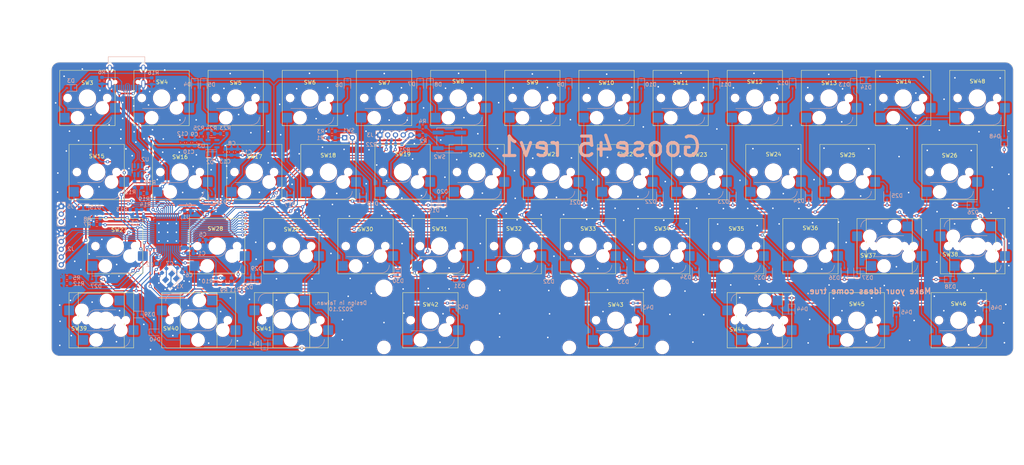
<source format=kicad_pcb>
(kicad_pcb (version 20221018) (generator pcbnew)
  (layers (0 "F.Cu" signal) (31 "B.Cu" signal) (34 "B.Paste" user) (35 "F.Paste" user) (36 "B.SilkS" user "B.Silkscreen") (37 "F.SilkS" user "F.Silkscreen") (38 "B.Mask" user) (39 "F.Mask" user) (44 "Edge.Cuts" user))
  (net 0 "")
  (net 1 "XTAL1")
  (net 2 "GND")
  (net 3 "XTAL2")
  (net 4 "+3.3V")
  (net 5 "VIN")
  (net 6 "row2")
  (net 7 "Net-(D3-A)")
  (net 8 "row3")
  (net 9 "Net-(D4-A)")
  (net 10 "row4")
  (net 11 "row1")
  (net 12 "Net-(D5-A)")
  (net 13 "Net-(D6-A)")
  (net 14 "Net-(D7-A)")
  (net 15 "Net-(D8-A)")
  (net 16 "Net-(D9-A)")
  (net 17 "Net-(D10-A)")
  (net 18 "Net-(D11-A)")
  (net 19 "Net-(D12-A)")
  (net 20 "Net-(D13-A)")
  (net 21 "Net-(D14-A)")
  (net 22 "Net-(D15-A)")
  (net 23 "Net-(D16-A)")
  (net 24 "Net-(D17-A)")
  (net 25 "Net-(D18-A)")
  (net 26 "Net-(D19-A)")
  (net 27 "Net-(D20-A)")
  (net 28 "Net-(D21-A)")
  (net 29 "Net-(D22-A)")
  (net 30 "Net-(D23-A)")
  (net 31 "Net-(D24-A)")
  (net 32 "Net-(D25-A)")
  (net 33 "Net-(D26-A)")
  (net 34 "Net-(D27-A)")
  (net 35 "Net-(D28-A)")
  (net 36 "Net-(D29-A)")
  (net 37 "Net-(D30-A)")
  (net 38 "Net-(D31-A)")
  (net 39 "Net-(D32-A)")
  (net 40 "Net-(D33-A)")
  (net 41 "Net-(D34-A)")
  (net 42 "Net-(D35-A)")
  (net 43 "Net-(D36-A)")
  (net 44 "Net-(D37-A)")
  (net 45 "Net-(D38-A)")
  (net 46 "Net-(D39-A)")
  (net 47 "Net-(D40-A)")
  (net 48 "Net-(D41-A)")
  (net 49 "Net-(D42-A)")
  (net 50 "Net-(D43-A)")
  (net 51 "Net-(D44-A)")
  (net 52 "Net-(D45-A)")
  (net 53 "SWCLK")
  (net 54 "SWDIO")
  (net 55 "USB_D+")
  (net 56 "USB_D-")
  (net 57 "MISO")
  (net 58 "MOSI")
  (net 59 "SCK")
  (net 60 "BOOT0")
  (net 61 "RESET")
  (net 62 "Net-(R4-Pad1)")
  (net 63 "PC15")
  (net 64 "PC14")
  (net 65 "PC13")
  (net 66 "PA4")
  (net 67 "col2_1")
  (net 68 "CAPS_LED")
  (net 69 "Net-(R23-Pad1)")
  (net 70 "col1")
  (net 71 "col2")
  (net 72 "col3")
  (net 73 "col4")
  (net 74 "col5")
  (net 75 "col6")
  (net 76 "col7")
  (net 77 "col8")
  (net 78 "col9")
  (net 79 "col10")
  (net 80 "col11")
  (net 81 "col12")
  (net 82 "MCU_TX")
  (net 83 "MCU_RX")
  (net 84 "Net-(D46-A)")
  (net 85 "/Interface/USBTVSD-")
  (net 86 "/Interface/USBTVSD+")
  (net 87 "Net-(D48-A)")
  (net 88 "/Interface/USBD+")
  (net 89 "/Interface/USBD-")
  (net 90 "Net-(J1-CC1)")
  (net 91 "PB11")
  (net 92 "PB10")
  (net 93 "PA3")
  (net 94 "PB12")
  (net 96 "Net-(J1-CC2)")
  (net 98 "Net-(SW1-Pin_1)")
  (net 99 "Net-(U3-EN)")
  (footprint "Switch_Keyboard_Hotswap_Kailh.pretty:SW_Hotswap_Kailh_MX" (layer "F.Cu") (at 37.58125 84.2 180)
    (fp_text reference "SW15")
    (fp_text value "SW_Push" hide)
  )
  (footprint "Switch_Keyboard_Hotswap_Kailh.pretty:SW_Hotswap_Kailh_MX" (layer "F.Cu") (at 154.2625 84.2 180)
    (fp_text reference "SW21")
    (fp_text value "SW_Push" hide)
  )
  (footprint "Switch_Keyboard_Hotswap_Kailh.pretty:SW_Hotswap_Kailh_MX" (layer "F.Cu") (at 173.3125 84.2 180)
    (fp_text reference "SW22")
    (fp_text value "SW_Push" hide)
  )
  (footprint "Switch_Keyboard_Hotswap_Kailh.pretty:SW_Hotswap_Kailh_MX" (layer "F.Cu") (at 54.25 65.15 180)
    (fp_text reference "SW4")
    (fp_text value "SW_Push" hide)
  )
  (footprint "Switch_Keyboard_Hotswap_Kailh.pretty:SW_Hotswap_Kailh_MX" (layer "F.Cu") (at 35.2 65.15 180)
    (fp_text reference "SW3")
    (fp_text value "SW_Push" hide)
  )
  (footprint "Switch_Keyboard_Hotswap_Kailh.pretty:SW_Hotswap_Kailh_MX" (layer "F.Cu") (at 263.8 103.25 180)
    (fp_text reference "SW38_1" hide)
    (fp_text value "SW_Push" hide)
  )
  (footprint "Mounting_Keyboard_Stabilizer.pretty:Stabilizer_Cherry_MX_2.00u" (layer "F.Cu") (at 170.93125 122.3 180)
    (fp_text reference "REF2" hide)
    (fp_text value "Stabilizer_Cherry_MX_2.00u" hide)
  )
  (footprint "Switch_Keyboard_Hotswap_Kailh.pretty:SW_Hotswap_Kailh_MX" (layer "F.Cu") (at 225.7 65.15 180)
    (fp_text reference "SW13")
    (fp_text value "SW_Push" hide)
  )
  (footprint "Switch_Keyboard_Hotswap_Kailh.pretty:SW_Hotswap_Kailh_MX" (layer "F.Cu") (at 192.3625 84.2 180)
    (fp_text reference "SW23")
    (fp_text value "SW_Push" hide)
  )
  (footprint "Switch_Keyboard_Hotswap_Kailh.pretty:SW_Hotswap_Kailh_MX" (layer "F.Cu") (at 144.7375 103.25 180)
    (fp_text reference "SW32")
    (fp_text value "SW_Push" hide)
  )
  (footprint "Mounting_Keyboard_Stabilizer.pretty:Stabilizer_Cherry_MX_2.00u" (layer "F.Cu") (at 123.30625 122.3 180)
    (fp_text reference "REF1" hide)
    (fp_text value "Stabilizer_Cherry_MX_2.00u" hide)
  )
  (footprint "Switch_Keyboard_Hotswap_Kailh.pretty:SW_Hotswap_Kailh_MX" (layer "F.Cu") (at 256.65625 84.2 180)
    (fp_text reference "SW26")
    (fp_text value "SW_Push" hide)
  )
  (footprint "Switch_Keyboard_Hotswap_Kailh.pretty:SW_Hotswap_Kailh_MX" (layer "F.Cu") (at 61.39375 122.3)
    (fp_text reference "SW40")
    (fp_text value "SW_Push" hide)
  )
  (footprint "Switch_Keyboard_Hotswap_Kailh.pretty:SW_Hotswap_Kailh_MX" (layer "F.Cu") (at 211.4125 84.2 180)
    (fp_text reference "SW24")
    (fp_text value "SW_Push" hide)
  )
  (footprint "Switch_Keyboard_Hotswap_Kailh.pretty:SW_Hotswap_Kailh_MX" (layer "F.Cu") (at 263.8 65.15 180)
    (fp_text reference "SW48")
    (fp_text value "SW_Push" hide)
  )
  (footprint "Switch_Keyboard_Hotswap_Kailh.pretty:SW_Hotswap_Kailh_MX" (layer "F.Cu") (at 85.20625 122.3)
    (fp_text reference "SW41")
    (fp_text value "SW_Push" hide)
  )
  (footprint "Switch_Keyboard_Hotswap_Kailh.pretty:SW_Hotswap_Kailh_MX" (layer "F.Cu") (at 163.7875 103.25 180)
    (fp_text reference "SW33")
    (fp_text value "SW_Push" hide)
  )
  (footprint "Switch_Keyboard_Hotswap_Kailh.pretty:SW_Hotswap_Kailh_MX" (layer "F.Cu") (at 89.96875 122.3 180)
    (fp_text reference "SW41_1" hide)
    (fp_text value "SW_Push" hide)
  )
  (footprint "Switch_Keyboard_Hotswap_Kailh.pretty:SW_Hotswap_Kailh_MX" (layer "F.Cu") (at 244.75 65.15 180)
    (fp_text reference "SW14")
    (fp_text value "SW_Push" hide)
  )
  (footprint "Switch_Keyboard_Hotswap_Kailh.pretty:SW_Hotswap_Kailh_MX" (layer "F.Cu") (at 209.03125 122.3 180)
    (fp_text reference "SW44_1" hide)
    (fp_text value "SW_Push" hide)
  )
  (footprint "Switch_Keyboard_Hotswap_Kailh.pretty:SW_Hotswap_Kailh_MX" (layer "F.Cu") (at 135.2125 84.2 180)
    (fp_text reference "SW20")
    (fp_text value "SW_Push" hide)
  )
  (footprint "Switch_Keyboard_Hotswap_Kailh.pretty:SW_Hotswap_Kailh_MX" (layer "F.Cu") (at 149.5 65.15 180)
    (fp_text reference "SW9")
    (fp_text value "SW_Push" hide)
  )
  (footprint "Switch_Keyboard_Hotswap_Kailh.pretty:SW_Hotswap_Kailh_MX" (layer "F.Cu") (at 242.36875 103.25 180)
    (fp_text reference "SW37_1" hide)
    (fp_text value "SW_Push" hide)
  )
  (footprint "Switch_Keyboard_Hotswap_Kailh.pretty:SW_Hotswap_Kailh_MX" (layer "F.Cu") (at 187.6 65.15 180)
    (fp_text reference "SW11")
    (fp_text value "SW_Push" hide)
  )
  (footprint "Switch_Keyboard_Hotswap_Kailh.pretty:SW_Hotswap_Kailh_MX" (layer "F.Cu") (at 182.8375 103.25 180)
    (fp_text reference "SW34")
    (fp_text value "SW_Push" hide)
  )
  (footprint "Switch_Keyboard_Hotswap_Kailh.pretty:SW_Hotswap_Kailh_MX" (layer "F.Cu") (at 78.0625 84.2 180)
    (fp_text reference "SW17")
    (fp_text value "SW_Push" hide)
  )
  (footprint "Switch_Keyboard_Hotswap_Kailh.pretty:SW_Hotswap_Kailh_MX" (layer "F.Cu") (at 130.45 65.15 180)
    (fp_text reference "SW8")
    (fp_text value "SW_Push" hide)
  )
  (footprint "Switch_Keyboard_Hotswap_Kailh.pretty:SW_Hotswap_Kailh_MX" (layer "F.Cu") (at 168.55 65.15 180)
    (fp_text reference "SW10")
    (fp_text value "SW_Push" hide)
  )
  (footprint "Switch_Keyboard_Hotswap_Kailh.pretty:SW_Hotswap_Kailh_MX" (layer "F.Cu") (at 68.5375 103.25 180)
    (fp_text reference "SW28")
    (fp_text value "SW_Push" hide)
  )
  (footprint "Switch_Keyboard_Hotswap_Kailh.pretty:SW_Hotswap_Kailh_MX" (layer "F.Cu") (at 206.65 65.15 180)
    (fp_text reference "SW12")
    (fp_text value "SW_Push" hide)
  )
  (footprint "Switch_Keyboard_Hotswap_Kailh.pretty:SW_Hotswap_Kailh_MX" (layer "F.Cu") (at 259.0375 122.3 180)
    (fp_text reference "SW46")
    (fp_text value "SW_Push" hide)
  )
  (footprint "Switch_Keyboard_Hotswap_Kailh.pretty:SW_Hotswap_Kailh_MX" (layer "F.Cu") (at 97.1125 84.2 180)
    (fp_text reference "SW18")
    (fp_text value "SW_Push" hide)
  )
  (footprint "Switch_Keyboard_Hotswap_Kailh.pretty:SW_Hotswap_Kailh_MX" (layer "F.Cu") (at 42.34375 103.25 180)
    (fp_text reference "SW27")
    (fp_text value "SW_Push" hide)
  )
  (footprint "Switch_Keyboard_Hotswap_Kailh.pretty:SW_Hotswap_Kailh_MX" (layer "F.Cu") (at 220.9375 103.25 180)
    (fp_text reference "SW36")
    (fp_text value "SW_Push" hide)
  )
  (footprint "Switch_Keyboard_Hotswap_Kailh.pretty:SW_Hotswap_Kailh_MX" (layer "F.Cu") (at 59.0125 84.2 180)
    (fp_text reference "SW16")
    (fp_text value "SW_Push" hide)
  )
  (footprint "Switch_Keyboard_Hotswap_Kailh.pretty:SW_Hotswap_Kailh_MX" (layer "F.Cu") (at 37.58125 122.3)
    (fp_text reference "SW39")
    (fp_text value "SW_Push" hide)
  )
  (footprint "Switch_Keyboard_Hotswap_Kailh.pretty:SW_Hotswap_Kailh_MX" (layer "F.Cu") (at 232.84375 122.3 180)
    (fp_text reference "SW45")
    (fp_text value "SW_Push" hide)
  )
  (footprint "Switch_Keyboard_Hotswap_Kailh.pretty:SW_Hotswap_Kailh_MX" (layer "F.Cu") (at 87.5875 103.25 180)
    (fp_text reference "SW29")
    (fp_text value "SW_Push" hide)
  )
  (footprint "Switch_Keyboard_Hotswap_Kailh.pretty:SW_Hotswap_Kailh_MX" (layer "F.Cu") (at 230.4625 84.2 180)
    (fp_text reference "SW25")
    (fp_text value "SW_Push" hide)
  )
  (footprint "Switch_Keyboard_Hotswap_Kailh.pretty:SW_Hotswap_Kailh_MX" (layer "F.Cu") (at 73.3 65.15 180)
    (fp_text reference "SW5")
    (fp_text value "SW_Push" hide)
  )
  (footprint "Switch_Keyboard_Hotswap_Kailh.pretty:SW_Hotswap_Kailh_MX" (layer "F.Cu") (at 106.6375 103.25 180)
    (fp_text reference "SW30")
    (fp_text value "SW_Push" hide)
  )
  (footprint "Switch_Keyboard_Hotswap_Kailh.pretty:SW_Hotswap_Kailh_MX" (layer "F.Cu") (at 239.9875 103.25)
    (fp_text reference "SW37")
    (fp_text value "SW_Push" hide)
  )
  (footprint "Switch_Keyboard_Hotswap_Kailh.pretty:SW_Hotswap_Kailh_MX" (layer "F.Cu") (at 261.41875 103.25)
    (fp_text reference "SW38")
    (fp_text value "SW_Push" hide)
  )
  (footprint "Switch_Keyboard_Hotswap_Kailh.pretty:SW_Hotswap_Kailh_MX" (layer "F.Cu") (at 39.9625 122.3 180)
    (fp_text reference "SW39_1" hide)
    (fp_text value "SW_Push" hide)
  )
  (footprint "Switch_Keyboard_Hotswap_Kailh.pretty:SW_Hotswap_Kailh_MX" (layer "F.Cu") (at 92.35 65.15 180)
    (fp_text reference "SW6")
    (fp_text value "SW_Push" hide)
  )
  (footprint "Switch_Keyboard_Hotswap_Kailh.pretty:SW_Hotswap_Kailh_MX" (layer "F.Cu") (at 206.65 122.3)
    (fp_text reference "SW44")
    (fp_text value "SW_Push" hide)
  )
  (footprint "Switch_Keyboard_Hotswap_Kailh.pretty:SW_Hotswap_Kailh_MX" (layer "F.Cu") (at 111.4 65.15 180)
    (fp_text reference "SW7")
    (fp_text value "SW_Push" hide)
  )
  (footprint "Switch_Keyboard_Hotswap_Kailh.pretty:SW_Hotswap_Kailh_MX" (layer "F.Cu") (at 170.93125 122.3 180)
    (fp_text reference "SW43")
    (fp_text value "SW_Push" hide)
  )
  (footprint "Switch_Keyboard_Hotswap_Kailh.pretty:SW_Hotswap_Kailh_MX" (layer "F.Cu") (at 66.15625 122.3 180)
    (fp_text reference "SW40_1" hide)
    (fp_text value "SW_Push" hide)
  )
  (footprint "Switch_Keyboard_Hotswap_Kailh.pretty:SW_Hotswap_Kailh_MX" (layer "F.Cu") (at 125.6875 103.25 180)
    (fp_text reference "SW31")
    (fp_text value "SW_Push" hide)
  )
  (footprint "Switch_Keyboard_Hotswap_Kailh.pretty:SW_Hotswap_Kailh_MX" (layer "F.Cu") (at 123.30625 122.3 180)
    (fp_text reference "SW42")
    (fp_text value "SW_Push" hide)
  )
  (footprint "Switch_Keyboard_Hotswap_Kailh.pretty:SW_Hotswap_Kailh_MX" (layer "F.Cu") (at 116.1625 84.2 180)
    (fp_text reference "SW19")
    (fp_text value "SW_Push" hide)
  )
  (footprint "Switch_Keyboard_Hotswap_Kailh.pretty:SW_Hotswap_Kailh_MX" (layer "F.Cu") (at 201.8875 103.25 180)
    (fp_text reference "SW35")
    (fp_text value "SW_Push" hide)
  )
  (footprint "Diode_SMD:D_SOD-323" (layer "B.Cu") (at 126.6125 91.63998 90)
    (fp_text reference "D20")
    (fp_text value "1N4148" hide)
  )
  (footprint "Resistor_SMD:R_0603_1608Metric" (layer "B.Cu") (at 70.2225 112.26998 90)
    (fp_text reference "R9")
    (fp_text value "10K/5%" hide)
  )
  (footprint "Diode_SMD:D_SOD-323" (layer "B.Cu") (at 220.4825 90.17998 90)
    (fp_text reference "D24")
    (fp_text value "1N4148" hide)
  )
  (footprint "Capacitor_SMD:C_0603_1608Metric" (layer "B.Cu") (at 64.8225 101.62998)
    (fp_text reference "C5")
    (fp_text value "100nF/16V" hide)
  )
  (footprint "Diode_SMD:D_SOD-323" (layer "B.Cu") (at 216.11625 119.65998 -90)
    (fp_text reference "D44")
    (fp_text value "1N4148" hide)
  )
  (footprint "Capacitor_SMD:C_0603_1608Metric" (layer "B.Cu") (at 72.21 79.06 90)
    (fp_text reference "C8")
    (fp_text value "100nF/16V" hide)
  )
  (footprint "Diode_SMD:D_SOD-323" (layer "B.Cu") (at 232.0425 61.65998 -90)
    (fp_text reference "D13")
    (fp_text value "1N4148" hide)
  )
  (footprint "Diode_SMD:D_SOD-323" (layer "B.Cu") (at 48.0925 120.82998 180)
    (fp_text reference "D39")
    (fp_text value "1N4148" hide)
  )
  (footprint "Connector_PinHeader_2.00mm:PinHeader_1x03_P2.00mm_Vertical" (layer "B.Cu") (at 28.4725 93.00998 180)
    (fp_text reference "J5")
    (fp_text value "USART")
  )
  (footprint "Capacitor_SMD:C_0603_1608Metric" (layer "B.Cu") (at 54.9325 109.53998 -135)
    (fp_text reference "C7")
    (fp_text value "22pF/50V" hide)
  )
  (footprint "Diode_SMD:D_SOD-323" (layer "B.Cu") (at 266.1125 118.95998 -90)
    (fp_text reference "D46")
    (fp_text value "1N4148" hide)
  )
  (footprint "Diode_SMD:D_SOD-323" (layer "B.Cu") (at 67.3325 79.82998)
    (fp_text reference "D2")
    (fp_text value "1N4148" hide)
  )
  (footprint "Capacitor_SMD:C_0603_1608Metric" (layer "B.Cu") (at 62.7825 76.63998 90)
    (fp_text reference "C9")
    (fp_text value "100nF/16V" hide)
  )
  (footprint "Connector_PinHeader_2.00mm:PinHeader_1x02_P2.00mm_Vertical" (layer "B.Cu") (at 101.2725 75.37998 -90)
    (fp_text reference "SW1")
    (fp_text value "Conn_01x02_Female" hide)
  )
  (footprint "Resistor_SMD:R_0603_1608Metric" (layer "B.Cu") (at 67.0225 74.30998)
    (fp_text reference "R24")
    (fp_text value "100R/5%" hide)
  )
  (footprint "Capacitor_SMD:C_0603_1608Metric" (layer "B.Cu") (at 70.61 79.06 90)
    (fp_text reference "C13")
    (fp_text value "100uF/16V" hide)
  )
  (footprint "Diode_SMD:D_SOD-323" (layer "B.Cu") (at 232.9025 109.90998 90)
    (fp_text reference "D37")
    (fp_text value "1N4148" hide)
  )
  (footprint "Capacitor_SMD:C_0603_1608Metric" (layer "B.Cu") (at 59.6425 76.63998 90)
    (fp_text reference "C12")
    (fp_text value "100uF/16V" hide)
  )
  (footprint "Resistor_SMD:R_0603_1608Metric" (layer "B.Cu") (at 121.3125 74.74998)
    (fp_text reference "R2")
    (fp_text value "10K/5%" hide)
  )
  (footprint "Resistor_SMD:R_0603_1608Metric" (layer "B.Cu") (at 49.6725 89.68998)
    (fp_text reference "R19")
    (fp_text value "1.5K/5%" hide)
  )
  (footprint "Resistor_SMD:R_0603_1608Metric" (layer "B.Cu") (at 64.4125 75.03998 -90)
    (fp_text reference "R25")
    (fp_text value "10K/5%" hide)
  )
  (footprint "Diode_SMD:D_SOD-323" (layer "B.Cu") (at 200.9725 90.34998 90)
    (fp_text reference "D23")
    (fp_text value "1N4148" hide)
  )
  (footprint "Resistor_SMD:R_0603_1608Metric" (layer "B.Cu") (at 29.9475 111.29998)
    (fp_text reference "R5")
    (fp_text value "10K/5%" hide)
  )
  (footprint "Diode_SMD:D_SOD-323" (layer "B.Cu") (at 270.7125 75.97998 90)
    (fp_text reference "D48")
    (fp_text value "1N4148" hide)
  )
  (footprint "Diode_SMD:D_SOD-323" (layer "B.Cu") (at 243.0225 120.34998 -90)
    (fp_text reference "D45")
    (fp_text value "1N4148" hide)
  )
  (footprint "Capacitor_SMD:C_0603_1608Metric" (layer "B.Cu") (at 58.8825 109.40998 -45)
    (fp_text reference "C6")
    (fp_text value "22pF/50V" hide)
  )
  (footprint "Resistor_SMD:R_0603_1608Metric" (layer "B.Cu") (at 51.7 60.8 -90)
    (fp_text reference "R16")
    (fp_text value "5.1K/5%" hide)
  )
  (footprint "Diode_SMD:D_SOD-323" (layer "B.Cu") (at 172.9225 109.55998 90)
    (fp_text reference "D33")
    (fp_text value "1N4148" hide)
  )
  (footprint "Diode_SMD:D_SOD-323" (layer "B.Cu") (at 52.5425 125.41998)
    (fp_text reference "D40")
    (fp_text value "1N4148" hide)
  )
  (footprint "Resistor_SMD:R_0603_1608Metric" (layer "B.Cu") (at 98.0425 73.68998 180)
    (fp_text reference "R3")
    (fp_text value "100K/5%" hide)
  )
  (footprint "Diode_SMD:D_SOD-323" (layer "B.Cu") (at 153.7025 109.10998 90)
    (fp_text reference "D32")
    (fp_text value "1N4148" hide)
  )
  (footprint "Connector_PinHeader_2.00mm:PinHeader_1x05_P2.00mm_Vertical" (layer "B.Cu") (at 110.3325 74.65998 -90)
    (fp_text reference "J3")
    (fp_text value "Debugger" hide)
  )
  (footprint "Resistor_SMD:R_0603_1608Metric" (layer "B.Cu") (at 121.3325 72.57998 180)
    (fp_text reference "R4")
    (fp_text value "100K/5%" hide)
  )
  (footprint "Resistor_SMD:R_0603_1608Metric" (layer "B.Cu") (at 37.6225 97.64998)
    (fp_text reference "R7")
    (fp_text value "10K/5%" hide)
  )
  (footprint "Resistor_SMD:R_0603_1608Metric" (layer "B.Cu") (at 38.95 60.7 -90)
    (fp_text reference "R6")
    (fp_text value "5.1K/5%" hide)
  )
  (footprint "Resistor_SMD:R_0603_1608Metric" (layer "B.Cu") (at 49.9725 93.82998)
    (fp_text reference "R14")
    (fp_text value "10K/5%" hide)
  )
  (footprint "Diode_SMD:D_SOD-323" (layer "B.Cu") (at 76.3625 111.35748 90)
    (fp_text reference "D28")
    (fp_text value "1N4148" hide)
  )
  (footprint "Diode_SMD:D_SOD-323" (layer "B.Cu") (at 123.1925 61.65998 -90)
    (fp_text reference "D8")
    (fp_text value "1N4148" hide)
  )
  (footprint "Resistor_SMD:R_0603_1608Metric" (layer "B.Cu") (at 72.2225 112.26998 90)
    (fp_text reference "R11")
    (fp_text value "10K/5%" hide)
  )
  (footprint "Resistor_SMD:R_0603_1608Metric" (layer "B.Cu") (at 68.2225 112.26998 90)
    (fp_text reference "R10")
    (fp_text value "10K/5%" hide)
  )
  (footprint "Diode_SMD:D_SOD-323" (layer "B.Cu") (at 262.6925 92.69998)
    (fp_text reference "D26")
    (fp_text value "1N4148" hide)
  )
  (footprint "Diode_SMD:D_SOD-323" (layer "B.Cu") (at 162.7925 90.17998 90)
    (fp_text reference "D21")
    (fp_text value "1N4148" hide)
  )
  (footprint "Diode_SMD:D_SOD-323" (layer "B.Cu") (at 177.4825 61.65998 -90)
    (fp_text reference "D10")
    (fp_text value "1N4148" hide)
  )
  (footprint "Capacitor_SMD:C_0603_1608Metric" (layer "B.Cu") (at 61.2125 76.63998 90)
    (fp_text reference "C10")
    (fp_text value "1uF/16V" hide)
  )
  (footprint "Diode_SMD:D_SOD-323" (layer "B.Cu") (at 37.4425 111.75998 180)
    (fp_text reference "D27")
    (fp_text value "1N4148" hide)
  )
  (footprint "Diode_SMD:D_SOD-323" (layer "B.Cu") (at 124.4525 91.63998 90)
    (fp_text reference "D19")
    (fp_text value "1N4148" hide)
  )
  (footprint "Capacitor_SMD:C_0603_1608Metric" (layer "B.Cu") (at 60.9325 94.13998)
    (fp_text reference "C4")
    (fp_text value "100nF/16V" hide)
  )
  (footprint "Diode_SMD:D_SOD-323" (layer "B.Cu") (at 65.0925 61.65998 -90)
    (fp_text reference "D5")
    (fp_text value "1N4148" hide)
  )
  (footprint "Crystal:Crystal_SMD_TXC_7M-4Pin_3.2x2.5mm" (layer "B.Cu") (at 56.6625 111.73998 -135)
    (fp_text reference "X1")
    (fp_text value "Crystal_GND24" hide)
  )
  (footprint "Resistor_SMD:R_0603_1608Metric" (layer "B.Cu") (at 111.1525 77.01998)
    (fp_text reference "R22")
    (fp_text value "10K/5%" hide)
  )
  (footprint "Capacitor_SMD:C_0603_1608Metric" (layer "B.Cu") (at 73.81 79.06 90)
    (fp_text reference "C11")
    (fp_text value "1uF/16V" hide)
  )
  (footprint "Diode_SMD:D_SOD-323" (layer "B.Cu") (at 67.1825 91.03998 90)
    (fp_text reference "D16")
    (fp_text value "1N4148" hide)
  )
  (footprint "Connector_USB:USB_C_Receptacle_HRO_TYPE-C-31-M-12" (layer "B.Cu") (at 45.25 58.45)
    (fp_text reference "J1")
    (fp_text value "USB_C_Receptacle_USB2.0" hide)
  )
  (footprint "Diode_SMD:D_SOD-323" (layer "B.Cu") (at 235.2525 60.60998)
    (fp_text reference "D14")
    (fp_text value "1N4148" hide)
  )
  (footprint "Diode_SMD:D_SOD-323" (layer "B.Cu") (at 158.8325 61.65998 -90)
    (fp_text reference "D9")
    (fp_text value "1N4148" hide)
  )
  (footprint "Resistor_SMD:R_0603_1608Metric" (layer "B.Cu") (at 46.9925 93.82998 180)
    (fp_text reference "R13")
    (fp_text value "10K/5%" hide)
  )
  (footprint "Resistor_SMD:R_0603_1608Metric" (layer "B.Cu") (at 29.9475 112.80998)
    (fp_text reference "R12")
    (fp_text value "10K/5%" hide)
  )
  (footprint "Package_QFP:LQFP-48_7x7mm_P0.5mm" (layer "B.Cu") (at 55.8125 99.67998 90)
    (fp_text reference "U1")
    (fp_text value "STM32F103CBTx" hide)
  )
  (footprint "Resistor_SMD:R_0603_1608Metric" (layer "B.Cu") (at 98.0325 75.37998)
    (fp_text reference "R1")
    (fp_text value "10K/5%" hide)
  )
  (footprint "Diode_SMD:D_SOD-323" (layer "B.Cu") (at 34.0825 93.20998 180)
    (fp_text reference "D15")
    (fp_text value "1N4148" hide)
  )
  (footprint "Capacitor_SMD:C_0603_1608Metric" (layer "B.Cu") (at 61.6525 105.09998)
    (fp_text reference "C1")
    (fp_text value "1uF/16V" hide)
  )
  (footprint "Resistor_SMD:R_0603_1608Metric" (layer "B.Cu") (at 70.2025 74.30998)
    (fp_text reference "R23")
    (fp_text value "39K/5%" hide)
  )
  (footprint "Diode_SMD:D_SOD-323" (layer "B.Cu") (at 129.0725 118.95998 -90)
    (fp_text reference "D42")
    (fp_text value "1N4148" hide)
  )
  (footprint "Resistor_SMD:R_0603_1608Metric" (layer "B.Cu") (at 49.2025 87.34998 -90)
    (fp_text reference "R18")
    (fp_text value "22R/5%" hide)
  )
  (footprint "Diode_SMD:D_SOD-323" (layer "B.Cu") (at 229.6525 109.90998 90)
    (fp_text reference "D36")
    (fp_text value "1N4148" hide)
  )
  (footprint "Diode_SMD:D_SOD-323" (layer "B.Cu") (at 196.8025 61.65998 -90)
    (fp_text reference "D11")
    (fp_text value "1N4148" hide)
  )
  (footprint "Diode_SMD:D_SOD-323" (layer "B.Cu") (at 130.7625 111.62998)
    (fp_text reference "D31")
    (fp_text value "1N4148" hide)
  )
  (footprint "Diode_SMD:D_SOD-323" (layer "B.Cu") (at 78.9925 111.35748 90)
    (fp_text reference "D29")
    (fp_text value "1N4148" hide)
  )
  (footprint "Capacitor_SMD:C_0603_1608Metric" (layer "B.Cu") (at 48.8225 95.79998 180)
    (fp_text reference "C3")
    (fp_text value "100nF/16V" hide)
  )
  (footprint "Diode_SMD:D_SOD-323" (layer "B.Cu") (at 191.4425 109.92998 90)
    (fp_text reference "D34")
    (fp_text value "1N4148" hide)
  )
  (footprint "Diode_SMD:D_SOD-323" (layer "B.Cu") (at 30.9725 62.56998 180)
    (fp_text reference "D3")
    (fp_text value "1N4148" hide)
  )
  (footprint "Diode_SMD:D_SOD-323" (layer "B.Cu") (at 114.9425 109.60998 90)
    (fp_text reference "D30")
    (fp_text value "1N4148" hide)
  )
  (footprint "Resistor_SMD:R_0603_1608Metric" (layer "B.Cu") (at 37.6225 96.17998)
    (fp_text reference "R8")
    (fp_text value "10K/5%" hide)
  )
  (footprint "Diode_SMD:D_SOD-323" (layer "B.Cu") (at 101.9925 61.65998 -90)
    (fp_text reference "D6")
    (fp_text value "1N4148" hide)
  )
  (footprint "Button_Switch_SMD:SW_Push_1P1T_NO_CK_KSC6xxJ" (layer "B.Cu") (at 128.1625 76.03998 180)
    (fp_text reference "SW2")
    (fp_text value "SW_Push" hide)
  )
  (footprint "Connector_PinHeader_2.00mm:PinHeader_1x05_P2.00mm_Vertical" (layer "B.Cu") (at 28.4725 100.04998 180)
    (fp_text reference "J2")
    (fp_text value "SPI")
  )
  (footprint "Diode_SMD:D_SOD-323" (layer "B.Cu") (at 105.9825 90.59498 90)
    (fp_text reference "D18")
    (fp_text value "1N4148" hide)
  )
  (footprint "Diode_SMD:D_SOD-323" (layer "B.Cu") (at 120.6625 61.65998 -90)
    (fp_text reference "D7")
    (fp_text value "1N4148" hide)
  )
  (footprint "Diode_SMD:D_SOD-323" (layer "B.Cu") (at 256.8725 111.81998)
    (fp_text reference "D38")
    (fp_text value "1N4148" hide)
  )
  (footprint "Resistor_SMD:R_0603_1608Metric" (layer "B.Cu") (at 47.3025 87.34998 -90)
    (fp_text reference "R15")
    (fp_text value "22R/5%" hide)
  )
  (footprint "Package_TO_SOT_SMD:SOT-23-6" (layer "B.Cu") (at 48.2525 83.72248 -90)
    (fp_text reference "U2")
    (fp_text value "USBLC6-2SC6" hide)
  )
  (footprint "Resistor_SMD:R_0603_1608Metric" (layer "B.Cu") (at 115.1525 77.01998 180)
    (fp_text reference "R21")
    (fp_text value "10K/5%" hide)
  )
  (footprint "Diode_SMD:D_SOD-323" (layer "B.Cu") (at 240.6125 90.25748 90)
    (fp_text reference "D25")
    (fp_text value "1N4148" hide)
  )
  (footprint "Diode_SMD:D_SOD-323" (layer "B.Cu") (at 87.3125 90.19998 90)
    (fp_text reference "D17")
    (fp_text value "1N4148" hide)
  )
  (footprint "Diode_SMD:D_SOD-323" (layer "B.Cu") (at 176.6325 118.96998 -90)
    (fp_text reference "D43")
    (fp_text value "1N4148" hide)
  )
  (footprint "Diode_SMD:D_SOD-323" (layer "B.Cu") (at 182.2725 90.31998 90)
    (fp_text reference "D22")
    (fp_text value "1N4148" hide)
  )
  (footprint "Diode_SMD:D_SOD-323" (layer "B.Cu") (at 210.3125 109.91998 90)
    (fp_text reference "D35")
    (fp_text value "1N4148" hide)
  )
  (footprint "Package_TO_SOT_SMD:SOT-23-5" (layer "B.Cu") (at 67.3325 76.90998)
    (fp_text reference "U3")
    (fp_text value "TLV75533PDBV" hide)
  )
  (footprint "Diode_SMD:D_SOD-323" (layer "B.Cu") (at 216.3425 61.65998 -90)
    (fp_text reference "D12")
    (fp_text value "1N4148" hide)
  )
  (footprint "Capacitor_SMD:C_0603_1608Metric" (layer "B.Cu") (at 53.0125 106.96998 -90)
    (fp_text reference "C2")
    (fp_text value "100nF/16V" hide)
  )
  (footprint "Diode_SMD:D_SOD-323" (layer "B.Cu") (at 80.6925 128.42998 90)
    (fp_text reference "D41")
    (fp_text value "1N4148" hide)
  )
  (footprint "Diode_SMD:D_SOD-323" (layer "B.Cu") (at 62.7825 61.65998 -90)
    (fp_text reference "D4")
    (fp_text value "1N4148" hide)
  )
  (gr_arc locked (start 273 129.45) (mid 272.414214 130.864214) (end 271 131.45) (stroke (width 0.1)) (layer "Edge.Cuts"))
  (gr_line locked (start 26 129.45) (end 26 58) (stroke (width 0.1)) (layer "Edge.Cuts"))
  (gr_arc locked (start 271 56) (mid 272.414219 56.585781) (end 273 58) (stroke (width 0.1)) (layer "Edge.Cuts"))
  (gr_line locked (start 28 131.45) (end 271 131.45) (stroke (width 0.1)) (layer "Edge.Cuts"))
  (gr_arc locked (start 26 58) (mid 26.585786 56.585786) (end 28 56) (stroke (width 0.1)) (layer "Edge.Cuts"))
  (gr_line locked (start 28 56) (end 271 56) (stroke (width 0.1)) (layer "Edge.Cuts"))
  (gr_arc locked (start 28 131.45) (mid 26.585786 130.864214) (end 26 129.45) (stroke (width 0.1)) (layer "Edge.Cuts"))
  (gr_line locked (start 273 58) (end 273 129.45) (stroke (width 0.1)) (layer "Edge.Cuts"))
  (gr_text "Goose45 rev1" (at 167.0225 77.66998) (layer "B.SilkS") (effects (font (size 5 5) (thickness 0.8)) (justify mirror)))
  (gr_text "Design in Taiwan.\n2022.10" (at 100.3125 118.64998) (layer "B.SilkS") (effects (font (size 1 1)) (justify mirror)))
  (gr_text "Make your ideas come true." (at 235.9325 114.80998) (layer "B.SilkS") (effects (font (size 1.5 1.5) (thickness 0.3)) (justify mirror)))
  (segment (start 56.5625 107.51998) (end 56.5625 103.84248) (width 0.25) (layer "B.Cu") (net 1))
  (segment (start 57.904492 108.861972) (end 56.5625 107.51998) (width 0.25) (layer "B.Cu") (net 1))
  (segment (start 58.1625 109.033964) (end 58.334492 108.861972) (width 0.25) (layer "B.Cu") (net 1))
  (segment (start 58.334492 108.861972) (end 57.904492 108.861972) (width 0.25) (layer "B.Cu") (net 1))
  (segment (start 58.041358 111.563203) (end 58.1625 111.442061) (width 0.25) (layer "B.Cu") (net 1))
  (segment (start 58.1625 111.442061) (end 58.1625 109.033964) (width 0.25) (layer "B.Cu") (net 1))
  (segment (start 45.3 65.25) (end 44.25 66.3) (width 0.4) (layer "F.Cu") (net 2))
  (segment (start 49.75 75.6) (end 49.75998 75.60998) (width 0.4) (layer "F.Cu") (net 2))
  (segment (start 49.07 62.08) (end 49.57 61.58) (width 0.4) (layer "F.Cu") (net 2))
  (segment (start 86.65248 77.38) (end 90.3425 73.68998) (width 0.4) (layer "F.Cu") (net 2))
  (segment (start 106.7625 73.68998) (end 96.4925 73.68998) (width 0.4) (layer "F.Cu") (net 2))
  (segment (start 70.61 77.39) (end 68.36624 75.14624) (width 0.4) (layer "F.Cu") (net 2))
  (segment (start 63.4125 105.09998) (end 62.1825 106.32998) (width 0.25) (layer "F.Cu") (net 2))
  (segment (start 53.1925 97.42998) (end 53.5625 97.42998) (width 0.4) (layer "F.Cu") (net 2))
  (segment (start 62.7525 94.27998) (end 61.2125 94.27998) (width 0.4) (layer "F.Cu") (net 2))
  (segment (start 70.62 77.38) (end 86.65248 77.38) (width 0.4) (layer "F.Cu") (net 2))
  (segment (start 61.2125 94.27998) (end 58.0625 97.42998) (width 0.4) (layer "F.Cu") (net 2))
  (segment (start 65.4225 97.12998) (end 65.4225 103.73998) (width 0.4) (layer "F.Cu") (net 2))
  (segment (start 49.57 57.4) (end 49.57 61.58) (width 0.4) (layer "F.Cu") (net 2))
  (segment (start 70.61 78.85) (end 69.8325 79.6275) (width 0.4) (layer "F.Cu") (net 2))
  (segment (start 90.3425 73.68998) (end 96.4925 73.68998) (width 0.4) (layer "F.Cu") (net 2))
  (segment (start 110.3325 74.65998) (end 107.7325 74.65998) (width 0.4) (layer "F.Cu") (net 2))
  (segment (start 70.61 77.39) (end 70.62 77.38) (width 0.4) (layer "F.Cu") (net 2))
  (segment (start 46.525 96.29748) (end 48.545 96.29748) (width 0.4) (layer "F.Cu") (net 2))
  (segment (start 64.0625 105.09998) (end 63.4125 105.09998) (width 0.4) (layer "F.Cu") (net 2))
  (segment (start 28.4725 84.47998) (end 37.3425 75.60998) (width 0.4) (layer "F.Cu") (net 2))
  (segment (start 43.8125 75.63998) (end 43.7825 75.60998) (width 0.4) (layer "F.Cu") (net 2))
  (segment (start 41.43 62.08) (end 49.07 62.08) (width 0.4) (layer "F.Cu") (net 2))
  (segment (start 43.7825 75.60998) (end 49.74002 75.60998) (width 0.4) (layer "F.Cu") (net 2))
  (segment (start 107.7325 74.65998) (end 106.7625 73.68998) (width 0.4) (layer "F.Cu") (net 2))
  (segment (start 70.61 77.39) (end 70.61 78.85) (width 0.4) (layer "F.Cu") (net 2))
  (segment (start 59.4525 107.06998) (end 59.4525 108.52998) (width 0.25) (layer "F.Cu") (net 2))
  (segment (start 68.2325 94.31998) (end 68.1925 94.27998) (width 0.4) (layer "F.Cu") (net 2))
  (segment (start 60.1925 106.32998) (end 59.4525 107.06998) (width 0.25) (layer "F.Cu") (net 2))
  (segment (start 36.7975 96.91498) (end 45.9075 96.91498) (width 0.4) (layer "F.Cu") (net 2))
  (segment (start 62.1825 106.32998) (end 60.1925 106.32998) (width 0.25) (layer "F.Cu") (net 2))
  (segment (start 45.9075 96.91498) (end 46.525 96.29748) (width 0.4) (layer "F.Cu") (net 2))
  (segment (start 65.4225 103.73998) (end 64.0625 105.09998) (width 0.4) (layer "F.Cu") (net 2))
  (segment (start 37.3425 75.60998) (end 43.7825 75.60998) (width 0.4) (layer "F.Cu") (net 2))
  (segment (start 49.75998 75.60998) (end 49.8 75.60998) (width 0.4) (layer "F.Cu") (net 2))
  (segment (start 40.93 61.58) (end 41.43 62.08) (width 0.4) (layer "F.Cu") (net 2))
  (segment (start 48.545 96.29748) (end 49.645 96.29748) (width 0.4) (layer "F.Cu") (net 2))
  (segment (start 51.406232 95.643712) (end 53.1925 97.42998) (width 0.4) (layer "F.Cu") (net 2))
  (segment (start 28.4725 93.00998) (end 28.4725 84.47998) (width 0.4) (layer "F.Cu") (net 2))
  (segment (start 40.93 57.4) (end 40.93 61.58) (width 0.4) (layer "F.Cu") (net 2))
  (segment (start 69.8325 79.6275) (end 69.8325 90.37998) (width 0.4) (layer "F.Cu") (net 2))
  (segment (start 49.74002 75.60998) (end 49.75 75.6) (width 0.4) (layer "F.Cu") (net 2))
  (segment (start 68.2325 94.31998) (end 65.4225 97.12998) (width 0.4) (layer "F.Cu") (net 2))
  (segment (start 68.36624 75.14624) (end 58.92376 75.14624) (width 0.4) (layer "F.Cu") (net 2))
  (segment (start 49.645 96.29748) (end 50.298768 95.643712) (width 0.4) (layer "F.Cu") (net 2))
  (segment (start 68.1925 94.27998) (end 62.7525 94.27998) (width 0.4) (layer "F.Cu") (net 2))
  (segment (start 50.298768 95.643712) (end 51.406232 95.643712) (width 0.4) (layer "F.Cu") (net 2))
  (segment (start 47.05 65.25) (end 45.3 65.25) (width 0.4) (layer "F.Cu") (net 2))
  (via (at 178.0025 72.58998) (size 0.8) (drill 0.4) (layers "F.Cu" "B.Cu") (net 2))
  (via (at 204.8125 93.54998) (size 0.8) (drill 0.4) (layers "F.Cu" "B.Cu") (net 2))
  (via (at 89.6125 79.49998) (size 0.8) (drill 0.4) (layers "F.Cu" "B.Cu") (net 2))
  (via (at 255.2525 65.46998) (size 0.8) (drill 0.4) (layers "F.Cu" "B.Cu") (net 2))
  (via (at 155.6925 90.69998) (size 0.8) (drill 0.4) (layers "F.Cu" "B.Cu") (net 2))
  (via (at 141.0825 126.59998) (size 0.8) (drill 0.4) (layers "F.Cu" "B.Cu") (net 2))
  (via (at 106.8225 87.19998) (size 0.8) (drill 0.4) (layers "F.Cu" "B.Cu") (net 2))
  (via (at 38.4 63.2) (size 0.8) (drill 0.4) (layers "F.Cu" "B.Cu") (net 2))
  (via (at 77.1925 74.07998) (size 0.8) (drill 0.4) (layers "F.Cu" "B.Cu") (net 2))
  (via (at 99.2525 89.68998) (size 0.8) (drill 0.4) (layers "F.Cu" "B.Cu") (net 2))
  (via (at 118.7325 80.83998) (size 0.8) (drill 0.4) (layers "F.Cu" "B.Cu") (net 2))
  (via (at 44.25 66.3) (size 0.8) (drill 0.4) (layers "F.Cu" "B.Cu") (net 2))
  (via (at 111.4525 58.85998) (size 0.8) (drill 0.4) (layers "F.Cu" "B.Cu") (net 2))
  (via (at 63.4125 105.09998) (size 0.8) (drill 0.4) (layers "F.Cu" "B.Cu") (net 2))
  (via (at 28.1025 128.75998) (size 0.8) (drill 0.4) (layers "F.Cu" "B.Cu") (net 2))
  (via (at 188.7025 114.80998) (size 0.8) (drill 0.4) (layers "F.Cu" "B.Cu") (net 2))
  (via (at 84.5925 66.78998) (size 0.8) (drill 0.4) (layers "F.Cu" "B.Cu") (net 2))
  (via (at 145.5725 96.45998) (size 0.8) (drill 0.4) (layers "F.Cu" "B.Cu") (net 2))
  (via (at 76.8325 116.92998) (size 0.8) (drill 0.4) (layers "F.Cu" "B.Cu") (net 2))
  (via (at 145.0925 90.94998) (size 0.8) (drill 0.4) (layers "F.Cu" "B.Cu") (net 2))
  (via (at 127.1925 62.63998) (size 0.8) (drill 0.4) (layers "F.Cu" "B.Cu") (net 2))
  (via (at 225.7125 113.23998) (size 0.8) (drill 0.4) (layers "F.Cu" "B.Cu") (net 2))
  (via (at 159.5425 80.56998) (size 0.8) (drill 0.4) (layers "F.Cu" "B.Cu") (net 2))
  (via (at 47.05 65.25) (size 0.8) (drill 0.4) (layers "F.Cu" "B.Cu") (net 2))
  (via (at 149.5925 80.62998) (size 0.8) (drill 0.4) (layers "F.Cu" "B.Cu") (net 2))
  (via (at 59.4525 108.52998) (size 0.8) (drill 0.4) (layers "F.Cu" "B.Cu") (net 2))
  (via (at 168.8225 114.45998) (size 0.8) (drill 0.4) (layers "F.Cu" "B.Cu") (net 2))
  (via (at 144.5325 62.53998) (size 0.8) (drill 0.4) (layers "F.Cu" "B.Cu") (net 2))
  (via (at 228.1525 97.05998) (size 0.8) (drill 0.4) (layers "F.Cu" "B.Cu") (net 2))
  (via (at 117.3525 70.83998) (size 0.8) (drill 0.4) (layers "F.Cu" "B.Cu") (net 2))
  (via (at 126.5525 120.62998) (size 0.8) (drill 0.4) (layers "F.Cu" "B.Cu") (net 2))
  (via (at 253.3825 107.31998) (size 0.8) (drill 0.4) (layers "F.Cu" "B.Cu") (net 2))
  (via (at 53.5625 97.42998) (size 0.8) (drill 0.4) (layers "F.Cu" "B.Cu") (net 2))
  (via (at 63.1425 70.77998) (size 0.8) (drill 0.4) (layers "F.Cu" "B.Cu") (net 2))
  (via (at 257.9625 97.51998) (size 0.8) (drill 0.4) (layers "F.Cu" "B.Cu") (net 2))
  (via (at 165.0225 86.15998) (size 0.8) (drill 0.4) (layers "F.Cu" "B.Cu") (net 2))
  (via (at 175.9825 128.39998) (size 0.8) (drill 0.4) (layers "F.Cu" "B.Cu") (net 2))
  (via (at 31.0625 126.25998) (size 0.8) (drill 0.4) (layers "F.Cu" "B.Cu") (net 2))
  (via (at 43.3125 110.96998) (size 0.8) (drill 0.4) (layers "F.Cu" "B.Cu") (net 2))
  (via (at 170.7525 93.50998) (size 0.8) (drill 0.4) (layers "F.Cu" "B.Cu") (net 2))
  (via (at 267.7825 88.71998) (size 0.8) (drill 0.4) (layers "F.Cu" "B.Cu") (net 2))
  (via (at 131.9225 70.19998) (size 0.8) (drill 0.4) (layers "F.Cu" "B.Cu") (net 2))
  (via (at 35.6625 105.27998) (size 0.8) (drill 0.4) (layers "F.Cu" "B.Cu") (net 2))
  (via (at 175.1825 102.81998) (size 0.8) (drill 0.4) (layers "F.Cu" "B.Cu") (net 2))
  (via (at 249.9725 59.70998) (size 0.8) (drill 0.4) (layers "F.Cu" "B.Cu") (net 2))
  (via (at 181.8325 62.26998) (size 0.8) (drill 0.4) (layers "F.Cu" "B.Cu") (net 2))
  (via (at 164.9125 93.54998) (size 0.8) (drill 0.4) (layers "F.Cu" "B.Cu") (net 2))
  (via (at 116.3025 114.26998) (size 0.8) (drill 0.4) (layers "F.Cu" "B.Cu") (net 2))
  (via (at 83.7825 117.12998) (size 0.8) (drill 0.4) (layers "F.Cu" "B.Cu") (net 2))
  (via (at 96.9325 62.47998) (size 0.8) (drill 0.4) (layers "F.Cu" "B.Cu") (net 2))
  (via (at 271.8225 93.43998) (size 0.8) (drill 0.4) (layers "F.Cu" "B.Cu") (net 2))
  (via (at 47.2 73.85) (size 0.8) (drill 0.4) (layers "F.Cu" "B.Cu") (net 2))
  (via (at 217.9625 93.58998) (size 0.8) (drill 0.4) (layers "F.Cu" "B.Cu") (net 2))
  (via (at 36.0525 73.58998) (size 0.8) (drill 0.4) (layers "F.Cu" "B.Cu") (net 2))
  (via (at 33.5225 109.25998) (size 0.8) (drill 0.4) (layers "F.Cu" "B.Cu") (net 2))
  (via (at 190.7325 127.92998) (size 0.8) (drill 0.4) (layers "F.Cu" "B.Cu") (net 2))
  (via (at 48.545 96.29748) (size 0.8) (drill 0.4) (layers "F.Cu" "B.Cu") (net 2))
  (via (at 183.6425 86.63998) (size 0.8) (drill 0.4) (layers "F.Cu" "B.Cu") (net 2))
  (via (at 224.4125 78.04998) (size 0.8) (drill 0.4) (layers "F.Cu" "B.Cu") (net 2))
  (via (at 198.5725 93.58998) (size 0.8) (drill 0.4) (layers "F.Cu" "B.Cu") (net 2))
  (via (at 41.05 77.95) (size 0.8) (drill 0.4) (layers "F.Cu" "B.Cu") (net 2))
  (via (at 53.1625 86.11998) (size 0.8) (drill 0.4) (layers "F.Cu" "B.Cu") (net 2))
  (via (at 100.6625 127.35998) (size 0.8) (drill 0.4) (layers "F.Cu" "B.Cu") (net 2))
  (via (at 42.6625 127.81998) (size 0.8) (drill 0.4) (layers "F.Cu" "B.Cu") (net 2))
  (via (at 60.0225 112.20998) (size 0.8) (drill 0.4) (layers "F.Cu" "B.Cu") (net 2))
  (via (at 44.25 70.4) (size 0.8) (drill 0.4) (layers "F.Cu" "B.Cu") (net 2))
  (via (at 92.2525 58.80998) (size 0.8) (drill 0.4) (layers "F.Cu" "B.Cu") (net 2))
  (via (at 40.7825 72.05998) (size 0.8) (drill 0.4) (layers "F.Cu" "B.Cu") (net 2))
  (via (at 115.9725 90.88998) (size 0.8) (drill 0.4) (layers "F.Cu" "B.Cu") (net 2))
  (via (at 71.0425 85.66998) (size 0.8) (drill 0.4) (layers "F.Cu" "B.Cu") (net 2))
  (via (at 30.8625 117.19998) (size 0.8) (drill 0.4) (layers "F.Cu" "B.Cu") (net 2))
  (via (at 107.2025 107.49998) (size 0.8) (drill 0.4) (layers "F.Cu" "B.Cu") (net 2))
  (via (at 43.8 73.25) (size 0.8) (drill 0.4) (layers "F.Cu" "B.Cu") (net 2))
  (via (at 84.8425 74.60998) (size 0.8) (drill 0.4) (layers "F.Cu" "B.Cu") (net 2))
  (via (at 136.1325 102.57998) (size 0.8) (drill 0.4) (layers "F.Cu" "B.Cu") (net 2))
  (via (at 106.7625 73.68998) (size 0.8) (drill 0.4) (layers "F.Cu" "B.Cu") (net 2))
  (via (at 254.0425 73.41998) (size 0.8) (drill 0.4) (layers "F.Cu" "B.Cu") (net 2))
  (via (at 153.9125 120.65998) (size 0.8) (drill 0.4) (layers "F.Cu" "B.Cu") (net 2))
  (via (at 58.7925 79.07998) (size 0.8) (drill 0.4) (layers "F.Cu" "B.Cu") (net 2))
  (via (at 58.92376 75.14624) (size 0.8) (drill 0.4) (layers "F.Cu" "B.Cu") (net 2))
  (via (at 27.6025 84.44998) (size 0.8) (drill 0.4) (layers "F.Cu" "B.Cu") (net 2))
  (via (at 200.4525 113.22998) (size 0.8) (drill 0.4) (layers "F.Cu" "B.Cu") (net 2))
  (via (at 133.8925 62.58998) (size 0.8) (drill 0.4) (layers "F.Cu" "B.Cu") (net 2))
  (via (at 136.1225 95.38998) (size 0.8) (drill 0.4) (layers "F.Cu" "B.Cu") (net 2))
  (via (at 74.0425 69.40998) (size 0.8) (drill 0.4) (layers "F.Cu" "B.Cu") (net 2))
  (via (at 238.7625 59.56998) (size 0.8) (drill 0.4) (layers "F.Cu" "B.Cu") (net 2))
  (via (at 159.2725 70.72998) (size 0.8) (drill 0.4) (layers "F.Cu" "B.Cu") (net 2))
  (via (at 237.7725 119.88998) (size 0.8) (drill 0.4) (layers "F.Cu" "B.Cu") (net 2))
  (via (at 27.5325 89.35998) (size 0.8) (drill 0.4) (layers "F.Cu" "B.Cu") (net 2))
  (via (at 36.4125 117.63998) (size 0.8) (drill 0.4) (layers "F.Cu" "B.Cu") (net 2))
  (via (at 43.4625 119.82998) (size 0.8) (drill 0.4) (layers "F.Cu" "B.Cu") (net 2))
  (via (at 247.5725 122.36998) (size 0.8) (drill 0.4) (layers "F.Cu" "B.Cu") (net 2))
  (via (at 69.8325 90.37998) (size 0.8) (drill 0.4) (layers "F.Cu" "B.Cu") (net 2))
  (via (at 172.9525 96.61998) (size 0.8) (drill 0.4) (layers "F.Cu" "B.Cu") (net 2))
  (via (at 58.0625 101.92998) (size 0.8) (drill 0.4) (layers "F.Cu" "B.Cu") (net 2))
  (via (at 246.4125 127.46998) (size 0.8) (drill 0.4) (layers "F.Cu" "B.Cu") (net 2))
  (via (at 116.4925 120.47998) (size 0.8) (drill 0.4) (layers "F.Cu" "B.Cu") (net 2))
  (via (at 193.5125 120.86998) (size 0.8) (drill 0.4) (layers "F.Cu" "B.Cu") (net 2))
  (via (at 121.5525 67.69998) (size 0.8) (drill 0.4) (layers "F.Cu" "B.Cu") (net 2))
  (via (at 201.1425 62.53998) (size 0.8) (drill 0.4) (layers "F.Cu" "B.Cu") (net 2))
  (via (at 68.2325 94.31998) (size 0.8) (drill 0.4) (layers "F.Cu" "B.Cu") (net 2))
  (via (at 229.0325 119.84998) (size 0.8) (drill 0.4) (layers "F.Cu" "B.Cu") (net 2))
  (via (at 102.7025 111.54998) (size 0.8) (drill 0.4) (layers "F.Cu" "B.Cu") (net 2))
  (via (at 220.7425 122.10998) (size 0.8) (drill 0.4) (layers "F.Cu" "B.Cu") (net 2))
  (via (at 140.8425 66.34998) (size 0.8) (drill 0.4) (layers "F.Cu" "B.Cu") (net 2))
  (via (at 57.8375 114.39498) (size 0.8) (drill 0.4) (layers "F.Cu" "B.Cu") (net 2))
  (via (at 31.9425 107.13998) (size 0.8) (drill 0.4) (layers "F.Cu" "B.Cu") (net 2))
  (via (at 63.1925 79.77998) (size 0.8) (drill 0.4) (layers "F.Cu" "B.Cu") (net 2))
  (via (at 220.2425 62.47998) (size 0.8) (drill 0.4) (layers "F.Cu" "B.Cu") (net 2))
  (via (at 245.7325 73.01998) (size 0.8) (drill 0.4) (layers "F.Cu" "B.Cu") (net 2))
  (via (at 217.8325 78.23998) (size 0.8) (drill 0.4) (layers "F.Cu" "B.Cu") (net 2))
  (via (at 235.3325 127.86998) (size 0.8) (drill 0.4) (layers "F.Cu" "B.Cu") (net 2))
  (via (at 42.7125 107.96998) (size 0.8) (drill 0.4) (layers "F.Cu" "B.Cu") (net 2))
  (via (at 225.6325 59.06998) (size 0.8) (drill 0.4) (layers "F.Cu" "B.Cu") (net 2))
  (via (at 130.0625 80.99998) (size 0.8) (drill 0.4) (layers "F.Cu" "B.Cu") (net 2))
  (via (at 95.5925 77.80998) (size 0.8) (drill 0.4) (layers "F.Cu" "B.Cu") (net 2))
  (via (at 62.7525 94.27998) (size 0.8) (drill 0.4) (layers "F.Cu" "B.Cu") (net 2))
  (via (at 153.3725 62.42998) (size 0.8) (drill 0.4) (layers "F.Cu" "B.Cu") (net 2))
  (via (at 122.7425 114.11998) (size 0.8) (drill 0.4) (layers "F.Cu" "B.Cu") (net 2))
  (via (at 228.9625 71.27998) (size 0.8) (drill 0.4) (layers "F.Cu" "B.Cu") (net 2))
  (via (at 264.2225 73.82998) (size 0.8) (drill 0.4) (layers "F.Cu" "B.Cu") (net 2))
  (via (at 55.8125 99.67998) (size 0.8) (drill 0.4) (layers "F.Cu" "B.Cu") (net 2))
  (via (at 128.1125 108.85998) (size 0.8) (drill 0.4) (layers "F.Cu" "B.Cu") (net 2))
  (via (at 213.9625 89.73998) (size 0.8) (drill 0.4) (layers "F.Cu" "B.Cu") (net 2))
  (via (at 243.6925 80.21998) (size 0.8) (drill 0.4) (layers "F.Cu" "B.Cu") (net 2))
  (via (at 130.5525 58.80998) (size 0.8) (drill 0.4) (layers "F.Cu" "B.Cu") (net 2))
  (via (at 173.8525 106.66998) (size 0.8) (drill 0.4) (layers "F.Cu" "B.Cu") (net 2))
  (via (at 118.9725 95.40998) (size 0.8) (drill 0.4) (layers "F.Cu" "B.Cu") (net 2))
  (via (at 175.0225 62.42998) (size 0.8) (drill 0.4) (layers "F.Cu" "B.Cu") (net 2))
  (via (at 49.75 75.6) (size 0.8) (drill 0.4) (layers "F.Cu" "B.Cu") (net 2))
  (via (at 212.3725 62.63998) (size 0.8) (drill 0.4) (layers "F.Cu" "B.Cu") (net 2))
  (via (at 78.5325 106.59998) (size 0.8) (drill 0.4) (layers "F.Cu" "B.Cu") (net 2))
  (via (at 176.6225 90.46998) (size 0.8) (drill 0.4) (layers "F.Cu" "B.Cu") (net 2))
  (via (at 70.61 77.39) (size 0.8) (drill 0.4) (layers "F.Cu" "B.Cu") (net 2))
  (via (at 108.1425 115.38998) (size 0.8) (drill 0.4) (layers "F.Cu" "B.Cu") (net 2))
  (via (at 87.7725 87.33998) (size 0.8) (drill 0.4) (layers "F.Cu" "B.Cu") (net 2))
  (via (at 187.4225 80.14998) (size 0.8) (drill 0.4) (layers "F.Cu" "B.Cu") (net 2))
  (via (at 58.9725 70.80998) (size 0.8) (drill 0.4) (layers "F.Cu" "B.Cu") (net 2))
  (via (at 97.7625 105.12998) (size 0.8) (drill 0.4) (layers "F.Cu" "B.Cu") (net 2))
  (via (at 53.5625 99.67998) (size 0.8) (drill 0.4) (layers "F.Cu" "B.Cu") (net 2))
  (via (at 98.1425 92.52998) (size 0.8) (drill 0.4) (layers "F.Cu" "B.Cu") (net 2))
  (via (at 252.7525 116.11998) (size 0.8) (drill 0.4) (layers "F.Cu" "B.Cu") (net 2))
  (via (at 184.9025 93.58998) (size 0.8) (drill 0.4) (layers "F.Cu" "B.Cu") (net 2))
  (via (at 141.0825 120.59998) (size 0.8) (drill 0.4) (layers "F.Cu" "B.Cu") (net 2))
  (via (at 140.5425 78.12998) (size 0.8) (drill 0.4) (layers "F.Cu" "B.Cu") (net 2))
  (via (at 53.5425 112.73998) (size 0.8) (drill 0.4) (layers "F.Cu" "B.Cu") (net 2))
  (via (at 62.3725 82.75998) (size 0.8) (drill 0.4) (layers "F.Cu" "B.Cu") (net 2))
  (via (at 57.6325 62.70998) (size 0.8) (drill 0.4) (layers "F.Cu" "B.Cu") (net 2))
  (via (at 94.8525 95.41998) (size 0.8) (drill 0.4) (layers "F.Cu" "B.Cu") (net 2))
  (via (at 271.8925 84.76998) (size 0.8) (drill 0.4) (layers "F.Cu" "B.Cu") (net 2))
  (via (at 107.5325 78.46998) (size 0.8) (drill 0.4) (layers "F.Cu" "B.Cu") (net 2))
  (via (at 267.6025 82.94998) (size 0.8) (drill 0.4) (layers "F.Cu" "B.Cu") (net 2))
  (via (at 92.9025 111.67998) (size 0.8) (drill 0.4) (layers "F.Cu" "B.Cu") (net 2))
  (via (at 111.3825 122.89998) (size 0.8) (drill 0.4) (layers "F.Cu" "B.Cu") (net 2))
  (via (at 230.1125 102.28998) (size 0.8) (drill 0.4) (layers "F.Cu" "B.Cu") (net 2))
  (via (at 246.1525 89.46998) (size 0.8) (drill 0.4) (layers "F.Cu" "B.Cu") (net 2))
  (via (at 96.4925 73.68998) (size 0.8) (drill 0.4) (layers "F.Cu" "B.Cu") (net 2))
  (via (at 239.9025 113.36998) (size 0.8) (drill 0.4) (layers "F.Cu" "B.Cu") (net 2))
  (via (at 119.1925 76.88998) (size 0.8) (drill 0.4) (layers "F.Cu" "B.Cu") (net 2))
  (via (at 151.7225 71.04998) (size 0.8) (drill 0.4) (layers "F.Cu" "B.Cu") (net 2))
  (via (at 53.5425 110.97998) (size 0.8) (drill 0.4) (layers "F.Cu" "B.Cu") (net 2))
  (via (at 57.1525 126.24998) (size 0.8) (drill 0.4) (layers "F.Cu" "B.Cu") (net 2))
  (via (at 112.7225 70.83998) (size 0.8) (drill 0.4) (layers "F.Cu" "B.Cu") (net 2))
  (via (at 258.0425 59.96998) (size 0.8) (drill 0.4) (layers "F.Cu" "B.Cu") (net 2))
  (via (at 93.9525 70.45998) (size 0.8) (drill 0.4) (layers "F.Cu" "B.Cu") (net 2))
  (via (at 73.7425 127.59998) (size 0.8) (drill 0.4) (layers "F.Cu" "B.Cu") (net 2))
  (via (at 267.3525 94.70998) (size 0.8) (drill 0.4) (layers "F.Cu" "B.Cu") (net 2))
  (via (at 183.2525 96.57998) (size 0.8) (drill 0.4) (layers "F.Cu" "B.Cu") (net 2))
  (via (at 187.6925 58.75998) (size 0.8) (drill 0.4) (layers "F.Cu" "B.Cu") (net 2))
  (via (at 243.0125 108.54998) (size 0.8) (drill 0.4) (layers "F.Cu" "B.Cu") (net 2))
  (via (at 81.6425 81.82998) (size 0.8) (drill 0.4) (layers "F.Cu" "B.Cu") (net 2))
  (via (at 29.2125 59.55998) (size 0.8) (drill 0.4) (layers "F.Cu" "B.Cu") (net 2))
  (via (at 30.5925 73.67998) (size 0.8) (drill 0.4) (layers "F.Cu" "B.Cu") (net 2))
  (via (at 271.8925 108.25998) (size 0.8) (drill 0.4) (layers "F.Cu" "B.Cu") (net 2))
  (via (at 27.0425 66.40998) (size 0.8) (drill 0.4) (layers "F.Cu" "B.Cu") (net 2))
  (via (at 63.9925 111.83998) (size 0.8) (drill 0.4) (layers "F.Cu" "B.Cu") (net 2))
  (via (at 101.1325 78.35998) (size 0.8) (drill 0.4) (layers "F.Cu" "B.Cu") (net 2))
  (via (at 236.6625 116.55998) (size 0.8) (drill 0.4) (layers "F.Cu" "B.Cu") (net 2))
  (via (at 168.5925 59.01998) (size 0.8) (drill 0.4) (layers "F.Cu" "B.Cu") (net 2))
  (via (at 57.8125 107.18998) (size 0.8) (drill 0.4) (layers "F.Cu" "B.Cu") (net 2))
  (via (at 253.4525 94.37998) (size 0.8) (drill 0.4) (layers "F.Cu" "B.Cu") (net 2))
  (via (at 64.7425 89.51998) (size 0.8) (drill 0.4) (layers "F.Cu" "B.Cu") (net 2))
  (via (at 250.6925 99.12998) (size 0.8) (drill 0.4) (layers "F.Cu" "B.Cu") (net 2))
  (via (at 163.9525 62.58998) (size 0.8) (drill 0.4) (layers "F.Cu" "B.Cu") (net 2))
  (via (at 127.5525 95.46998) (size 0.8) (drill 0.4) (layers "F.Cu" "B.Cu") (net 2))
  (via (at 109.5125 82.37998) (size 0.8) (drill 0.4) (layers "F.Cu" "B.Cu") (net 2))
  (via (at 151.7725 95.20998) (size 0.8) (drill 0.4) (layers "F.Cu" "B.Cu") (net 2))
  (via (at 61.3825 112.34998) (size 0.8) (drill 0.4) (layers "F.Cu" "B.Cu") (net 2))
  (via (at 70.97 82.66) (size 0.8) (drill 0.4) (layers "F.Cu" "B.Cu") (net 2))
  (via (at 202.8325 86.32998) (size 0.8) (drill 0.4) (layers "F.Cu" "B.Cu") (net 2))
  (via (at 153.7125 114.65998) (size 0.8) (drill 0.4) (layers "F.Cu" "B.Cu") (net 2))
  (via (at 115.8725 62.52998) (size 0.8) (drill 0.4) (layers "F.Cu" "B.Cu") (net 2))
  (via (at 83.7725 111.64998) (size 0.8) (drill 0.4) (layers "F.Cu" "B.Cu") (net 2))
  (via (at 269.6625 60.01998) (size 0.8) (drill 0.4) (layers "F.Cu" "B.Cu") (net 2))
  (via (at 38.1925 87.99998) (size 0.8) (drill 0.4) (layers "F.Cu" "B.Cu") (net 2))
  (via (at 184.8225 120.79998) (size 0.8) (drill 0.4) (layers "F.Cu" "B.Cu") (net 2))
  (via (at 66.3425 128.18998) (size 0.8) (drill 0.4) (layers "F.Cu" "B.Cu") (net 2))
  (via (at 70.2725 62.68998) (size 0.8) (drill 0.4) (layers "F.Cu" "B.Cu") (net 2))
  (via (at 206.1525 78.17998) (size 0.8) (drill 0.4) (layers "F.Cu" "B.Cu") (net 2))
  (via (at 178.0625 114.40998) (size 0.8) (drill 0.4) (layers "F.Cu" "B.Cu") (net 2))
  (via (at 102.1925 116.13998) (size 0.8) (drill 0.4) (layers "F.Cu" "B.Cu") (net 2))
  (via (at 49.6 78.5) (size 0.8) (drill 0.4) (layers "F.Cu" "B.Cu") (net 2))
  (via (at 255.1925 119.84998) (size 0.8) (drill 0.4) (layers "F.Cu" "B.Cu") (net 2))
  (via (at 250.9425 78.60998) (size 0.8) (drill 0.4) (layers "F.Cu" "B.Cu") (net 2))
  (via (at 50.9 66.95) (size 0.8) (drill 0.4) (layers "F.Cu" "B.Cu") (net 2))
  (via (at 229.1825 62.79998) (size 0.8) (drill 0.4) (layers "F.Cu" "B.Cu") (net 2))
  (via (at 144.9125 83.86998) (size 0.8) (drill 0.4) (layers "F.Cu" "B.Cu") (net 2))
  (via (at 212.8925 97.53998) (size 0.8) (drill 0.4) (layers "F.Cu" "B.Cu") (net 2))
  (via (at 235.9025 78.17998) (size 0.8) (drill 0.4) (layers "F.Cu" "B.Cu") (net 2))
  (via (at 146.6425 108.90998) (size 0.8) (drill 0.4) (layers "F.Cu" "B.Cu") (net 2))
  (via (at 171.8325 70.88998) (size 0.8) (drill 0.4) (layers "F.Cu" "B.Cu") (net 2))
  (via (at 221.4625 97.21998) (size 0.8) (drill 0.4) (layers "F.Cu" "B.Cu") (net 2))
  (via (at 28.0825 118.41998) (size 0.8) (drill 0.4) (layers "F.Cu" "B.Cu") (net 2))
  (via (at 247.9425 70.23998) (size 0.8) (drill 0.4) (layers "F.Cu" "B.Cu") (net 2))
  (via (at 52.2725 122.09998) (size 0.8) (drill 0.4) (layers "F.Cu" "B.Cu") (net 2))
  (via (at 142.7925 94.80998) (size 0.8) (drill 0.4) (layers "F.Cu" "B.Cu") (net 2))
  (via (at 36.1025 69.43998) (size 0.8) (drill 0.4) (layers "F.Cu" "B.Cu") (net 2))
  (via (at 58.0625 97.42998) (size 0.8) (drill 0.4) (layers "F.Cu" "B.Cu") (net 2))
  (via (at 78.4425 102.24998) (size 0.8) (drill 0.4) (layers "F.Cu" "B.Cu") (net 2))
  (via (at 197.0925 97.58998) (size 0.8) (drill 0.4) (layers "F.Cu" "B.Cu") (net 2))
  (via (at 58.0625 99.67998) (size 0.8) (drill 0.4) (layers "F.Cu" "B.Cu") (net 2))
  (via (at 220.3425 128.13998) (size 0.8) (drill 0.4) (layers "F.Cu" "B.Cu") (net 2))
  (via (at 194.8725 89.82998) (size 0.8) (drill 0.4) (layers "F.Cu" "B.Cu") (net 2))
  (via (at 223.8325 109.14998) (size 0.8) (drill 0.4) (layers "F.Cu" "B.Cu") (net 2))
  (via (at 125.7725 127.96998) (size 0.8) (drill 0.4) (layers "F.Cu" "B.Cu") (net 2))
  (via (at 160.4025 105.18998) (size 0.8) (drill 0.4) (layers "F.Cu" "B.Cu") (net 2))
  (via (at 79.3625 89.40998) (size 0.8) (drill 0.4) (layers "F.Cu" "B.Cu") (net 2))
  (via (at 89.1125 94.33998) (size 0.8) (drill 0.4) (layers "F.Cu" "B.Cu") (net 2))
  (via (at 32.1125 95.67998) (size 0.8) (drill 0.4) (layers "F.Cu" "B.Cu") (net 2))
  (via (at 207.2525 97.95998) (size 0.8) (drill 0.4) (layers "F.Cu" "B.Cu") (net 2))
  (via (at 101.9825 69.65998) (size 0.8) (drill 0.4) (layers "F.Cu" "B.Cu") (net 2))
  (via (at 54.5325 79.07998) (size 0.8) (drill 0.4) (layers "F.Cu" "B.Cu") (net 2))
  (via (at 258.6525 114.56998) (size 0.8) (drill 0.4) (layers "F.Cu" "B.Cu") (net 2))
  (via (at 121.0225 90.24998) (size 0.8) (drill 0.4) (layers "F.Cu" "B.Cu") (net 2))
  (via (at 185.5225 108.81998) (size 0.8) (drill 0.4) (layers "F.Cu" "B.Cu") (net 2))
  (via (at 55.8125 97.42998) (size 0.8) (drill 0.4) (layers "F.Cu" "B.Cu") (net 2))
  (via (at 29.7925 78.77998) (size 0.8) (drill 0.4) (layers "F.Cu" "B.Cu") (net 2))
  (via (at 49.6925 123.35998) (size 0.8) (drill 0.4) (layers "F.Cu" "B.Cu") (net 2))
  (via (at 32.2525 98.10998) (size 0.8) (drill 0.4) (layers "F.Cu" "B.Cu") (net 2))
  (via (at 71.9225 116.57998) (size 0.8) (drill 0.4) (layers "F.Cu" "B.Cu") (net 2))
  (via (at 263.3125 119.88998) (size 0.8) (drill 0.4) (layers "F.Cu" "B.Cu") (net 2))
  (via (at 108.2125 62.58998) (size 0.8) (drill 0.4) (layers "F.Cu" "B.Cu") (net 2))
  (via (at 45.8625 83.28998) (size 0.8) (drill 0.4) (layers "F.Cu" "B.Cu") (net 2))
  (via (at 202.7525 116.47998) (size 0.8) (drill 0.4) (layers "F.Cu" "B.Cu") (net 2))
  (via (at 168.7925 80.40998) (size 0.8) (drill 0.4) (layers "F.Cu" "B.Cu") (net 2))
  (via (at 271.8825 73.66998) (size 0.8) (drill 0.4) (layers "F.Cu" "B.Cu") (net 2))
  (via (at 157.5225 95.13998) (size 0.8) (drill 0.4) (layers "F.Cu" "B.Cu") (net 2))
  (via (at 135.4925 74.34998) (size 0.8) (drill 0.4) (layers "F.Cu" "B.Cu") (net 2))
  (via (at 198.1625 78.28998) (size 0.8) (drill 0.4) (layers "F.Cu" "B.Cu") (net 2))
  (via (at 216.0425 72.21998) (size 0.8) (drill 0.4) (layers "F.Cu" "B.Cu") (net 2))
  (via (at 51.4025 129.81998) (size 0.8) (drill 0.4) (layers "F.Cu" "B.Cu") (net 2))
  (via (at 178.7425 80.62998) (size 0.8) (drill 0.4) (layers "F.Cu" "B.Cu") (net 2))
  (via (at 54.7025 75.68998) (size 0.8) (drill 0.4) (layers "F.Cu" "B.Cu") (net 2))
  (via (at 264.7925 114.52998) (size 0.8) (drill 0.4) (layers "F.Cu" "B.Cu") (net 2))
  (via (at 270.7625 128.08998) (size 0.8) (drill 0.4) (layers "F.Cu" "B.Cu") (net 2))
  (via (at 45.1 78.25) (size 0.8) (drill 0.4) (layers "F.Cu" "B.Cu") (net 2))
  (via (at 28.1825 122.57998) (size 0.8) (drill 0.4) (layers "F.Cu" "B.Cu") (net 2))
  (via (at 127.0325 85.51998) (size 0.8) (drill 0.4) (layers "F.Cu" "B.Cu") (net 2))
  (via (at 78.2525 62.47998) (size 0.8) (drill 0.4) (layers "F.Cu" "B.Cu") (net 2))
  (via (at 35.9725 78.52998) (size 0.8) (drill 0.4) (layers "F.Cu" "B.Cu") (net 2))
  (via (at 128.1125 114.25998) (size 0.8) (drill 0.4) (layers "F.Cu" "B.Cu") (net 2))
  (via (at 100.7425 122.14998) (size 0.8) (drill 0.4) (layers "F.Cu" "B.Cu") (net 2))
  (via (at 271.9525 102.50998) (size 0.8) (drill 0.4) (layers "F.Cu" "B.Cu") (net 2))
  (via (at 271.1125 118.23998) (size 0.8) (drill 0.4) (layers "F.Cu" "B.Cu") (net 2))
  (via (at 47.65 76.5) (size 0.8) (drill 0.4) (layers "F.Cu" "B.Cu") (net 2))
  (via (at 226.8625 116.64998) (size 0.8) (drill 0.4) (layers "F.Cu" "B.Cu") (net 2))
  (via (at 136.6625 89.61998) (size 0.8) (drill 0.4) (layers "F.Cu" "B.Cu") (net 2))
  (via (at 125.9525 75.94998) (size 0.8) (drill 0.4) (layers "F.Cu" "B.Cu") (net 2))
  (via (at 81.6625 73.77998) (size 0.8) (drill 0.4) (layers "F.Cu" "B.Cu") (net 2))
  (via (at 51.2 63.5) (size 0.8) (drill 0.4) (layers "F.Cu" "B.Cu") (net 2))
  (via (at 69.4225 120.06998) (size 0.8) (drill 0.4) (layers "F.Cu" "B.Cu") (net 2))
  (via (at 141.1225 114.62998) (size 0.8) (drill 0.4) (layers "F.Cu" "B.Cu") (net 2))
  (via (at 55.1725 114.36998) (size 0.8) (drill 0.4) (layers "F.Cu" "B.Cu") (net 2))
  (via (at 36.7975 96.91498) (size 0.8) (drill 0.4) (layers "F.Cu" "B.Cu") (net 2))
  (via (at 47.1 67.2) (size 0.8) (drill 0.4) (layers "F.Cu" "B.Cu") (net 2))
  (via (at 236.2325 66.83998) (size 0.8) (drill 0.4) (layers "F.Cu" "B.Cu") (net 2))
  (via (at 59.6625 89.43998) (size 0.8) (drill 0.4) (layers "F.Cu" "B.Cu") (net 2))
  (via (at 149.4925 58.96998) (size 0.8) (drill 0.4) (layers "F.Cu" "B.Cu") (net 2))
  (via (at 110.8025 95.40998) (size 0.8) (drill 0.4) (layers "F.Cu" "B.Cu") (net 2))
  (via (at 221.8525 86.14998) (size 0.8) (drill 0.4) (layers "F.Cu" "B.Cu") (net 2))
  (via (at 176.6625 93.58998) (size 0.8) (drill 0.4) (layers "F.Cu" "B.Cu") (net 2))
  (via (at 116.0325 102.57998) (size 0.8) (drill 0.4) (layers "F.Cu" "B.Cu") (net 2))
  (via (at 51.9125 73.31998) (size 0.8) (drill 0.4) (layers "F.Cu" "B.Cu") (net 2))
  (via (at 270.5825 122.98998) (size 0.8) (drill 0.4) (layers "F.Cu" "B.Cu") (net 2))
  (via (at 239.2325 97.34998) (size 0.8) (drill 0.4) (layers "F.Cu" "B.Cu") (net 2))
  (via (at 261.5825 128.61998) (size 0.8) (drill 0.4) (layers "F.Cu" "B.Cu") (net 2))
  (via (at 112.0925 86.43998) (size 0.8) (drill 0.4) (layers "F.Cu" "B.Cu") (net 2))
  (via (at 43.7825 75.60998) (size 0.8) (drill 0.4) (layers "F.Cu" "B.Cu") (net 2))
  (via (at 268.8525 109.57998) (size 0.8) (drill 0.4) (layers "F.Cu" "B.Cu") (net 2))
  (via (at 33.9 57.7) (size 0.8) (drill 0.4) (layers "F.Cu" "B.Cu") (net 2))
  (via (at 167.6425 120.05998) (size 0.8) (drill 0.4) (layers "F.Cu" "B.Cu") (net 2))
  (via (at 71.8725 58.85998) (size 0.8) (drill 0.4) (layers "F.Cu" "B.Cu") (net 2))
  (via (at 207.7525 113.14998) (size 0.8) (drill 0.4) (layers "F.Cu" "B.Cu") (net 2))
  (via (at 61.1125 118.52998) (size 0.8) (drill 0.4) (layers "F.Cu" "B.Cu") (net 2))
  (via (at 166.3125 109.00998) (size 0.8) (drill 0.4) (layers "F.Cu" "B.Cu") (net 2))
  (via (at 211.2825 93.50998) (size 0.8) (drill 0.4) (layers "F.Cu" "B.Cu") (net 2))
  (via (at 40.7025 110.91998) (size 0.8) (drill 0.4) (layers "F.Cu" "B.Cu") (net 2))
  (via (at 196.8925 73.11998) (size 0.8) (drill 0.4) (layers "F.Cu" "B.Cu") (net 2))
  (via (at 209.9525 128.36998) (size 0.8) (drill 0.4) (layers "F.Cu" "B.Cu") (net 2))
  (via (at 53.5625 101.92998) (size 0.8) (drill 0.4) (layers "F.Cu" "B.Cu") (net 2))
  (via (at 38.9125 101.49998) (size 0.8) (drill 0.4) (layers "F.Cu" "B.Cu") (net 2))
  (via (at 206.4225 58.80998) (size 0.8) (drill 0.4) (layers "F.Cu" "B.Cu") (net 2))
  (via (at 55.8125 101.92998) (size 0.8) (drill 0.4) (layers "F.Cu" "B.Cu") (net 2))
  (via (at 262.2425 78.65998) (size 0.8) (drill 0.4) (layers "F.Cu" "B.Cu") (net 2))
  (via (at 135.5425 108.78998) (size 0.8) (drill 0.4) (layers "F.Cu" "B.Cu") (net 2))
  (via (at 262.8825 111.45998) (size 0.8) (drill 0.4) (layers "F.Cu" "B.Cu") (net 2))
  (via (at 155.0425 105.83998) (size 0.8) (drill 0.4) (layers "F.Cu" "B.Cu") (net 2))
  (via (at 102.5025 95.52998) (size 0.8) (drill 0.4) (layers "F.Cu" "B.Cu") (net 2))
  (via (at 46.7 80) (size 0.8) (drill 0.4) (layers "F.Cu" "B.Cu") (net 2))
  (via (at 248.0025 63.87998) (size 0.8) (drill 0.4) (layers "F.Cu" "B.Cu") (net 2))
  (via (at 55.05 57.95) (size 0.8) (drill 0.4) (layers "F.Cu" "B.Cu") (net 2))
  (via (at 163.4525 96.37998) (size 0.8) (drill 0.4) (layers "F.Cu" "B.Cu") (net 2))
  (via (at 66.9825 83.60998) (size 0.8) (drill 0.4) (layers "F.Cu" "B.Cu") (net 2))
  (via (at 189.0525 97.42998) (size 0.8) (drill 0.4) (layers "F.Cu" "B.Cu") (net 2))
  (via (at 88.9525 62.74998) (size 0.8) (drill 0.4) (layers "F.Cu" "B.Cu") (net 2))
  (via (at 60.0225 110.54998) (size 0.8) (drill 0.4) (layers "F.Cu" "B.Cu") (net 2))
  (via (at 153.4625 126.72998) (size 0.8) (drill 0.4) (layers "F.Cu" "B.Cu") (net 2))
  (via (at 32.9425 76.10998) (size 0.8) (drill 0.4) (layers "F.Cu" "B.Cu") (net 2))
  (via (at 233.8225 90.35998) (size 0.8) (drill 0.4) (layers "F.Cu" "B.Cu") (net 2))
  (via (at 193.4825 62.47998) (size 0.8) (drill 0.4) (layers "F.Cu" "B.Cu") (net 2))
  (via (at 191.7325 93.47998) (size 0.8) (drill 0.4) (layers "F.Cu" "B.Cu") (net 2))
  (segment (start 27.2125 101.30998) (end 27.2125 109.38998) (width 0.4) (layer "B.Cu") (net 2))
  (segment (start 56.6625 110.537899) (end 56.6625 112.942061) (width 0.25) (layer "B.Cu") (net 2))
  (segment (start 48.655 62.495) (end 49.57 61.58) (width 0.4) (layer "B.Cu") (net 2))
  (segment (start 48.545 96.29748) (end 48.0475 95.79998) (width 0.25) (layer "B.Cu") (net 2))
  (segment (start 55.7025 114.89998) (end 55.1725 114.36998) (width 0.4) (layer "B.Cu") (net 2))
  (segment (start 43.8 73.25) (end 43.7725 73.2775) (width 0.4) (layer "B.Cu") (net 2))
  (segment (start 53.5625 99.67998) (end 53.5625 97.42998) (width 0.4) (layer "B.Cu") (net 2))
  (segment (start 55.0575 114.25498) (end 55.349581 114.25498) (width 0.4) (layer "B.Cu") (net 2))
  (segment (start 53.5425 112.73998) (end 53.5425 110.97998) (width 0.4) (layer "B.Cu") (net 2))
  (segment (start 64.4925 105.09998) (end 65.5975 103.99498) (width 0.25) (layer "B.Cu") (net 2))
  (segment (start 61.2125 75.86498) (end 62.7825 75.86498) (width 0.4) (layer "B.Cu") (net 2))
  (segment (start 50.591104 97.42998) (end 49.761104 96.59998) (width 0.25) (layer "B.Cu") (net 2))
  (segment (start 31.6125 96.90998) (end 36.7925 96.90998) (width 0.4) (layer "B.Cu") (net 2))
  (segment (start 57.7875 114.44498) (end 57.3325 114.89998) (width 0.4) (layer "B.Cu") (net 2))
  (segment (start 55.0625 105.584578) (end 53.0125 107.634578) (width 0.25) (layer "B.Cu") (net 2))
  (segment (start 42 62.495) (end 42 64.05) (width 0.4) (layer "B.Cu") (net 2))
  (segment (start 51.65 97.42998) (end 50.591104 97.42998) (width 0.25) (layer "B.Cu") (net 2))
  (segment (start 60.0225 110.54998) (end 60.0225 112.20998) (width 0.4) (layer "B.Cu") (net 2))
  (segment (start 97.2175 73.68998) (end 96.4925 73.68998) (width 0.25) (layer "B.Cu") (net 2))
  (segment (start 59.430508 109.957988) (end 60.0225 110.54998) (width 0.4) (layer "B.Cu") (net 2))
  (segment (start 44.25 66.3) (end 44.25 70.4) (width 0.4) (layer "B.Cu") (net 2))
  (segment (start 72.21 78.285) (end 73.81 78.285) (width 0.4) (layer "B.Cu") (net 2))
  (segment (start 112.4125 72.57998) (end 120.5075 72.57998) (width 0.4) (layer "B.Cu") (net 2))
  (segment (start 43.7725 75.59998) (end 43.7825 75.60998) (width 0.4) (layer "B.Cu") (net 2))
  (segment (start 53.5625 99.67998) (end 53.5625 101.92998) (width 0.4) (layer "B.Cu") (net 2))
  (segment (start 38.95 61.525) (end 40.875 61.525) (width 0.25) (layer "B.Cu") (net 2))
  (segment (start 53.5425 110.97998) (end 53.5425 110.92998) (width 0.4) (layer "B.Cu") (net 2))
  (segment (start 60.0225 112.20998) (end 58.0975 114.13498) (width 0.4) (layer "B.Cu") (net 2))
  (segment (start 62.7825 75.86498) (end 64.4125 75.86498) (width 0.4) (layer "B.Cu") (net 2))
  (segment (start 55.0625 101.95998) (end 55.0325 101.92998) (width 0.25) (layer "B.Cu") (net 2))
  (segment (start 42 62.495) (end 41.845 62.495) (width 0.4) (layer "B.Cu") (net 2))
  (segment (start 49.1475 93.82998) (end 47.8175 93.82998) (width 0.25) (layer "B.Cu") (net 2))
  (segment (start 26.9025 94.57998) (end 26.9025 98.47998) (width 0.4) (layer "B.Cu") (net 2))
  (segment (start 49.761104 96.59998) (end 48.8475 96.59998) (width 0.25) (layer "B.Cu") (net 2))
  (segment (start 55.8125 101.92998) (end 55.0325 101.92998) (width 0.4) (layer "B.Cu") (net 2))
  (segment (start 65.4575 76.90998) (end 66.195 76.90998) (width 0.4) (layer "B.Cu") (net 2))
  (segment (start 47.6925 83.67998) (end 46.2525 83.67998) (width 0.25) (layer "B.Cu") (net 2))
  (segment (start 48.5 62.495) (end 48.655 62.495) (width 0.4) (layer "B.Cu") (net 2))
  (segment (start 58.92376 75.14624) (end 59.6425 75.86498) (width 0.4) (layer "B.Cu") (net 2))
  (segment (start 70.61 78.285) (end 72.21 78.285) (width 0.4) (layer "B.Cu") (net 2))
  (segment (start 58.0625 99.67998) (end 58.0625 101.92998) (width 0.4) (layer "B.Cu") (net 2))
  (segment (start 55.8125 97.42998) (end 55.8125 99.67998) (width 0.4) (layer "B.Cu") (net 2))
  (segment (start 69.8325 92.71998) (end 69.8325 90.37998) (width 0.4) (layer "B.Cu") (net 2))
  (segment (start 47.05 65.25) (end 48.5 63.8) (width 0.4) (layer "B.Cu") (net 2))
  (segment (start 43.7525 75.63998) (end 43.7825 75.60998) (width 0.4) (layer "B.Cu") (net 2))
  (segment (start 110.3325 77.01498) (end 110.3275 77.01998) (width 0.4) (layer "B.Cu") (net 2))
  (segment (start 58.92376 75.14624) (end 58.2425 74.46498) (width 0.4) (layer "B.Cu") (net 2))
  (segment (start 36.7925 96.90998) (end 36.7975 96.91498) (width 0.4) (layer "B.Cu") (net 2))
  (segment (start 53.5425 110.92998) (end 54.384492 110.087988) (width 0.4) (layer "B.Cu") (net 2))
  (segment (start 57.3325 114.89998) (end 55.7025 114.89998) (width 0.4) (layer "B.Cu") (net 2))
  (segment (start 55.8125 99.67998) (end 55.8125 101.92998) (width 0.4) (layer "B.Cu") (net 2))
  (segment (start 55.8125 99.67998) (end 53.5625 99.67998) (width 0.4) (layer "B.Cu") (net 2))
  (segment (start 43.7825 81.20998) (end 43.7825 75.60998) (width 0.25) (layer "B.Cu") (net 2))
  (segment (start 55.0575 114.25498) (end 53.5425 112.73998) (width 0.4) (layer "B.Cu") (net 2))
  (segment (start 45.8625 83.28998) (end 43.7825 81.20998) (width 0.25) (layer "B.Cu") (net 2))
  (segment (start 55.8125 97.42998) (end 58.0625 97.42998) (width 0.4) (layer "B.Cu") (net 2))
  (segment (start 70.61 78.285) (end 70.61 77.39) (width 0.4) (layer "B.Cu") (net 2))
  (segment (start 44.25 70.4) (end 44.25 71.36248) (width 0.4) (layer "B.Cu") (net 2))
  (segment (start 41.845 62.495) (end 40.93 61.58) (width 0.4) (layer "B.Cu") (net 2))
  (segment (start 65.5975 103.99498) (end 65.5975 101.62998) (width 0.25) (layer "B.Cu") (net 2))
  (segment (start 46.2525 83.67998) (end 45.8625 83.28998) (width 0.25) (layer "B.Cu") (net 2))
  (segment (start 57.8375 114.39498) (end 57.7875 114.44498) (width 0.4) (layer "B.Cu") (net 2))
  (segment (start 55.0625 103.84248) (end 55.0625 105.584578) (width 0.25) (layer "B.Cu") (net 2))
  (segment (start 63.4125 105.09998) (end 64.4925 105.09998) (width 0.25) (layer "B.Cu") (net 2))
  (segment (start 58.2425 74.46498) (end 50.88502 74.46498) (width 0.4) (layer "B.Cu") (net 2))
  (segment (start 64.4125 75.86498) (end 65.4575 76.90998) (width 0.4) (layer "B.Cu") (net 2))
  (segment (start 58.0975 114.13498) (end 57.8375 114.39498) (width 0.4) (layer "B.Cu") (net 2))
  (segment (start 53.5625 97.42998) (end 55.8125 97.42998) (width 0.4) (layer "B.Cu") (net 2))
  (segment (start 62.326104 101.92998) (end 63.426104 100.82998) (width 0.25) (layer "B.Cu") (net 2))
  (segment (start 51.65 97.42998) (end 53.5625 97.42998) (width 0.25) (layer "B.Cu") (net 2))
  (segment (start 27.2125 109.38998) (end 29.1225 111.29998) (width 0.4) (layer "B.Cu") (net 2))
  (segment (start 41.4225 75.63998) (end 43.7525 75.63998) (width 0.4) (layer "B.Cu") (net 2))
  (segment (start 53.0125 107.634578) (end 53.0125 107.74498) (width 0.25) (layer "B.Cu") (net 2))
  (segment (start 55.8125 99.67998) (end 58.0625 99.67998) (width 0.4) (layer "B.Cu") (net 2))
  (segment (start 63.426104 100.82998) (end 64.7975 100.82998) (width 0.25) (layer "B.Cu") (net 2))
  (segment (start 42 64.05) (end 44.25 66.3) (width 0.4) (layer "B.Cu") (net 2))
  (segment (start 28.4725 100.04998) (end 31.6125 96.90998) (width 0.4) (layer "B.Cu") (net 2))
  (segment (start 63.4125 105.09998) (end 62.4275 105.09998) (width 0.25) (layer "B.Cu") (net 2))
  (segment (start 61.2125 75.86498) (end 59.6425 75.86498) (width 0.4) (layer "B.Cu") (net 2))
  (segment (start 43.7725 73.2225) (end 43.8 73.25) (width 0.4) (layer "B.Cu") (net 2))
  (segment (start 55.0325 101.92998) (end 53.5625 101.92998) (width 0.4) (layer "B.Cu") (net 2))
  (segment (start 29.1225 111.29998) (end 29.1225 112.80998) (width 0.4) (layer "B.Cu") (net 2))
  (segment (start 64.7975 100.82998) (end 65.5975 101.62998) (width 0.25) (layer "B.Cu") (net 2))
  (segment (start 56.839277 110.361122) (end 56.6625 110.537899) (width 0.25) (layer "B.Cu") (net 2))
  (segment (start 48.2525 83.11998) (end 47.6925 83.67998) (width 0.25) (layer "B.Cu") (net 2))
  (segment (start 59.975 101.92998) (end 58.2425 101.92998) (width 0.25) (layer "B.Cu") (net 2))
  (segment (start 43.7725 73.2775) (end 43.7725 75.59998) (width 0.4) (layer "B.Cu") (net 2))
  (segment (start 48.2525 82.58498) (end 48.2525 83.11998) (width 0.25) (layer "B.Cu") (net 2))
  (segment (start 55.1725 114.36998) (end 55.0575 114.25498) (width 0.4) (layer "B.Cu") (net 2))
  (segment (start 36.7975 96.91498) (end 36.7975 96.17998) (width 0.25) (layer "B.Cu") (net 2))
  (segment (start 28.4725 93.00998) (end 26.9025 94.57998) (width 0.4) (layer "B.Cu") (net 2))
  (segment (start 51.7 61.625) (end 49.615 61.625) (width 0.25) (layer "B.Cu") (net 2))
  (segment (start 110.3325 74.65998) (end 110.3325 77.01498) (width 0.4) (layer "B.Cu") (net 2))
  (segment (start 48.0475 95.79998) (end 48.0475 94.05998) (width 0.25) (layer "B.Cu") (net 2))
  (segment (start 61.8475 94.27998) (end 61.7075 94.13998) (width 0.4) (layer "B.Cu") (net 2))
  (segment (start 28.4725 100.04998) (end 27.2125 101.30998) (width 0.4) (layer "B.Cu") (net 2))
  (segment (start 58.0625 99.67998) (end 58.0625 97.42998) (width 0.4) (layer "B.Cu") (net 2))
  (segment (start 44.25 71.36248) (end 43.7725 71.83998) (width 0.4) (layer "B.Cu") (net 2))
  (segment (start 50.88502 74.46498) (end 49.75 75.6) (width 0.4) (layer "B.Cu") (net 2))
  (segment (start 49.615 61.625) (end 49.57 61.58) (width 0.25) (layer "B.Cu") (net 2))
  (segment (start 59.430508 108.551972) (end 59.4525 108.52998) (width 0.4) (layer "B.Cu") (net 2))
  (segment (start 58.0625 95.51748) (end 58.0625 97.42998) (width 0.25) (layer "B.Cu") (net 2))
  (segment (start 26.9025 98.47998) (end 28.4725 100.04998) (width 0.4) (layer "B.Cu") (net 2))
  (segment (start 55.8125 101.92998) (end 58.0625 101.92998) (width 0.4) (layer "B.Cu") (net 2))
  (segment (start 48.8475 96.59998) (end 48.545 96.29748) (width 0.25) (layer "B.Cu") (net 2))
  (segment (start 55.0625 103.84248) (end 55.0625 101.95998) (width 0.25) (layer "B.Cu") (net 2))
  (segment (start 59.975 101.92998) (end 62.326104 101.92998) (width 0.25) (layer "B.Cu") (net 2))
  (segment (start 48.5 63.8) (end 48.5 62.495) (width 0.4) (layer "B.Cu") (net 2))
  (segment (start 68.2325 94.31998) (end 69.8325 92.71998) (width 0.4) (layer "B.Cu") (net 2))
  (segment (start 56.6625 112.942061) (end 56.485723 113.118838) (width 0.25) (layer "B.Cu") (net 2))
  (segment (start 40.875 61.525) (end 40.93 61.58) (width 0.25) (layer "B.Cu") (net 2))
  (segment (start 43.7725 71.83998) (end 43.7725 73.2225) (width 0.4) (layer "B.Cu") (net 2))
  (segment (start 110.3325 74.65998) (end 112.4125 72.57998) (width 0.4) (layer "B.Cu") (net 2))
  (segment (start 62.7525 94.27998) (end 61.8475 94.27998) (width 0.4) (layer "B.Cu") (net 2))
  (segment (start 55.349581 114.25498) (end 56.485723 113.118838) (width 0.4) (layer "B.Cu") (net 2))
  (segment (start 59.430508 109.957988) (end 59.430508 108.551972) (width 0.4) (layer "B.Cu") (net 2))
  (segment (start 56.485723 113.118838) (end 57.7875 114.420615) (width 0.4) (layer "B.Cu") (net 2))
  (segment (start 48.0475 94.05998) (end 47.8175 93.82998) (width 0.25) (layer "B.Cu") (net 2))
  (segment (start 36.7975 97.64998) (end 36.7975 96.91498) (width 0.25) (layer "B.Cu") (net 2))
  (segment (start 56.0625 107.52998) (end 56.0625 103.84248) (width 0.25) (layer "B.Cu") (net 3))
  (segment (start 55.480508 108.111972) (end 56.0625 107.52998) (width 0.25) (layer "B.Cu") (net 3))
  (segment (start 55.480508 108.991972) (end 55.480508 108.111972) (width 0.25) (layer "B.Cu") (net 3))
  (segment (start 55.4825 111.717899) (end 55.4825 108.993964) (width 0.25) (layer "B.Cu") (net 3))
  (segment (start 55.4825 108.993964) (end 55.480508 108.991972) (width 0.25) (layer "B.Cu") (net 3))
  (segment (start 55.283642 111.916757) (end 55.4825 111.717899) (width 0.25) (layer "B.Cu") (net 3))
  (segment (start 73.9425 110.47998) (end 73.9425 107.47998) (width 0.25) (layer "F.Cu") (net 4))
  (segment (start 58.4525 94.96998) (end 49.6025 94.96998) (width 0.4) (layer "F.Cu") (net 4))
  (segment (start 65.9525 95.07948) (end 65.952 95.07998) (width 0.4) (layer "F.Cu") (net 4))
  (segment (start 58.4525 94.96998) (end 58.9725 94.44998) (width 0.4) (layer "F.Cu") (net 4))
  (segment (start 37.0025 94.96998) (end 34.8125 97.15998) (width 0.4) (layer "F.Cu") (net 4))
  (segment (start 50.629433 102.356913) (end 52.2825 104.00998) (width 0.25) (layer "F.Cu") (net 4))
  (segment (start 59.9975 93.44498) (end 58.9925 94.44998) (width 0.4) (layer "F.Cu") (net 4))
  (segment (start 54.7625 81.01998) (end 68.3825 81.01998) (width 0.25) (layer "F.Cu") (net 4))
  (segment (start 65.9525 95.07998) (end 65.9525 95.07948) (width 0.4) (layer "F.Cu") (net 4))
  (segment (start 75.3925 106.02998) (end 75.3925 102.57998) (width 0.25) (layer "F.Cu") (net 4))
  (segment (start 67.5775 93.44498) (end 59.9975 93.44498) (width 0.4) (layer "F.Cu") (net 4))
  (segment (start 86.57248 79.84) (end 75.06 79.84) (width 0.4) (layer "F.Cu") (net 4))
  (segment (start 73.9425 107.47998) (end 75.3925 106.02998) (width 0.25) (layer "F.Cu") (net 4))
  (segment (start 97.943233 76.970713) (end 96.3525 75.37998) (width 0.4) (layer "F.Cu") (net 4))
  (segment (start 52.2825 104.00998) (end 52.2825 104.81998) (width 0.25) (layer "F.Cu") (net 4))
  (segment (start 61.6525 99.37998) (end 65.9525 95.07998) (width 0.4) (layer "F.Cu") (net 4))
  (segment (start 71.9225 96.66998) (end 68.6975 93.44498) (width 0.25) (layer "F.Cu") (net 4))
  (segment (start 61.6525 103.33998) (end 59.8925 105.09998) (width 0.4) (layer "F.Cu") (net 4))
  (segment (start 52.2825 104.81998) (end 53.5425 106.07998) (width 0.25) (layer "F.Cu") (net 4))
  (segment (start 50.629433 96.443711) (end 50.629433 102.356913) (width 0.25) (layer "F.Cu") (net 4))
  (segment (start 49.6025 94.96998) (end 37.0025 94.96998) (width 0.4) (layer "F.Cu") (net 4))
  (segment (start 118.3325 74.65998) (end 116.021767 76.970713) (width 0.4) (layer "F.Cu") (net 4))
  (segment (start 91.0325 75.37998) (end 86.57248 79.84) (width 0.4) (layer "F.Cu") (net 4))
  (segment (start 75.3925 102.57998) (end 71.9225 99.10998) (width 0.25) (layer "F.Cu") (net 4))
  (segment (start 50.5025 85.27998) (end 54.7625 81.01998) (width 0.25) (layer "F.Cu") (net 4))
  (segment (start 58.9725 94.44998) (end 58.9925 94.44998) (width 0.4) (layer "F.Cu") (net 4))
  (segment (start 68.6975 93.44498) (end 67.5775 93.44498) (width 0.25) (layer "F.Cu") (net 4))
  (segment (start 61.6525 102.65448) (end 61.6525 99.37998) (width 0.4) (layer "F.Cu") (net 4))
  (segment (start 96.3525 75.37998) (end 91.0325 75.37998) (width 0.4) (layer "F.Cu") (net 4))
  (segment (start 71.9225 99.10998) (end 71.9225 96.66998) (width 0.25) (layer "F.Cu") (net 4))
  (segment (start 61.6525 102.65448) (end 61.6525 103.33998) (width 0.4) (layer "F.Cu") (net 4))
  (segment (start 34.8125 97.15998) (end 34.8125 101.70998) (width 0.4) (layer "F.Cu") (net 4))
  (segment (start 116.021767 76.970713) (end 97.943233 76.970713) (width 0.4) (layer "F.Cu") (net 4))
  (via (at 65.9525 95.07948) (size 0.8) (drill 0.4) (layers "F.Cu" "B.Cu") (net 4))
  (via (at 96.3525 75.37998) (size 0.8) (drill 0.4) (layers "F.Cu" "B.Cu") (net 4))
  (via (at 67.5775 93.44498) (size 0.8) (drill 0.4) (layers "F.Cu" "B.Cu") (net 4))
  (via (at 59.8925 105.09998) (size 0.8) (drill 0.4) (layers "F.Cu" "B.Cu") (net 4))
  (via (at 75.06 79.84) (size 0.8) (drill 0.4) (layers "F.Cu" "B.Cu") (net 4))
  (via (at 53.5425 106.07998) (size 0.8) (drill 0.4) (layers "F.Cu" "B.Cu") (net 4))
  (via (at 50.629433 96.443711) (size 0.8) (drill 0.4) (layers "F.Cu" "B.Cu") (net 4))
  (via (at 58.9925 94.44998) (size 0.8) (drill 0.4) (layers "F.Cu" "B.Cu") (net 4))
  (via (at 68.3825 81.01998) (size 0.8) (drill 0.4) (layers "F.Cu" "B.Cu") (net 4))
  (via (at 34.8125 101.70998) (size 0.8) (drill 0.4) (layers "F.Cu" "B.Cu") (net 4))
  (via (at 50.5025 85.27998) (size 0.8) (drill 0.4) (layers "F.Cu" "B.Cu") (net 4))
  (via (at 49.6025 94.96998) (size 0.8) (drill 0.4) (layers "F.Cu" "B.Cu") (net 4))
  (via (at 61.6525 102.65448) (size 0.8) (drill 0.4) (layers "F.Cu" "B.Cu") (net 4))
  (via (at 73.9425 110.47998) (size 0.8) (drill 0.4) (layers "F.Cu" "B.Cu") (net 4))
  (segment (start 61.6525 102.65448) (end 61.647 102.65998) (width 0.25) (layer "B.Cu") (net 4))
  (segment (start 59.1525 105.09998) (end 59.8925 105.09998) (width 0.25) (layer "B.Cu") (net 4))
  (segment (start 53.5425 106.07998) (end 54.5625 105.05998) (width 0.25) (layer "B.Cu") (net 4))
  (segment (start 50.626231 96.443711) (end 49.9825 95.79998) (width 0.4) (layer "B.Cu") (net 4))
  (segment (start 73.81 79.835) (end 75.055 79.835) (width 0.4) (layer "B.Cu") (net 4))
  (segment (start 97.2075 75.37998) (end 96.3525 75.37998) (width 0.25) (layer "B.Cu") (net 4))
  (segment (start 71.2025 113.09998) (end 71.1975 113.09498) (width 0.25) (layer "B.Cu") (net 4))
  (segment (start 50.5025 85.27998) (end 50.4975 85.28498) (width 0.25) (layer "B.Cu") (net 4))
  (segment (start 68.9925 92.02998) (end 68.9925 81.62998) (width 0.4) (layer "B.Cu") (net 4))
  (segment (start 50.629433 96.443711) (end 51.115702 96.92998) (width 0.25) (layer "B.Cu") (net 4))
  (segment (start 49.6025 95.79498) (end 49.5975 95.79998) (width 0.4) (layer "B.Cu") (net 4))
  (segment (start 28.4725 108.04998) (end 34.8125 101.70998) (width 0.4) (layer "B.Cu") (net 4))
  (segment (start 73.9425 111.37498) (end 72.2225 113.09498) (width 0.25) (layer "B.Cu") (net 4))
  (segment (start 65.9525 95.07948) (end 65.9525 95.06998) (width 0.4) (layer "B.Cu") (net 4))
  (segment (start 60.7325 102.42998) (end 59.975 102.42998) (width 0.25) (layer "B.Cu") (net 4))
  (segment (start 73.9425 110.47998) (end 73.9425 111.37498) (width 0.25) (layer "B.Cu") (net 4))
  (segment (start 70.60498 79.82998) (end 70.61 79.835) (width 0.4) (layer "B.Cu") (net 4))
  (segment (start 58.5625 94.87998) (end 58.9925 94.44998) (width 0.25) (layer "B.Cu") (net 4))
  (segment (start 59.3025 94.13998) (end 60.1575 94.13998) (width 0.25) (layer "B.Cu") (net 4))
  (segment (start 54.5625 105.05998) (end 54.5625 103.84248) (width 0.25) (layer "B.Cu") (net 4))
  (segment (start 71.2075 113.09498) (end 72.2225 113.09498) (width 0.25) (layer "B.Cu") (net 4))
  (segment (start 61.6525 102.65448) (end 62.238 102.65448) (width 0.25) (layer "B.Cu") (net 4))
  (segment (start 70.61 79.835) (end 72.21 79.835) (width 0.4) (layer "B.Cu") (net 4))
  (segment (start 68.3825 79.82998) (end 68.3825 77.94748) (width 0.4) (layer "B.Cu") (net 4))
  (segment (start 58.5625 95.51748) (end 58.5625 94.87998) (width 0.25) (layer "B.Cu") (net 4))
  (segment (start 49.6025 94.96998) (end 49.6025 95.79498) (width 0.4) (layer "B.Cu") (net 4))
  (segment (start 118.4225 74.74998) (end 120.4875 74.74998) (width 0.4) (layer "B.Cu") (net 4))
  (segment (start 60.9625 102.65998) (end 60.7325 102.42998) (width 0.25) (layer "B.Cu") (net 4))
  (segment (start 65.9525 95.06998) (end 67.5775 93.44498) (width 0.4) (layer "B.Cu") (net 4))
  (segment (start 49.9825 95.79998) (end 49.5975 95.79998) (width 0.4) (layer "B.Cu") (net 4))
  (segment (start 58.5625 103.84248) (end 58.5625 104.50998) (width 0.25) (layer "B.Cu") (net 4))
  (segment (start 53.0125 106.19498) (end 53.4275 106.19498) (width 0.25) (layer "B.Cu") (net 4))
  (segment (start 51.115702 96.92998) (end 51.65 96.92998) (width 0.25) (layer "B.Cu") (net 4))
  (segment (start 58.9925 94.44998) (end 59.3025 94.13998) (width 0.25) (layer "B.Cu") (net 4))
  (segment (start 118.3325 74.65998) (end 118.3325 74.66498) (width 0.4) (layer "B.Cu") (net 4))
  (segment (start 61.647 102.65998) (end 60.9625 102.65998) (width 0.25) (layer "B.Cu") (net 4))
  (segment (start 62.238 102.65448) (end 63.2625 101.62998) (width 0.25) (layer "B.Cu") (net 4))
  (segment (start 72.21 79.835) (end 73.81 79.835) (width 0.4) (layer "B.Cu") (net 4))
  (segment (start 75.055 79.835) (end 75.06 79.84) (width 0.4) (layer "B.Cu") (net 4))
  (segment (start 67.5775 93.44498) (end 68.9925 92.02998) (width 0.4) (layer "B.Cu") (net 4))
  (segment (start 50.629433 96.443711) (end 50.626231 96.443711) (width 0.4) (layer "B.Cu") (net 4))
  (segment (start 58.5625 104.50998) (end 59.1525 105.09998) (width 0.25) (layer "B.Cu") (net 4))
  (segment (start 68.2225 113.09498) (end 70.2225 113.09498) (width 0.25) (layer "B.Cu") (net 4))
  (segment (start 63.2625 101.62998) (end 64.0475 101.62998) (width 0.25) (layer "B.Cu") (net 4))
  (segment (start 118.3325 74.65998) (end 118.4225 74.74998) (width 0.4) (layer "B.Cu") (net 4))
  (segment (start 71.2025 113.09998) (end 71.2075 113.09498) (width 0.25) (layer "B.Cu") (net 4))
  (segment (start 68.3825 79.82998) (end 68.3825 81.01998) (width 0.4) (layer "B.Cu") (net 4))
  (segment (start 50.4975 85.28498) (end 50.4975 89.68998) (width 0.25) (layer "B.Cu") (net 4))
  (segment (start 61.6525 102.65448) (end 61.648 102.65448) (width 0.4) (layer "B.Cu") (net 4))
  (segment (start 68.9925 81.62998) (end 68.3825 81.01998) (width 0.4) (layer "B.Cu") (net 4))
  (segment (start 71.1975 113.09498) (end 70.2225 113.09498) (width 0.25) (layer "B.Cu") (net 4))
  (segment (start 68.3825 77.94748) (end 68.47 77.85998) (width 0.4) (layer "B.Cu") (net 4))
  (segment (start 68.3825 79.82998) (end 70.60498 79.82998) (width 0.4) (layer "B.Cu") (net 4))
  (segment (start 118.3325 74.66498) (end 115.9775 77.01998) (width 0.4) (layer "B.Cu") (net 4))
  (segment (start 59.8925 105.09998) (end 60.8775 105.09998) (width 0.25) (layer "B.Cu") (net 4))
  (segment (start 53.4275 106.19498) (end 53.5425 106.07998) (width 0.25) (layer "B.Cu") (net 4))
  (segment (start 51.5825 82.24998) (end 50.5625 83.26998) (width 0.4) (layer "F.Cu") (net 5))
  (segment (start 50.5625 83.26998) (end 50.5225 83.26998) (width 0.4) (layer "F.Cu") (net 5))
  (segment (start 46.95 64) (end 43.4 64) (width 0.4) (layer "F.Cu") (net 5))
  (segment (start 51.5725 75.61998) (end 51.5825 75.61998) (width 0.4) (layer "F.Cu") (net 5))
  (segment (start 43.4 67.44748) (end 51.5725 75.61998) (width 0.4) (layer "F.Cu") (net 5))
  (segment (start 43.4 64) (end 43.4 67.44748) (width 0.4) (layer "F.Cu") (net 5))
  (segment (start 51.5825 75.61998) (end 51.5825 82.24998) (width 0.4) (layer "F.Cu") (net 5))
  (via (at 46.95 64) (size 0.8) (drill 0.4) (layers "F.Cu" "B.Cu") (net 5))
  (via (at 51.5825 75.61998) (size 0.8) (drill 0.4) (layers "F.Cu" "B.Cu") (net 5))
  (via (at 50.5225 83.26998) (size 0.8) (drill 0.4) (layers "F.Cu" "B.Cu") (net 5))
  (via (at 43.4 64) (size 0.8) (drill 0.4) (layers "F.Cu" "B.Cu") (net 5))
  (segment (start 61.2125 77.41498) (end 62.7825 77.41498) (width 0.4) (layer "B.Cu") (net 5))
  (segment (start 66.195 77.85998) (end 66.7525 77.85998) (width 0.4) (layer "B.Cu") (net 5))
  (segment (start 48.2525 84.475729) (end 48.2525 84.85998) (width 0.25) (layer "B.Cu") (net 5))
  (segment (start 42.8 62.495) (end 42.8 63.4) (width 0.4) (layer "B.Cu") (net 5))
  (segment (start 43.4 64) (end 43.35 63.95) (width 0.4) (layer "B.Cu") (net 5))
  (segment (start 53.3775 77.41498) (end 59.6425 77.41498) (width 0.4) (layer "B.Cu") (net 5))
  (segment (start 42.8 63.4) (end 43.4 64) (width 0.4) (layer "B.Cu") (net 5))
  (segment (start 50.5225 83.26998) (end 49.9825 83.80998) (width 0.25) (layer "B.Cu") (net 5))
  (segment (start 49.9825 83.80998) (end 48.918249 83.80998) (width 0.25) (layer "B.Cu") (net 5))
  (segment (start 48.918249 83.80998) (end 48.2525 84.475729) (width 0.25) (layer "B.Cu") (net 5))
  (segment (start 66.195 77.85998) (end 66.2825 77.94748) (width 0.4) (layer "B.Cu") (net 5))
  (segment (start 51.5825 75.61998) (end 53.3775 77.41498) (width 0.4) (layer "B.Cu") (net 5))
  (segment (start 63.9575 77.41498) (end 64.4025 77.85998) (width 0.4) (layer "B.Cu") (net 5))
  (segment (start 66.7525 77.85998) (end 67.6825 76.92998) (width 0.4) (layer "B.Cu") (net 5))
  (segment (start 64.4025 77.85998) (end 66.195 77.85998) (width 0.4) (layer "B.Cu") (net 5))
  (segment (start 46.95 64) (end 47.7 63.25) (width 0.4) (layer "B.Cu") (net 5))
  (segment (start 68.983261 76.92998) (end 71.0275 74.885741) (width 0.4) (layer "B.Cu") (net 5))
  (segment (start 62.7825 77.41498) (end 63.9575 77.41498) (width 0.4) (layer "B.Cu") (net 5))
  (segment (start 47.7 63.25) (end 47.7 62.495) (width 0.4) (layer "B.Cu") (net 5))
  (segment (start 71.0275 74.885741) (end 71.0275 74.30998) (width 0.4) (layer "B.Cu") (net 5))
  (segment (start 67.6825 76.92998) (end 68.983261 76.92998) (width 0.4) (layer "B.Cu") (net 5))
  (segment (start 59.6425 77.41498) (end 61.2125 77.41498) (width 0.4) (layer "B.Cu") (net 5))
  (segment (start 66.2825 77.94748) (end 66.2825 79.82998) (width 0.4) (layer "B.Cu") (net 5))
  (segment (start 85.5925 91.53998) (end 85.5825 91.52998) (width 0.25) (layer "F.Cu") (net 6))
  (segment (start 103.1625 91.53998) (end 85.5925 91.53998) (width 0.25) (layer "F.Cu") (net 6))
  (segment (start 64.817 91.52998) (end 85.5825 91.52998) (width 0.25) (layer "F.Cu") (net 6))
  (segment (start 258.0825 92.69998) (end 220.4825 92.69998) (width 0.25) (layer "F.Cu") (net 6))
  (segment (start 220.4825 92.69998) (end 200.9725 92.69998) (width 0.25) (layer "F.Cu") (net 6))
  (segment (start 162.7825 92.68998) (end 162.7925 92.69998) (width 0.25) (layer "F.Cu") (net 6))
  (segment (start 200.9725 92.69998) (end 182.2725 92.69998) (width 0.25) (layer "F.Cu") (net 6))
  (segment (start 46.9925 86.93998) (end 59.505224 86.93998) (width 0.25) (layer "F.Cu") (net 6))
  (segment (start 43.94175 89.98998) (end 43.9425 89.98998) (width 0.25) (layer "F.Cu") (net 6))
  (segment (start 103.2625 91.63998) (end 104.3125 92.68998) (width 0.25) (layer "F.Cu") (net 6))
  (segment (start 43.9425 89.98998) (end 46.9925 86.93998) (width 0.25) (layer "F.Cu") (net 6))
  (segment (start 59.505224 86.93998) (end 64.090724 91.52548) (width 0.25) (layer "F.Cu") (net 6))
  (segment (start 103.2625 91.63998) (end 103.1625 91.53998) (width 0.25) (layer "F.Cu") (net 6))
  (segment (start 122.7625 92.68998) (end 162.7825 92.68998) (width 0.25) (layer "F.Cu") (net 6))
  (segment (start 64.8125 91.52548) (end 64.817 91.52998) (width 0.25) (layer "F.Cu") (net 6))
  (segment (start 64.090724 91.52548) (end 64.8125 91.52548) (width 0.25) (layer "F.Cu") (net 6))
  (segment (start 104.3125 92.68998) (end 122.7625 92.68998) (width 0.25) (layer "F.Cu") (net 6))
  (segment (start 182.2725 92.69998) (end 162.7925 92.69998) (width 0.25) (layer "F.Cu") (net 6))
  (via (at 258.0825 92.69998) (size 0.8) (drill 0.4) (layers "F.Cu" "B.Cu") (net 6))
  (via (at 43.94175 89.98998) (size 0.8) (drill 0.4) (layers "F.Cu" "B.Cu") (net 6))
  (via (at 240.6125 92.69998) (size 0.8) (drill 0.4) (layers "F.Cu" "B.Cu") (net 6))
  (via (at 162.7925 92.69998) (size 0.8) (drill 0.4) (layers "F.Cu" "B.Cu") (net 6))
  (via (at 200.9725 92.69998) (size 0.8) (drill 0.4) (layers "F.Cu" "B.Cu") (net 6))
  (via (at 122.7625 92.68998) (size 0.8) (drill 0.4) (layers "F.Cu" "B.Cu") (net 6))
  (via (at 182.2725 92.69998) (size 0.8) (drill 0.4) (layers "F.Cu" "B.Cu") (net 6))
  (via (at 220.4825 92.69998) (size 0.8) (drill 0.4) (layers "F.Cu" "B.Cu") (net 6))
  (via (at 64.8125 91.52548) (size 0.8) (drill 0.4) (layers "F.Cu" "B.Cu") (net 6))
  (via (at 103.2625 91.63998) (size 0.8) (drill 0.4) (layers "F.Cu" "B.Cu") (net 6))
  (via (at 85.5825 91.52998) (size 0.8) (drill 0.4) (layers "F.Cu" "B.Cu") (net 6))
  (segment (start 261.6425 92.69998) (end 258.0825 92.69998) (width 0.25) (layer "B.Cu") (net 6))
  (segment (start 122.7625 92.68998) (end 124.4525 92.68998) (width 0.25) (layer "B.Cu") (net 6))
  (segment (start 126.6125 92.68998) (end 124.4525 92.68998) (width 0.25) (layer "B.Cu") (net 6))
  (segment (start 200.9725 92.69998) (end 200.9725 91.39998) (width 0.25) (layer "B.Cu") (net 6))
  (segment (start 43.682903 96.600383) (end 43.942097 96.600383) (width 0.25) (layer "B.Cu") (net 6))
  (segment (start 86.7325 91.24998) (end 86.4525 91.52998) (width 0.25) (layer "B.Cu") (net 6))
  (segment (start 43.9325 96.590786) (end 43.942097 96.600383) (width 0.25) (layer "B.Cu") (net 6))
  (segment (start 43.94175 89.98998) (end 43.9325 89.99923) (width 0.25) (layer "B.Cu") (net 6))
  (segment (start 47.8825 99.42998) (end 51.65 99.42998) (width 0.25) (layer "B.Cu") (net 6))
  (segment (start 42.322903 96.600383) (end 43.682903 96.600383) (width 0.25) (layer "B.Cu") (net 6))
  (segment (start 240.6125 91.30748) (end 240.6125 92.69998) (width 0.25) (layer "B.Cu") (net 6))
  (segment (start 35.1325 93.20998) (end 38.9325 93.20998) (width 0.25) (layer "B.Cu") (net 6))
  (segment (start 43.682903 96.599577) (end 43.9325 96.34998) (width 0.25) (layer "B.Cu") (net 6))
  (segment (start 46.451694 99.10998) (end 47.5625 99.10998) (width 0.25) (layer "B.Cu") (net 6))
  (segment (start 182.2725 92.69998) (end 182.2725 91.36998) (width 0.25) (layer "B.Cu") (net 6))
  (segment (start 87.3125 91.24998) (end 86.7325 91.24998) (width 0.25) (layer "B.Cu") (net 6))
  (segment (start 103.2625 91.63998) (end 103.2675 91.64498) (width 0.25) (layer "B.Cu") (net 6))
  (segment (start 220.4825 92.69998) (end 220.4825 91.22998) (width 0.25) (layer "B.Cu") (net 6))
  (segment (start 43.9325 89.99923) (end 43.9325 96.34998) (width 0.25) (layer "B.Cu") (net 6))
  (segment (start 162.7925 92.69998) (end 162.7925 91.22998) (width 0.25) (layer "B.Cu") (net 6))
  (segment (start 43.942097 96.600383) (end 46.451694 99.10998) (width 0.25) (layer "B.Cu") (net 6))
  (segment (start 103.2675 91.64498) (end 105.9825 91.64498) (width 0.25) (layer "B.Cu") (net 6))
  (segment (start 43.9325 96.34998) (end 43.9325 96.590786) (width 0.25) (layer "B.Cu") (net 6))
  (segment (start 64.8125 91.52548) (end 65.377 92.08998) (width 0.25) (layer "B.Cu") (net 6))
  (segment (start 38.9325 93.20998) (end 42.322903 96.600383) (width 0.25) (layer "B.Cu") (net 6))
  (segment (start 65.377 92.08998) (end 67.1825 92.08998) (width 0.25) (layer "B.Cu") (net 6))
  (segment (start 47.5625 99.10998) (end 47.8825 99.42998) (width 0.25) (layer "B.Cu") (net 6))
  (segment (start 86.4525 91.52998) (end 85.5825 91.52998) (width 0.25) (layer "B.Cu") (net 6))
  (segment (start 43.682903 96.600383) (end 43.682903 96.599577) (width 0.25) (layer "B.Cu") (net 6))
  (segment (start 29.358 70.23) (end 29.358 67.82548) (width 0.25) (layer "B.Cu") (net 7))
  (segment (start 29.358 67.82548) (end 28.4325 66.89998) (width 0.25) (layer "B.Cu") (net 7))
  (segment (start 28.4325 66.89998) (end 28.4325 64.05998) (width 0.25) (layer "B.Cu") (net 7))
  (segment (start 28.4325 64.05998) (end 29.9225 62.56998) (width 0.25) (layer "B.Cu") (net 7))
  (segment (start 229.6525 111.81998) (end 210.3125 111.81998) (width 0.25) (layer "F.Cu") (net 8))
  (segment (start 47.7525 114.70998) (end 42.2425 114.70998) (width 0.25) (layer "F.Cu") (net 8))
  (segment (start 60.6025 117.22998) (end 62.8225 115.00998) (width 0.25) (layer "F.Cu") (net 8))
  (segment (start 51.5025 117.22998) (end 60.6025 117.22998) (width 0.25) (layer "F.Cu") (net 8))
  (segment (start 62.8225 115.00998) (end 74.8925 115.00998) (width 0.25) (layer "F.Cu") (net 8))
  (segment (start 186.9725 111.05998) (end 187.7325 111.81998) (width 0.25) (layer "F.Cu") (net 8))
  (segment (start 105.3325 115.00998) (end 109.2825 111.05998) (width 0.25) (layer "F.Cu") (net 8))
  (segment (start 210.3125 111.81998) (end 191.4425 111.81998) (width 0.25) (layer "F.Cu") (net 8))
  (segment (start 74.8925 115.00998) (end 105.3325 115.00998) (width 0.25) (layer "F.Cu") (net 8))
  (segment (start 128.4425 111.05998) (end 113.2725 111.05998) (width 0.25) (layer "F.Cu") (net 8))
  (segment (start 48.9825 114.70998) (end 51.5025 117.22998) (width 0.25) (layer "F.Cu") (net 8))
  (segment (start 153.7025 111.05998) (end 128.4425 111.05998) (width 0.25) (layer "F.Cu") (net 8))
  (segment (start 187.7325 111.81998) (end 191.4425 111.81998) (width 0.25) (layer "F.Cu") (net 8))
  (segment (start 153.7025 111.05998) (end 171.8225 111.05998) (width 0.25) (layer "F.Cu") (net 8))
  (segment (start 253.1825 111.81998) (end 229.6525 111.81998) (width 0.25) (layer "F.Cu") (net 8))
  (segment (start 47.7525 114.70998) (end 48.9825 114.70998) (width 0.25) (layer "F.Cu") (net 8))
  (segment (start 109.2825 111.05998) (end 113.2725 111.05998) (width 0.25) (layer "F.Cu") (net 8))
  (segment (start 171.8225 111.05998) (end 186.9725 111.05998) (width 0.25) (layer "F.Cu") (net 8))
  (segment (start 42.2425 114.70998) (end 39.2925 111.75998) (width 0.25) (layer "F.Cu") (net 8))
  (via (at 210.3125 111.81998) (size 0.8) (drill 0.4) (layers "F.Cu" "B.Cu") (net 8))
  (via (at 47.7525 114.70998) (size 0.8) (drill 0.4) (layers "F.Cu" "B.Cu") (net 8))
  (via (at 128.4425 111.05998) (size 0.8) (drill 0.4) (layers "F.Cu" "B.Cu") (net 8))
  (via (at 191.4425 111.81998) (size 0.8) (drill 0.4) (layers "F.Cu" "B.Cu") (net 8))
  (via (at 113.2725 111.05998) (size 0.8) (drill 0.4) (layers "F.Cu" "B.Cu") (net 8))
  (via (at 153.7025 111.05998) (size 0.8) (drill 0.4) (layers "F.Cu" "B.Cu") (net 8))
  (via (at 74.8925 115.00998) (size 0.8) (drill 0.4) (layers "F.Cu" "B.Cu") (net 8))
  (via (at 253.1825 111.81998) (size 0.8) (drill 0.4) (layers "F.Cu" "B.Cu") (net 8))
  (via (at 229.6525 111.81998) (size 0.8) (drill 0.4) (layers "F.Cu" "B.Cu") (net 8))
  (via (at 39.2925 111.75998) (size 0.8) (drill 0.4) (layers "F.Cu" "B.Cu") (net 8))
  (via (at 171.8225 111.05998) (size 0.8) (drill 0.4) (layers "F.Cu" "B.Cu") (net 8))
  (segment (start 76.3625 112.40748) (end 78.9925 112.40748) (width 0.25) (layer "B.Cu") (net 8))
  (segment (start 129.7125 111.62998) (end 129.0125 111.62998) (width 0.25) (layer "B.Cu") (net 8))
  (segment (start 153.7025 111.05998) (end 153.7025 110.15998) (width 0.25) (layer "B.Cu") (net 8))
  (segment (start 47.7525 114.70998) (end 47.7525 113.22998) (width 0.25) (layer "B.Cu") (net 8))
  (segment (start 172.2725 110.60998) (end 171.8225 111.05998) (width 0.25) (layer "B.Cu") (net 8))
  (segment (start 229.6525 111.81998) (end 229.6525 110.95998) (width 0.25) (layer "B.Cu") (net 8))
  (segment (start 172.9225 110.60998) (end 172.2725 110.60998) (width 0.25) (layer "B.Cu") (net 8))
  (segment (start 47.7525 113.22998) (end 51.3125 109.66998) (width 0.25) (layer "B.Cu") (net 8))
  (segment (start 74.8925 115.00998) (end 74.8925 113.87748) (width 0.25) (layer "B.Cu") (net 8))
  (segment (start 53.5625 104.645665) (end 53.5625 103.84248) (width 0.25) (layer "B.Cu") (net 8))
  (segment (start 52.261104 104.90498) (end 53.303185 104.90498) (width 0.25) (layer "B.Cu") (net 8))
  (segment (start 51.3125 109.66998) (end 51.3125 105.853584) (width 0.25) (layer "B.Cu") (net 8))
  (segment (start 191.4425 111.81998) (end 191.4425 110.97998) (width 0.25) (layer "B.Cu") (net 8))
  (segment (start 113.6725 110.65998) (end 113.2725 111.05998) (width 0.25) (layer "B.Cu") (net 8))
  (segment (start 53.303185 104.90498) (end 53.5625 104.645665) (width 0.25) (layer "B.Cu") (net 8))
  (segment (start 114.9425 110.65998) (end 113.6725 110.65998) (width 0.25) (layer "B.Cu") (net 8))
  (segment (start 255.8225 111.81998) (end 253.1825 111.81998) (width 0.25) (layer "B.Cu") (net 8))
  (segment (start 39.2925 111.75998) (end 38.4925 111.75998) (width 0.25) (layer "B.Cu") (net 8))
  (segment (start 210.3125 111.81998) (end 210.3125 110.96998) (width 0.25) (layer "B.Cu") (net 8))
  (segment (start 232.9025 110.95998) (end 229.6525 110.95998) (width 0.25) (layer "B.Cu") (net 8))
  (segment (start 74.8925 113.87748) (end 76.3625 112.40748) (width 0.25) (layer "B.Cu") (net 8))
  (segment (start 51.3125 105.853584) (end 52.261104 104.90498) (width 0.25) (layer "B.Cu") (net 8))
  (segment (start 129.0125 111.62998) (end 128.4425 111.05998) (width 0.25) (layer "B.Cu") (net 8))
  (segment (start 62.7825 66.2425) (end 61.335 67.69) (width 0.25) (layer "B.Cu") (net 9))
  (segment (start 62.7825 62.70998) (end 62.7825 66.2425) (width 0.25) (layer "B.Cu") (net 9))
  (segment (start 217.8125 116.56998) (end 219.1525 117.90998) (width 0.25) (layer "F.Cu") (net 10))
  (segment (start 264.7025 117.90998) (end 243.0225 117.90998) (width 0.25) (layer "F.Cu") (net 10))
  (segment (start 194.0625 114.74998) (end 190.9025 117.90998) (width 0.25) (layer "F.Cu") (net 10))
  (segment (start 90.2825 129.47998) (end 95.8825 129.47998) (width 0.25) (layer "F.Cu") (net 10))
  (segment (start 270.7125 111.89998) (end 270.7125 78.45998) (width 0.25) (layer "F.Cu") (net 10))
  (segment (start 95.8825 129.47998) (end 107.4525 117.90998) (width 0.25) (layer "F.Cu") (net 10))
  (segment (start 212.7925 116.56998) (end 210.9725 114.74998) (width 0.25) (layer "F.Cu") (net 10))
  (segment (start 190.9025 117.90998) (end 175.3625 117.90998) (width 0.25) (layer "F.Cu") (net 10))
  (segment (start 216.1125 116.56998) (end 212.7925 116.56998) (width 0.25) (layer "F.Cu") (net 10))
  (segment (start 219.1525 117.90998) (end 243.0225 117.90998) (width 0.25) (layer "F.Cu") (net 10))
  (segment (start 210.9725 114.74998) (end 194.0625 114.74998) (width 0.25) (layer "F.Cu") (net 10))
  (segment (start 127.6725 117.90998) (end 175.3625 117.90998) (width 0.25) (layer "F.Cu") (net 10))
  (segment (start 107.4525 117.90998) (end 127.6725 117.90998) (width 0.25) (layer "F.Cu") (net 10))
  (segment (start 216.1125 116.56998) (end 217.8125 116.56998) (width 0.25) (layer "F.Cu") (net 10))
  (segment (start 264.7025 117.90998) (end 270.7125 111.89998) (width 0.25) (layer "F.Cu") (net 10))
  (via (at 264.7025 117.90998) (size 0.8) (drill 0.4) (layers "F.Cu" "B.Cu") (net 10))
  (via (at 90.2825 129.47998) (size 0.8) (drill 0.4) (layers "F.Cu" "B.Cu") (net 10))
  (via (at 216.1125 116.56998) (size 0.8) (drill 0.4) (layers "F.Cu" "B.Cu") (net 10))
  (via (at 175.3625 117.90998) (size 0.8) (drill 0.4) (layers "F.Cu" "B.Cu") (net 10))
  (via (at 270.7125 78.45998) (size 0.8) (drill 0.4) (layers "F.Cu" "B.Cu") (net 10))
  (via (at 127.6725 117.90998) (size 0.8) (drill 0.4) (layers "F.Cu" "B.Cu") (net 10))
  (via (at 243.0225 117.90998) (size 0.8) (drill 0.4) (layers "F.Cu" "B.Cu") (net 10))
  (segment (start 54.0625 104.782061) (end 54.0625 103.84248) (width 0.25) (layer "B.Cu") (net 10))
  (segment (start 127.6725 117.90998) (end 129.0725 117.90998) (width 0.25) (layer "B.Cu") (net 10))
  (segment (start 216.11625 116.57373) (end 216.11625 118.60998) (width 0.25) (layer "B.Cu") (net 10))
  (segment (start 49.1425 113.06998) (end 51.8525 110.35998) (width 0.25) (layer "B.Cu") (net 10))
  (segment (start 53.489581 105.35498) (end 54.0625 104.782061) (width 0.25) (layer "B.Cu") (net 10))
  (segment (start 51.4925 125.41998) (end 55.5525 129.47998) (width 0.25) (layer "B.Cu") (net 10))
  (segment (start 175.3625 117.90998) (end 176.6225 117.90998) (width 0.25) (layer "B.Cu") (net 10))
  (segment (start 49.1425 120.82998) (end 49.1425 113.06998) (width 0.25) (layer "B.Cu") (net 10))
  (segment (start 51.4925 125.41998) (end 51.4925 123.17998) (width 0.25) (layer "B.Cu") (net 10))
  (segment (start 243.0225 117.90998) (end 243.0225 119.29998) (width 0.25) (layer "B.Cu") (net 10))
  (segment (start 216.1125 116.56998) (end 216.11625 116.57373) (width 0.25) (layer "B.Cu") (net 10))
  (segment (start 52.4475 105.35498) (end 53.489581 105.35498) (width 0.25) (layer "B.Cu") (net 10))
  (segment (start 80.6925 129.47998) (end 90.2825 129.47998) (width 0.25) (layer "B.Cu") (net 10))
  (segment (start 176.6225 117.90998) (end 176.6325 117.91998) (width 0.25) (layer "B.Cu") (net 10))
  (segment (start 51.8525 105.94998) (end 52.4475 105.35498) (width 0.25) (layer "B.Cu") (net 10))
  (segment (start 51.4925 123.17998) (end 49.1425 120.82998) (width 0.25) (layer "B.Cu") (net 10))
  (segment (start 55.5525 129.47998) (end 80.6925 129.47998) (width 0.25) (layer "B.Cu") (net 10))
  (segment (start 266.1125 117.90998) (end 264.7025 117.90998) (width 0.25) (layer "B.Cu") (net 10))
  (segment (start 51.8525 110.35998) (end 51.8525 105.94998) (width 0.25) (layer "B.Cu") (net 10))
  (segment (start 270.7125 77.02998) (end 270.7125 78.45998) (width 0.25) (layer "B.Cu") (net 10))
  (segment (start 87.0725 94.56998) (end 87.4325 94.20998) (width 0.25) (layer "F.Cu") (net 11))
  (segment (start 75.003613 94.57098) (end 75.004613 94.56998) (width 0.25) (layer "F.Cu") (net 11))
  (segment (start 75.004613 94.56998) (end 87.0725 94.56998) (width 0.25) (layer "F.Cu") (net 11))
  (via (at 75.003613 94.57098) (size 0.8) (drill 0.4) (layers "F.Cu" "B.Cu") (net 11))
  (via (at 87.4325 94.20998) (size 0.8) (drill 0.4) (layers "F.Cu" "B.Cu") (net 11))
  (segment (start 35.79248 58.8) (end 32.0225 62.56998) (width 0.25) (layer "B.Cu") (net 11))
  (segment (start 101.9925 60.60998) (end 84.3625 60.60998) (width 0.25) (layer "B.Cu") (net 11))
  (segment (start 60.97252 58.8) (end 35.79248 58.8) (width 0.25) (layer "B.Cu") (net 11))
  (segment (start 232.0425 60.60998) (end 234.2025 60.60998) (width 0.25) (layer "B.Cu") (net 11))
  (segment (start 75.003613 94.57098) (end 74.2115 94.57098) (width 0.25) (layer "B.Cu") (net 11))
  (segment (start 81.8225 60.60998) (end 83.0925 61.87998) (width 0.25) (layer "B.Cu") (net 11))
  (segment (start 65.0925 60.60998) (end 81.8225 60.60998) (width 0.25) (layer "B.Cu") (net 11))
  (segment (start 232.0425 60.60998) (end 216.3425 60.60998) (width 0.25) (layer "B.Cu") (net 11))
  (segment (start 62.7825 60.60998) (end 60.97252 58.8) (width 0.25) (layer "B.Cu") (net 11))
  (segment (start 61.09854 97.42998) (end 59.975 97.42998) (width 0.25) (layer "B.Cu") (net 11))
  (segment (start 158.8325 60.60998) (end 123.1925 60.60998) (width 0.25) (layer "B.Cu") (net 11))
  (segment (start 177.4825 60.60998) (end 196.8025 60.60998) (width 0.25) (layer "B.Cu") (net 11))
  (segment (start 83.0925 80.02998) (end 89.1425 86.07998) (width 0.25) (layer "B.Cu") (net 11))
  (segment (start 89.1425 92.49998) (end 87.4325 94.20998) (width 0.25) (layer "B.Cu") (net 11))
  (segment (start 83.0925 61.87998) (end 83.0925 80.02998) (width 0.25) (layer "B.Cu") (net 11))
  (segment (start 196.8025 60.60998) (end 216.3425 60.60998) (width 0.25) (layer "B.Cu") (net 11))
  (segment (start 61.74854 96.77998) (end 61.09854 97.42998) (width 0.25) (layer "B.Cu") (net 11))
  (segment (start 101.9925 60.60998) (end 120.6625 60.60998) (width 0.25) (layer "B.Cu") (net 11))
  (segment (start 62.7825 60.60998) (end 65.0925 60.60998) (width 0.25) (layer "B.Cu") (net 11))
  (segment (start 158.8325 60.60998) (end 177.4825 60.60998) (width 0.25) (layer "B.Cu") (net 11))
  (segment (start 120.6625 60.60998) (end 123.1925 60.60998) (width 0.25) (layer "B.Cu") (net 11))
  (segment (start 84.3625 60.60998) (end 83.0925 61.87998) (width 0.25) (layer "B.Cu") (net 11))
  (segment (start 74.2115 94.57098) (end 72.0025 96.77998) (width 0.25) (layer "B.Cu") (net 11))
  (segment (start 89.1425 86.07998) (end 89.1425 92.49998) (width 0.25) (layer "B.Cu") (net 11))
  (segment (start 72.0025 96.77998) (end 61.74854 96.77998) (width 0.25) (layer "B.Cu") (net 11))
  (segment (start 65.0925 67.8645) (end 67.458 70.23) (width 0.25) (layer "B.Cu") (net 12))
  (segment (start 65.0925 62.70998) (end 65.0925 67.8645) (width 0.25) (layer "B.Cu") (net 12))
  (segment (start 101.9925 62.70998) (end 101.9925 65.1325) (width 0.25) (layer "B.Cu") (net 13))
  (segment (start 101.9925 65.1325) (end 99.435 67.69) (width 0.25) (layer "B.Cu") (net 13))
  (segment (start 120.6625 62.70998) (end 120.6625 65.5125) (width 0.25) (layer "B.Cu") (net 14))
  (segment (start 120.6625 65.5125) (end 118.485 67.69) (width 0.25) (layer "B.Cu") (net 14))
  (segment (start 124.608 67.05548) (end 123.1925 65.63998) (width 0.25) (layer "B.Cu") (net 15))
  (segment (start 123.1925 65.63998) (end 123.1925 62.70998) (width 0.25) (layer "B.Cu") (net 15))
  (segment (start 124.608 70.23) (end 124.608 67.05548) (width 0.25) (layer "B.Cu") (net 15))
  (segment (start 158.8325 62.70998) (end 158.8325 65.4425) (width 0.25) (layer "B.Cu") (net 16))
  (segment (start 158.8325 65.4425) (end 156.585 67.69) (width 0.25) (layer "B.Cu") (net 16))
  (segment (start 177.4825 62.70998) (end 177.4825 65.8425) (width 0.25) (layer "B.Cu") (net 17))
  (segment (start 177.4825 65.8425) (end 175.635 67.69) (width 0.25) (layer "B.Cu") (net 17))
  (segment (start 196.8025 62.70998) (end 196.8025 65.5725) (width 0.25) (layer "B.Cu") (net 18))
  (segment (start 196.8025 65.5725) (end 194.685 67.69) (width 0.25) (layer "B.Cu") (net 18))
  (segment (start 216.3425 62.70998) (end 216.3425 65.0825) (width 0.25) (layer "B.Cu") (net 19))
  (segment (start 216.3425 65.0825) (end 213.735 67.69) (width 0.25) (layer "B.Cu") (net 19))
  (segment (start 232.0425 63.78998) (end 232.0425 62.70998) (width 0.25) (layer "B.Cu") (net 20))
  (segment (start 232.785 67.69) (end 232.785 64.53248) (width 0.25) (layer "B.Cu") (net 20))
  (segment (start 232.785 64.53248) (end 232.0425 63.78998) (width 0.25) (layer "B.Cu") (net 20))
  (segment (start 251.835 64.58248) (end 251.835 67.69) (width 0.25) (layer "B.Cu") (net 21))
  (segment (start 247.8625 60.60998) (end 251.835 64.58248) (width 0.25) (layer "B.Cu") (net 21))
  (segment (start 236.3025 60.60998) (end 247.8625 60.60998) (width 0.25) (layer "B.Cu") (net 21))
  (segment (start 31.73925 89.28) (end 31.73925 91.91673) (width 0.25) (layer "B.Cu") (net 22))
  (segment (start 31.73925 91.91673) (end 33.0325 93.20998) (width 0.25) (layer "B.Cu") (net 22))
  (segment (start 66.09623 88.18371) (end 67.1825 89.26998) (width 0.25) (layer "B.Cu") (net 23))
  (segment (start 66.09623 86.74) (end 66.09623 88.18371) (width 0.25) (layer "B.Cu") (net 23))
  (segment (start 67.1825 89.26998) (end 67.1825 89.98998) (width 0.25) (layer "B.Cu") (net 23))
  (segment (start 85.14623 86.98371) (end 87.3125 89.14998) (width 0.25) (layer "B.Cu") (net 24))
  (segment (start 85.14623 86.74) (end 85.14623 86.98371) (width 0.25) (layer "B.Cu") (net 24))
  (segment (start 105.9825 89.54498) (end 105.9825 88.52627) (width 0.25) (layer "B.Cu") (net 25))
  (segment (start 105.9825 88.52627) (end 104.19623 86.74) (width 0.25) (layer "B.Cu") (net 25))
  (segment (start 123.24623 89.38371) (end 124.4525 90.58998) (width 0.25) (layer "B.Cu") (net 26))
  (segment (start 123.24623 86.74) (end 123.24623 89.38371) (width 0.25) (layer "B.Cu") (net 26))
  (segment (start 127.92248 89.28) (end 126.6125 90.58998) (width 0.25) (layer "B.Cu") (net 27))
  (segment (start 129.36923 89.28) (end 127.92248 89.28) (width 0.25) (layer "B.Cu") (net 27))
  (segment (start 161.34623 87.68371) (end 162.7925 89.12998) (width 0.25) (layer "B.Cu") (net 28))
  (segment (start 161.34623 86.74) (end 161.34623 87.68371) (width 0.25) (layer "B.Cu") (net 28))
  (segment (start 180.39623 86.74) (end 182.2725 88.61627) (width 0.25) (layer "B.Cu") (net 29))
  (segment (start 182.2725 88.61627) (end 182.2725 89.26998) (width 0.25) (layer "B.Cu") (net 29))
  (segment (start 199.44623 86.74) (end 199.44623 87.77371) (width 0.25) (layer "B.Cu") (net 30))
  (segment (start 199.44623 87.77371) (end 200.9725 89.29998) (width 0.25) (layer "B.Cu") (net 30))
  (segment (start 218.4975 87.14498) (end 220.4825 89.12998) (width 0.25) (layer "B.Cu") (net 31))
  (segment (start 218.4975 86.74) (end 218.4975 87.14498) (width 0.25) (layer "B.Cu") (net 31))
  (segment (start 239.67252 86.74) (end 237.5475 86.74) (width 0.25) (layer "B.Cu") (net 32))
  (segment (start 240.6125 89.20748) (end 240.6125 87.67998) (width 0.25) (layer "B.Cu") (net 32))
  (segment (start 240.6125 87.67998) (end 239.67252 86.74) (width 0.25) (layer "B.Cu") (net 32))
  (segment (start 263.74125 86.74) (end 263.73871 86.74254) (width 0.25) (layer "B.Cu") (net 33))
  (segment (start 263.73871 92.69869) (end 263.74 92.69998) (width 0.25) (layer "B.Cu") (net 33))
  (segment (start 263.73871 86.74254) (end 263.73871 92.69869) (width 0.25) (layer "B.Cu") (net 33))
  (segment (start 36.3925 108.44052) (end 36.3925 111.75998) (width 0.25) (layer "B.Cu") (net 34))
  (segment (start 36.50302 108.33) (end 36.3925 108.44052) (width 0.25) (layer "B.Cu") (net 34))
  (segment (start 76.3625 108.32998) (end 76.3625 110.30748) (width 0.25) (layer "B.Cu") (net 35))
  (segment (start 75.6225 105.79) (end 75.6225 107.58998) (width 0.25) (layer "B.Cu") (net 35))
  (segment (start 75.6225 107.58998) (end 76.3625 108.32998) (width 0.25) (layer "B.Cu") (net 35))
  (segment (start 78.9925 109.13998) (end 78.9925 110.30748) (width 0.25) (layer "B.Cu") (net 36))
  (segment (start 81.7455 108.33) (end 79.80248 108.33) (width 0.25) (layer "B.Cu") (net 36))
  (segment (start 79.80248 108.33) (end 78.9925 109.13998) (width 0.25) (layer "B.Cu") (net 36))
  (segment (start 113.7225 105.79) (end 113.7225 107.34998) (width 0.25) (layer "B.Cu") (net 37))
  (segment (start 114.9325 108.55998) (end 114.9425 108.55998) (width 0.25) (layer "B.Cu") (net 37))
  (segment (start 113.7225 107.34998) (end 114.9325 108.55998) (width 0.25) (layer "B.Cu") (net 37))
  (segment (start 131.8125 111.62998) (end 132.7725 110.66998) (width 0.25) (layer "B.Cu") (net 38))
  (segment (start 132.7725 110.66998) (end 132.7725 105.79) (width 0.25) (layer "B.Cu") (net 38))
  (segment (start 151.8225 106.17998) (end 153.7025 108.05998) (width 0.25) (layer "B.Cu") (net 39))
  (segment (start 151.8225 105.79) (end 151.8225 106.17998) (width 0.25) (layer "B.Cu") (net 39))
  (segment (start 172.9225 107.82998) (end 170.88252 105.79) (width 0.25) (layer "B.Cu") (net 40))
  (segment (start 172.9225 108.50998) (end 172.9225 107.82998) (width 0.25) (layer "B.Cu") (net 40))
  (segment (start 170.88252 105.79) (end 170.8725 105.79) (width 0.25) (layer "B.Cu") (net 40))
  (segment (start 189.9225 107.35998) (end 191.4425 108.87998) (width 0.25) (layer "B.Cu") (net 41))
  (segment (start 189.9225 105.79) (end 189.9225 107.35998) (width 0.25) (layer "B.Cu") (net 41))
  (segment (start 208.9725 107.52998) (end 210.3125 108.86998) (width 0.25) (layer "B.Cu") (net 42))
  (segment (start 208.9725 105.79) (end 208.9725 107.52998) (width 0.25) (layer "B.Cu") (net 42))
  (segment (start 229.6525 107.42) (end 228.0225 105.79) (width 0.25) (layer "B.Cu") (net 43))
  (segment (start 229.6525 108.85998) (end 229.6525 107.42) (width 0.25) (layer "B.Cu") (net 43))
  (segment (start 235.99677 108.85998) (end 236.52675 108.33) (width 0.25) (layer "B.Cu") (net 44))
  (segment (start 232.9025 108.85998) (end 235.99677 108.85998) (width 0.25) (layer "B.Cu") (net 44))
  (segment (start 232.9025 100.71) (end 232.9025 108.85998) (width 0.25) (layer "B.Cu") (net 44))
  (segment (start 257.958 108.33) (end 257.9225 108.3655) (width 0.25) (layer "B.Cu") (net 45))
  (segment (start 254.33248 100.71) (end 254.33248 104.70448) (width 0.25) (layer "B.Cu") (net 45))
  (segment (start 257.9225 108.3655) (end 257.9225 111.81998) (width 0.25) (layer "B.Cu") (net 45))
  (segment (start 254.33248 104.70448) (end 257.958 108.33) (width 0.25) (layer "B.Cu") (net 45))
  (segment (start 47.0425 120.82998) (end 43.43252 117.22) (width 0.25) (layer "B.Cu") (net 46))
  (segment (start 47.0425 124.835) (end 47.0475 124.84) (width 0.25) (layer "B.Cu") (net 46))
  (segment (start 47.0425 120.82998) (end 47.0425 124.835) (width 0.25) (layer "B.Cu") (net 46))
  (segment (start 43.43252 117.22) (end 43.42325 117.22) (width 0.25) (layer "B.Cu") (net 46))
  (segment (start 53.5925 120.47625) (end 53.5925 125.41998) (width 0.25) (layer "B.Cu") (net 47))
  (segment (start 60.31425 127.38) (end 55.55252 127.38) (width 0.25) (layer "B.Cu") (net 47))
  (segment (start 55.55252 127.38) (end 53.5925 125.41998) (width 0.25) (layer "B.Cu") (net 47))
  (segment (start 54.30875 119.76) (end 53.5925 120.47625) (width 0.25) (layer "B.Cu") (net 47))
  (segment (start 84.12673 127.37998) (end 80.6925 127.37998) (width 0.25) (layer "B.Cu") (net 48))
  (segment (start 78.12125 119.76) (end 78.12125 124.80873) (width 0.25) (layer "B.Cu") (net 48))
  (segment (start 78.12125 124.80873) (end 80.6925 127.37998) (width 0.25) (layer "B.Cu") (net 48))
  (segment (start 84.12675 127.38) (end 84.12673 127.37998) (width 0.25) (layer "B.Cu") (net 48))
  (segment (start 129.0725 120.00998) (end 130.39125 121.32873) (width 0.25) (layer "B.Cu") (net 49))
  (segment (start 130.39125 121.32873) (end 130.39125 124.84) (width 0.25) (layer "B.Cu") (net 49))
  (segment (start 176.6325 120.01998) (end 178.01625 121.40373) (width 0.25) (layer "B.Cu") (net 50))
  (segment (start 178.01625 121.40373) (end 178.01625 124.84) (width 0.25) (layer "B.Cu") (net 50))
  (segment (start 213.8325 120.70998) (end 216.11625 120.70998) (width 0.25) (layer "B.Cu") (net 51))
  (segment (start 212.492 119.36948) (end 213.8325 120.70998) (width 0.25) (layer "B.Cu") (net 51))
  (segment (start 212.492 117.22) (end 212.492 119.36948) (width 0.25) (layer "B.Cu") (net 51))
  (segment (start 216.11625 120.70998) (end 216.11625 124.84) (width 0.25) (layer "B.Cu") (net 51))
  (segment (start 239.92875 124.84) (end 242.15248 124.84) (width 0.25) (layer "B.Cu") (net 52))
  (segment (start 242.15248 124.84) (end 243.0225 123.96998) (width 0.25) (layer "B.Cu") (net 52))
  (segment (start 243.0225 123.96998) (end 243.0225 121.39998) (width 0.25) (layer "B.Cu") (net 52))
  (segment (start 92.297195 79.92998) (end 82.978837 89.248338) (width 0.25) (layer "F.Cu") (net 53))
  (segment (start 111.9725 78.34998) (end 110.3925 79.92998) (width 0.25) (layer "F.Cu") (net 53))
  (segment (start 82.978837 89.248338) (end 82.978837 90.306317) (width 0.25) (layer "F.Cu") (net 53))
  (segment (start 110.3925 79.92998) (end 92.297195 79.92998) (width 0.25) (layer "F.Cu") (net 53))
  (via (at 82.978837 90.306317) (size 0.8) (drill 0.4) (layers "F.Cu" "B.Cu") (net 53))
  (via (at 111.9725 78.34998) (size 0.8) (drill 0.4) (layers "F.Cu" "B.Cu") (net 53))
  (segment (start 111.9775 76.20498) (end 112.3325 75.84998) (width 0.25) (layer "B.Cu") (net 53))
  (segment (start 61.562144 96.32998) (end 70.3925 96.32998) (width 0.25) (layer "B.Cu") (net 53))
  (segment (start 70.3925 96.32998) (end 73.2325 93.48998) (width 0.25) (layer "B.Cu") (net 53))
  (segment (start 111.9775 77.01998) (end 111.9775 76.20498) (width 0.25) (layer "B.Cu") (net 53))
  (segment (start 111.9775 78.34498) (end 111.9775 77.01998) (width 0.25) (layer "B.Cu") (net 53))
  (segment (start 60.962144 96.92998) (end 61.562144 96.32998) (width 0.25) (layer "B.Cu") (net 53))
  (segment (start 111.9725 78.34998) (end 111.9775 78.34498) (width 0.25) (layer "B.Cu") (net 53))
  (segment (start 59.975 96.92998) (end 60.962144 96.92998) (width 0.25) (layer "B.Cu") (net 53))
  (segment (start 73.2325 93.48998) (end 79.795174 93.48998) (width 0.25) (layer "B.Cu") (net 53))
  (segment (start 112.3325 75.84998) (end 112.3325 74.65998) (width 0.25) (layer "B.Cu") (net 53))
  (segment (start 79.795174 93.48998) (end 82.978837 90.306317) (width 0.25) (layer "B.Cu") (net 53))
  (segment (start 92.6525 80.59998) (end 83.707549 89.544931) (width 0.25) (layer "F.Cu") (net 54))
  (segment (start 112.1425 80.59998) (end 92.6525 80.59998) (width 0.25) (layer "F.Cu") (net 54))
  (segment (start 83.707549 89.544931) (end 83.706843 89.544931) (width 0.25) (layer "F.Cu") (net 54))
  (segment (start 114.3225 78.41998) (end 112.1425 80.59998) (width 0.25) (layer "F.Cu") (net 54))
  (via (at 114.3225 78.41998) (size 0.8) (drill 0.4) (layers "F.Cu" "B.Cu") (net 54))
  (via (at 83.706843 89.544931) (size 0.8) (drill 0.4) (layers "F.Cu" "B.Cu") (net 54))
  (segment (start 82.714918 89.544931) (end 83.706843 89.544931) (width 0.25) (layer "B.Cu") (net 54))
  (segment (start 114.3275 78.41498) (end 114.3275 77.01998) (width 0.25) (layer "B.Cu") (net 54))
  (segment (start 57.5625 95.51748) (end 57.5625 94.49998) (width 0.25) (layer "B.Cu") (net 54))
  (segment (start 73.046104 93.03998) (end 79.219869 93.03998) (width 0.25) (layer "B.Cu") (net 54))
  (segment (start 79.219869 93.03998) (end 82.714918 89.544931) (width 0.25) (layer "B.Cu") (net 54))
  (segment (start 114.3225 78.41998) (end 114.3275 78.41498) (width 0.25) (layer "B.Cu") (net 54))
  (segment (start 62.7925 93.11998) (end 65.5525 95.87998) (width 0.25) (layer "B.Cu") (net 54))
  (segment (start 114.3325 77.01498) (end 114.3275 77.01998) (width 0.25) (layer "B.Cu") (net 54))
  (segment (start 58.9425 93.11998) (end 62.7925 93.11998) (width 0.25) (layer "B.Cu") (net 54))
  (segment (start 70.206104 95.87998) (end 73.046104 93.03998) (width 0.25) (layer "B.Cu") (net 54))
  (segment (start 57.5625 94.49998) (end 58.9425 93.11998) (width 0.25) (layer "B.Cu") (net 54))
  (segment (start 114.3325 74.65998) (end 114.3325 77.01498) (width 0.25) (layer "B.Cu") (net 54))
  (segment (start 65.5525 95.87998) (end 70.206104 95.87998) (width 0.25) (layer "B.Cu") (net 54))
  (segment (start 57.0625 92.77998) (end 55.2525 90.96998) (width 0.25) (layer "B.Cu") (net 55))
  (segment (start 57.0625 95.51748) (end 57.0625 92.77998) (width 0.25) (layer "B.Cu") (net 55))
  (segment (start 48.5725 88.80498) (end 49.2025 88.17498) (width 0.25) (layer "B.Cu") (net 55))
  (segment (start 48.9425 90.96998) (end 48.5725 90.59998) (width 0.25) (layer "B.Cu") (net 55))
  (segment (start 55.2525 90.96998) (end 48.9425 90.96998) (width 0.25) (layer "B.Cu") (net 55))
  (segment (start 48.5725 90.59998) (end 48.5725 88.80498) (width 0.25) (layer "B.Cu") (net 55))
  (segment (start 55.0625 91.46998) (end 48.7025 91.46998) (width 0.25) (layer "B.Cu") (net 56))
  (segment (start 48.7025 91.46998) (end 47.9325 90.69998) (width 0.25) (layer "B.Cu") (net 56))
  (segment (start 47.9325 90.69998) (end 47.9325 88.80498) (width 0.25) (layer "B.Cu") (net 56))
  (segment (start 47.9325 88.80498) (end 47.3025 88.17498) (width 0.25) (layer "B.Cu") (net 56))
  (segment (start 56.5625 92.96998) (end 55.0625 91.46998) (width 0.25) (layer "B.Cu") (net 56))
  (segment (start 56.5625 95.51748) (end 56.5625 92.96998) (width 0.25) (layer "B.Cu") (net 56))
  (segment (start 28.4725 104.04998) (end 32.8525 99.66998) (width 0.25) (layer "B.Cu") (net 57))
  (segment (start 44.568896 100.92998) (end 51.65 100.92998) (width 0.25) (layer "B.Cu") (net 57))
  (segment (start 43.308896 99.66998) (end 44.568896 100.92998) (width 0.25) (layer "B.Cu") (net 57))
  (segment (start 32.8525 99.66998) (end 43.308896 99.66998) (width 0.25) (layer "B.Cu") (net 57))
  (segment (start 28.4725 102.04998) (end 31.3025 99.21998) (width 0.25) (layer "B.Cu") (net 58))
  (segment (start 44.705292 100.42998) (end 51.65 100.42998) (width 0.25) (layer "B.Cu") (net 58))
  (segment (start 43.495292 99.21998) (end 44.705292 100.42998) (width 0.25) (layer "B.Cu") (net 58))
  (segment (start 31.3025 99.21998) (end 43.495292 99.21998) (width 0.25) (layer "B.Cu") (net 58))
  (segment (start 44.4325 101.42998) (end 51.65 101.42998) (width 0.25) (layer "B.Cu") (net 59))
  (segment (start 34.4025 100.11998) (end 43.1225 100.11998) (width 0.25) (layer "B.Cu") (net 59))
  (segment (start 43.1225 100.11998) (end 44.4325 101.42998) (width 0.25) (layer "B.Cu") (net 59))
  (segment (start 28.4725 106.04998) (end 34.4025 100.11998) (width 0.25) (layer "B.Cu") (net 59))
  (segment (start 74.9835 98.91998) (end 103.677 98.91998) (width 0.25) (layer "F.Cu") (net 60))
  (segment (start 74.9825 98.92098) (end 74.9835 98.91998) (width 0.25) (layer "F.Cu") (net 60))
  (segment (start 103.677 98.91998) (end 103.6825 98.92548) (width 0.25) (layer "F.Cu") (net 60))
  (via (at 74.9825 98.92098) (size 0.8) (drill 0.4) (layers "F.Cu" "B.Cu") (net 60))
  (via (at 103.6825 98.92548) (size 0.8) (drill 0.4) (layers "F.Cu" "B.Cu") (net 60))
  (segment (start 103.6825 98.92548) (end 103.687 98.92548) (width 0.25) (layer "B.Cu") (net 60))
  (segment (start 101.5825 73.68998) (end 103.2725 75.37998) (width 0.25) (layer "B.Cu") (net 60))
  (segment (start 62.866916 99.47998) (end 61.916916 100.42998) (width 0.25) (layer "B.Cu") (net 60))
  (segment (start 73.181688 99.47998) (end 62.866916 99.47998) (width 0.25) (layer "B.Cu") (net 60))
  (segment (start 103.2825 81.44998) (end 103.2825 75.38998) (width 0.25) (layer "B.Cu") (net 60))
  (segment (start 74.9825 98.92098) (end 73.740688 98.92098) (width 0.25) (layer "B.Cu") (net 60))
  (segment (start 108.0725 86.23998) (end 103.2825 81.44998) (width 0.25) (layer "B.Cu") (net 60))
  (segment (start 73.740688 98.92098) (end 73.181688 99.47998) (width 0.25) (layer "B.Cu") (net 60))
  (segment (start 103.2825 75.38998) (end 103.2725 75.37998) (width 0.25) (layer "B.Cu") (net 60))
  (segment (start 103.687 98.92548) (end 108.0725 94.53998) (width 0.25) (layer "B.Cu") (net 60))
  (segment (start 61.916916 100.42998) (end 59.975 100.42998) (width 0.25) (layer "B.Cu") (net 60))
  (segment (start 98.8675 73.68998) (end 101.5825 73.68998) (width 0.25) (layer "B.Cu") (net 60))
  (segment (start 108.0725 94.53998) (end 108.0725 86.23998) (width 0.25) (layer "B.Cu") (net 60))
  (segment (start 108.4825 109.09998) (end 118.0125 109.09998) (width 0.25) (layer "F.Cu") (net 61))
  (segment (start 62.0425 113.30998) (end 104.2725 113.30998) (width 0.25) (layer "F.Cu") (net 61))
  (segment (start 104.2725 113.30998) (end 108.4825 109.09998) (width 0.25) (layer "F.Cu") (net 61))
  (segment (start 52.4225 114.00998) (end 54.2025 115.78998) (width 0.25) (layer "F.Cu") (net 61))
  (segment (start 59.5625 115.78998) (end 62.0425 113.30998) (width 0.25) (layer "F.Cu") (net 61))
  (segment (start 52.8925 109.26998) (end 52.4225 109.73998) (width 0.25) (layer "F.Cu") (net 61))
  (segment (start 118.0125 109.09998) (end 122.5925 104.51998) (width 0.25) (layer "F.Cu") (net 61))
  (segment (start 54.2025 115.78998) (end 59.5625 115.78998) (width 0.25) (layer "F.Cu") (net 61))
  (segment (start 52.4225 109.73998) (end 52.4225 114.00998) (width 0.25) (layer "F.Cu") (net 61))
  (via (at 122.5925 104.51998) (size 0.8) (drill 0.4) (layers "F.Cu" "B.Cu") (net 61))
  (via (at 52.8925 109.26998) (size 0.8) (drill 0.4) (layers "F.Cu" "B.Cu") (net 61))
  (segment (start 113.1625 81.77998) (end 116.4125 78.52998) (width 0.25) (layer "B.Cu") (net 61))
  (segment (start 120.0125 78.52998) (end 122.1375 76.40498) (width 0.25) (layer "B.Cu") (net 61))
  (segment (start 122.1375 76.40498) (end 122.1375 74.74998) (width 0.25) (layer "B.Cu") (net 61))
  (segment (start 55.5625 105.84998) (end 55.5625 103.84248) (width 0.25) (layer "B.Cu") (net 61))
  (segment (start 122.7825 74.74998) (end 125.2625 77.22998) (width 0.25) (layer "B.Cu") (net 61))
  (segment (start 122.5925 104.51998) (end 122.5925 94.66998) (width 0.25) (layer "B.Cu") (net 61))
  (segment (start 116.4125 78.52998) (end 120.0125 78.52998) (width 0.25) (layer "B.Cu") (net 61))
  (segment (start 52.8925 109.26998) (end 53.9625 108.19998) (width 0.25) (layer "B.Cu") (net 61))
  (segment (start 116.3325 74.65998) (end 117.4825 73.50998) (width 0.25) (layer "B.Cu") (net 61))
  (segment (start 117.4825 73.50998) (end 120.8975 73.50998) (width 0.25) (layer "B.Cu") (net 61))
  (segment (start 120.8975 73.50998) (end 122.1375 74.74998) (width 0.25) (layer "B.Cu") (net 61))
  (segment (start 122.1375 74.74998) (end 122.7825 74.74998) (width 0.25) (layer "B.Cu") (net 61))
  (segment (start 122.5925 94.66998) (end 113.1625 85.23998) (width 0.25) (layer "B.Cu") (net 61))
  (segment (start 113.1625 85.23998) (end 113.1625 81.77998) (width 0.25) (layer "B.Cu") (net 61))
  (segment (start 53.9625 108.19998) (end 53.9625 107.44998) (width 0.25) (layer "B.Cu") (net 61))
  (segment (start 131.0625 78.03998) (end 125.2625 78.03998) (width 0.25) (layer "B.Cu") (net 61))
  (segment (start 125.2625 77.22998) (end 125.2625 78.03998) (width 0.25) (layer "B.Cu") (net 61))
  (segment (start 53.9625 107.44998) (end 55.5625 105.84998) (width 0.25) (layer "B.Cu") (net 61))
  (segment (start 123.6175 74.03998) (end 125.2625 74.03998) (width 0.25) (layer "B.Cu") (net 62))
  (segment (start 122.1575 72.57998) (end 123.6175 74.03998) (width 0.25) (layer "B.Cu") (net 62))
  (segment (start 131.0625 74.03998) (end 125.2625 74.03998) (width 0.25) (layer "B.Cu") (net 62))
  (segment (start 62.2425 107.56998) (end 66.1175 111.44498) (width 0.25) (layer "F.Cu") (net 63))
  (segment (start 60.3125 107.56998) (end 62.2425 107.56998) (width 0.25) (layer "F.Cu") (net 63))
  (segment (start 66.1175 111.44498) (end 69.3975 111.44498) (width 0.25) (layer "F.Cu") (net 63))
  (via (at 60.3125 107.56998) (size 0.8) (drill 0.4) (layers "F.Cu" "B.Cu") (net 63))
  (via (at 69.3975 111.44498) (size 0.8) (drill 0.4) (layers "F.Cu" "B.Cu") (net 63))
  (segment (start 59.699708 107.56998) (end 57.0625 104.932772) (width 0.25) (layer "B.Cu") (net 63))
  (segment (start 60.3125 107.56998) (end 59.699708 107.56998) (width 0.25) (layer "B.Cu") (net 63))
  (segment (start 57.0625 104.932772) (end 57.0625 103.84248) (width 0.25) (layer "B.Cu") (net 63))
  (segment (start 69.3975 111.44498) (end 70.2225 111.44498) (width 0.25) (layer "B.Cu") (net 63))
  (segment (start 59.156104 106.38998) (end 67.3025 106.38998) (width 0.25) (layer "B.Cu") (net 64))
  (segment (start 57.5625 104.796376) (end 59.156104 106.38998) (width 0.25) (layer "B.Cu") (net 64))
  (segment (start 57.5625 103.84248) (end 57.5625 104.796376) (width 0.25) (layer "B.Cu") (net 64))
  (segment (start 68.2225 107.30998) (end 68.2225 111.44498) (width 0.25) (layer "B.Cu") (net 64))
  (segment (start 67.3025 106.38998) (end 68.2225 107.30998) (width 0.25) (layer "B.Cu") (net 64))
  (segment (start 67.488896 105.93998) (end 72.2225 110.673584) (width 0.25) (layer "B.Cu") (net 65))
  (segment (start 58.0625 103.84248) (end 58.0625 104.65998) (width 0.25) (layer "B.Cu") (net 65))
  (segment (start 59.3425 105.93998) (end 67.488896 105.93998) (width 0.25) (layer "B.Cu") (net 65))
  (segment (start 58.0625 104.65998) (end 59.3425 105.93998) (width 0.25) (layer "B.Cu") (net 65))
  (segment (start 72.2225 110.673584) (end 72.2225 111.44498) (width 0.25) (layer "B.Cu") (net 65))
  (segment (start 49.7825 106.69998) (end 49.7825 102.37998) (width 0.25) (layer "F.Cu") (net 66))
  (segment (start 46.9425 109.53998) (end 49.7825 106.69998) (width 0.25) (layer "F.Cu") (net 66))
  (via (at 46.9425 109.53998) (size 0.8) (drill 0.4) (layers "F.Cu" "B.Cu") (net 66))
  (via (at 49.7825 102.37998) (size 0.8) (drill 0.4) (layers "F.Cu" "B.Cu") (net 66))
  (segment (start 43.0725 113.40998) (end 35.688896 113.40998) (width 0.25) (layer "B.Cu") (net 66))
  (segment (start 49.7825 102.37998) (end 50.2325 101.92998) (width 0.25) (layer "B.Cu") (net 66))
  (segment (start 46.9425 109.53998) (end 43.0725 113.40998) (width 0.25) (layer "B.Cu") (net 66))
  (segment (start 33.578896 111.29998) (end 30.7725 111.29998) (width 0.25) (layer "B.Cu") (net 66))
  (segment (start 35.688896 113.40998) (end 33.578896 111.29998) (width 0.25) (layer "B.Cu") (net 66))
  (segment (start 50.2325 101.92998) (end 51.65 101.92998) (width 0.25) (layer "B.Cu") (net 66))
  (segment (start 51.3225 107.45998) (end 51.3225 104.187364) (width 0.25) (layer "F.Cu") (net 67))
  (segment (start 51.3225 107.45998) (end 51.3225 113.55998) (width 0.25) (layer "F.Cu") (net 67))
  (segment (start 51.3225 104.187364) (end 51.323739 104.186125) (width 0.25) (layer "F.Cu") (net 67))
  (via (at 51.3225 113.55998) (size 0.8) (drill 0.4) (layers "F.Cu" "B.Cu") (net 67))
  (via (at 51.323739 104.186125) (size 0.8) (drill 0.4) (layers "F.Cu" "B.Cu") (net 67))
  (segment (start 69.48252 117.22) (end 73.24125 120.97873) (width 0.25) (layer "B.Cu") (net 67))
  (segment (start 62.7025 114.29998) (end 62.9725 114.29998) (width 0.25) (layer "B.Cu") (net 67))
  (segment (start 53.8925 116.12998) (end 60.8725 116.12998) (width 0.25) (layer "B.Cu") (net 67))
  (segment (start 62.6955 114.29298) (end 62.7025 114.29998) (width 0.25) (layer "B.Cu") (net 67))
  (segment (start 62.6955 108.33) (end 62.6955 113.96298) (width 0.25) (layer "B.Cu") (net 67))
  (segment (start 67.23575 117.22) (end 69.48252 117.22) (width 0.25) (layer "B.Cu") (net 67))
  (segment (start 62.9725 114.29998) (end 64.31573 114.29998) (width 0.25) (layer "B.Cu") (net 67))
  (segment (start 51.323739 104.186125) (end 51.667384 103.84248) (width 0.25) (layer "B.Cu") (net 67))
  (segment (start 51.667384 103.84248) (end 53.0625 103.84248) (width 0.25) (layer "B.Cu") (net 67))
  (segment (start 62.6955 114.02298) (end 62.9725 114.29998) (width 0.25) (layer "B.Cu") (net 67))
  (segment (start 62.6955 113.96298) (end 62.6955 114.29298) (width 0.25) (layer "B.Cu") (net 67))
  (segment (start 73.24125 120.97873) (end 73.24125 124.84) (width 0.25) (layer "B.Cu") (net 67))
  (segment (start 64.31573 114.29998) (end 67.23575 117.22) (width 0.25) (layer "B.Cu") (net 67))
  (segment (start 62.6955 113.96298) (end 62.6955 114.02298) (width 0.25) (layer "B.Cu") (net 67))
  (segment (start 51.3225 113.55998) (end 53.8925 116.12998) (width 0.25) (layer "B.Cu") (net 67))
  (segment (start 60.8725 116.12998) (end 62.7025 114.29998) (width 0.25) (layer "B.Cu") (net 67))
  (segment (start 54.513658 92.96998) (end 47.0275 92.96998) (width 0.25) (layer "B.Cu") (net 68))
  (segment (start 47.0275 92.96998) (end 46.1675 93.82998) (width 0.25) (layer "B.Cu") (net 68))
  (segment (start 55.0625 93.518822) (end 54.513658 92.96998) (width 0.25) (layer "B.Cu") (net 68))
  (segment (start 55.0625 95.51748) (end 55.0625 93.518822) (width 0.25) (layer "B.Cu") (net 68))
  (segment (start 67.8475 74.30998) (end 69.3775 74.30998) (width 0.4) (layer "B.Cu") (net 69))
  (segment (start 67.8475 74.30998) (end 66.8375 73.29998) (width 0.4) (layer "B.Cu") (net 69))
  (segment (start 66.8375 73.29998) (end 65.3275 73.29998) (width 0.4) (layer "B.Cu") (net 69))
  (segment (start 65.3275 73.29998) (end 64.4125 74.21498) (width 0.4) (layer "B.Cu") (net 69))
  (segment (start 48.1025 98.499145) (end 48.1025 101.40998) (width 0.25) (layer "F.Cu") (net 70))
  (segment (start 48.9125 103.90998) (end 48.9225 103.91998) (width 0.25) (layer "F.Cu") (net 70))
  (segment (start 48.1025 101.40998) (end 48.9125 102.21998) (width 0.25) (layer "F.Cu") (net 70))
  (segment (start 48.102665 98.49898) (end 48.1025 98.499145) (width 0.25) (layer "F.Cu") (net 70))
  (segment (start 44.6625 83.05998) (end 44.6625 84.34998) (width 0.25) (layer "F.Cu") (net 70))
  (segment (start 48.9125 102.21998) (end 48.9125 103.90998) (width 0.25) (layer "F.Cu") (net 70))
  (segment (start 43.1525 81.54998) (end 44.6625 83.05998) (width 0.25) (layer "F.Cu") (net 70))
  (segment (start 40.3825 81.54998) (end 43.1525 81.54998) (width 0.25) (layer "F.Cu") (net 70))
  (via (at 48.102665 98.49898) (size 0.8) (drill 0.4) (layers "F.Cu" "B.Cu") (net 70))
  (via (at 40.3825 81.54998) (size 0.8) (drill 0.4) (layers "F.Cu" "B.Cu") (net 70))
  (via (at 44.6625 84.34998) (size 0.8) (drill 0.4) (layers "F.Cu" "B.Cu") (net 70))
  (via (at 48.9225 103.91998) (size 0.8) (drill 0.4) (layers "F.Cu" "B.Cu") (net 70))
  (segment (start 44.66625 96.299936) (end 44.66625 86.74) (width 0.25) (layer "B.Cu") (net 70))
  (segment (start 48.102665 98.49898) (end 46.865294 98.49898) (width 0.25) (layer "B.Cu") (net 70))
  (segment (start 30.49625 119.76) (end 30.49625 123.75575) (width 0.25) (layer "B.Cu") (net 70))
  (segment (start 49.1515 98.49898) (end 49.5825 98.92998) (width 0.25) (layer "B.Cu") (net 70))
  (segment (start 42.285 67.69) (end 37.1 72.875) (width 0.25) (layer "B.Cu") (net 70))
  (segment (start 30.49625 123.75575) (end 34.1205 127.38) (width 0.25) (layer "B.Cu") (net 70))
  (segment (start 49.43002 105.79) (end 49.43002 110.11246) (width 0.25) (layer "B.Cu") (net 70))
  (segment (start 37.1 72.875) (end 37.1 79.9) (width 0.25) (layer "B.Cu") (net 70))
  (segment (start 44.6625 84.34998) (end 44.66625 84.35373) (width 0.25) (layer "B.Cu") (net 70))
  (segment (start 38.74998 81.54998) (end 40.3825 81.54998) (width 0.25) (layer "B.Cu") (net 70))
  (segment (start 49.43002 110.11246) (end 44.4525 115.08998) (width 0.25) (layer "B.Cu") (net 70))
  (segment (start 49.43002 104.4275) (end 49.43002 105.79) (width 0.25) (layer "B.Cu") (net 70))
  (segment (start 49.5825 98.92998) (end 51.65 98.92998) (width 0.25) (layer "B.Cu") (net 70))
  (segment (start 44.66625 84.35373) (end 44.66625 86.74) (width 0.25) (layer "B.Cu") (net 70))
  (segment (start 44.4525 115.08998) (end 35.16627 115.08998) (width 0.25) (layer "B.Cu") (net 70))
  (segment (start 35.16627 115.08998) (end 30.49625 119.76) (width 0.25) (layer "B.Cu") (net 70))
  (segment (start 37.1 79.9) (end 38.74998 81.54998) (width 0.25) (layer "B.Cu") (net 70))
  (segment (start 46.865294 98.49898) (end 44.66625 96.299936) (width 0.25) (layer "B.Cu") (net 70))
  (segment (start 48.9225 103.91998) (end 49.43002 104.4275) (width 0.25) (layer "B.Cu") (net 70))
  (segment (start 48.102665 98.49898) (end 49.1515 98.49898) (width 0.25) (layer "B.Cu") (net 70))
  (segment (start 52.0725 93.83998) (end 52.0725 90.37998) (width 0.25) (layer "F.Cu") (net 71))
  (segment (start 52.0725 90.37998) (end 54.470875 87.981605) (width 0.25) (layer "F.Cu") (net 71))
  (segment (start 54.470875 87.981605) (end 54.470875 87.978355) (width 0.25) (layer "F.Cu") (net 71))
  (via (at 54.470875 87.978355) (size 0.8) (drill 0.4) (layers "F.Cu" "B.Cu") (net 71))
  (via (at 52.0725 93.83998) (size 0.8) (drill 0.4) (layers "F.Cu" "B.Cu") (net 71))
  (segment (start 55.6625 86.78673) (end 54.470875 87.978355) (width 0.25) (layer "B.Cu") (net 71))
  (segment (start 53.5625 94.714295) (end 53.5625 95.51748) (width 0.25) (layer "B.Cu") (net 71))
  (segment (start 54.470875 87.978355) (end 53.16923 89.28) (width 0.25) (layer "B.Cu") (net 71))
  (segment (start 52.0725 93.83998) (end 52.656686 94.424166) (width 0.25) (layer "B.Cu") (net 71))
  (segment (start 48.408 75.54548) (end 55.6625 82.79998) (width 0.25) (layer "B.Cu") (net 71))
  (segment (start 48.408 70.23) (end 48.408 75.54548) (width 0.25) (layer "B.Cu") (net 71))
  (segment (start 53.272371 94.424166) (end 53.5625 94.714295) (width 0.25) (layer "B.Cu") (net 71))
  (segment (start 55.6625 82.79998) (end 55.6625 86.78673) (width 0.25) (layer "B.Cu") (net 71))
  (segment (start 52.656686 94.424166) (end 53.272371 94.424166) (width 0.25) (layer "B.Cu") (net 71))
  (segment (start 82.5925 92.25998) (end 71.568 92.25998) (width 0.25) (layer "F.Cu") (net 72))
  (segment (start 54.0625 92.24998) (end 53.1925 93.11998) (width 0.25) (layer "F.Cu") (net 72))
  (segment (start 82.6125 92.27998) (end 82.5925 92.25998) (width 0.25) (layer "F.Cu") (net 72))
  (segment (start 71.5625 92.25448) (end 71.558 92.24998) (width 0.25) (layer "F.Cu") (net 72))
  (segment (start 53.1925 93.11998) (end 53.1925 93.699666) (width 0.25) (layer "F.Cu") (net 72))
  (segment (start 71.568 92.25998) (end 71.5625 92.25448) (width 0.25) (layer "F.Cu") (net 72))
  (segment (start 71.558 92.24998) (end 54.0625 92.24998) (width 0.25) (layer "F.Cu") (net 72))
  (via (at 71.5625 92.25448) (size 0.8) (drill 0.4) (layers "F.Cu" "B.Cu") (net 72))
  (via (at 82.6125 92.27998) (size 0.8) (drill 0.4) (layers "F.Cu" "B.Cu") (net 72))
  (via (at 53.1925 93.699666) (size 0.8) (drill 0.4) (layers "F.Cu" "B.Cu") (net 72))
  (segment (start 53.1925 93.699666) (end 53.1925 93.707899) (width 0.25) (layer "B.Cu") (net 72))
  (segment (start 82.6125 92.27998) (end 91.6225 101.28998) (width 0.25) (layer "B.Cu") (net 72))
  (segment (start 94.6725 102.71998) (end 94.6725 105.79) (width 0.25) (layer "B.Cu") (net 72))
  (segment (start 93.85823 120.02998) (end 95.2425 120.02998) (width 0.25) (layer "B.Cu") (net 72))
  (segment (start 94.6725 105.79) (end 94.6725 108.43998) (width 0.25) (layer "B.Cu") (net 72))
  (segment (start 75.0025 84.80998) (end 72.2225 87.58998) (width 0.25) (layer "B.Cu") (net 72))
  (segment (start 91.04825 117.22) (end 93.85823 120.02998) (width 0.25) (layer "B.Cu") (net 72))
  (segment (start 53.1925 93.707899) (end 54.0625 94.577899) (width 0.25) (layer "B.Cu") (net 72))
  (segment (start 75.0025 82.73998) (end 75.0025 84.80998) (width 0.25) (layer "B.Cu") (net 72))
  (segment (start 72.21923 87.59325) (end 72.21923 89.28) (width 0.25) (layer "B.Cu") (net 72))
  (segment (start 93.2425 101.28998) (end 94.6725 102.71998) (width 0.25) (layer "B.Cu") (net 72))
  (segment (start 91.04825 112.06423) (end 91.04825 117.22) (width 0.25) (layer "B.Cu") (net 72))
  (segment (start 95.2425 120.02998) (end 97.05375 121.84123) (width 0.25) (layer "B.Cu") (net 72))
  (segment (start 80.385 77.35748) (end 75.0025 82.73998) (width 0.25) (layer "B.Cu") (net 72))
  (segment (start 91.6225 101.28998) (end 93.2425 101.28998) (width 0.25) (layer "B.Cu") (net 72))
  (segment (start 94.6725 108.43998) (end 91.04825 112.06423) (width 0.25) (layer "B.Cu") (net 72))
  (segment (start 72.2225 87.58998) (end 72.21923 87.59325) (width 0.25) (layer "B.Cu") (net 72))
  (segment (start 80.385 67.69) (end 80.385 77.35748) (width 0.25) (layer "B.Cu") (net 72))
  (segment (start 71.5625 92.25448) (end 72.21923 91.59775) (width 0.25) (layer "B.Cu") (net 72))
  (segment (start 54.0625 94.577899) (end 54.0625 95.51748) (width 0.25) (layer "B.Cu") (net 72))
  (segment (start 97.05375 121.84123) (end 97.05375 124.84) (width 0.25) (layer "B.Cu") (net 72))
  (segment (start 72.21923 91.59775) (end 72.21923 89.28) (width 0.25) (layer "B.Cu") (net 72))
  (segment (start 90.4625 93.13998) (end 71.3325 93.13998) (width 0.25) (layer "F.Cu") (net 73))
  (segment (start 55.457647 92.69998) (end 54.338 93.819627) (width 0.25) (layer "F.Cu") (net 73))
  (segment (start 71.3325 93.13998) (end 70.8925 92.69998) (width 0.25) (layer "F.Cu") (net 73))
  (segment (start 70.8925 92.69998) (end 55.457647 92.69998) (width 0.25) (layer "F.Cu") (net 73))
  (segment (start 90.4725 93.14998) (end 90.4625 93.13998) (width 0.25) (layer "F.Cu") (net 73))
  (via (at 90.4725 93.14998) (size 0.8) (drill 0.4) (layers "F.Cu" "B.Cu") (net 73))
  (via (at 54.338 93.819627) (size 0.8) (drill 0.4) (layers "F.Cu" "B.Cu") (net 73))
  (segment (start 86.508 70.23) (end 86.508 81.46548) (width 0.25) (layer "B.Cu") (net 73))
  (segment (start 86.508 81.46548) (end 91.26923 86.22671) (width 0.25) (layer "B.Cu") (net 73))
  (segment (start 54.338 93.819627) (end 54.5625 94.044127) (width 0.25) (layer "B.Cu") (net 73))
  (segment (start 91.26923 92.35325) (end 91.26923 89.28) (width 0.25) (layer "B.Cu") (net 73))
  (segment (start 54.5625 94.044127) (end 54.5625 95.51748) (width 0.25) (layer "B.Cu") (net 73))
  (segment (start 91.26923 86.22671) (end 91.26923 89.28) (width 0.25) (layer "B.Cu") (net 73))
  (segment (start 90.4725 95.06998) (end 100.7955 105.39298) (width 0.25) (layer "B.Cu") (net 73))
  (segment (start 90.4725 93.14998) (end 91.26923 92.35325) (width 0.25) (layer "B.Cu") (net 73))
  (segment (start 90.4725 93.14998) (end 90.4725 95.06998) (width 0.25) (layer "B.Cu") (net 73))
  (segment (start 100.7955 105.39298) (end 100.7955 108.33) (width 0.25) (layer "B.Cu") (net 73))
  (segment (start 62.3625 114.24998) (end 104.8125 114.24998) (width 0.25) (layer "F.Cu") (net 74))
  (segment (start 44.9525 100.60998) (end 44.9525 104.11998) (width 0.25) (layer "F.Cu") (net 74))
  (segment (start 60.0825 116.52998) (end 62.3625 114.24998) (width 0.25) (layer "F.Cu") (net 74))
  (segment (start 108.9455 110.11698) (end 119.1825 110.11698) (width 0.25) (layer "F.Cu") (net 74))
  (segment (start 104.8125 114.24998) (end 108.9455 110.11698) (width 0.25) (layer "F.Cu") (net 74))
  (segment (start 45.8625 99.69998) (end 44.9525 100.60998) (width 0.25) (layer "F.Cu") (net 74))
  (segment (start 43.7025 108.14998) (end 52.0825 116.52998) (width 0.25) (layer "F.Cu") (net 74))
  (segment (start 52.0825 116.52998) (end 60.0825 116.52998) (width 0.25) (layer "F.Cu") (net 74))
  (segment (start 43.7025 105.36998) (end 43.7025 108.14998) (width 0.25) (layer "F.Cu") (net 74))
  (segment (start 44.9525 104.11998) (end 43.7025 105.36998) (width 0.25) (layer "F.Cu") (net 74))
  (via (at 119.1825 110.11698) (size 0.8) (drill 0.4) (layers "F.Cu" "B.Cu") (net 74))
  (via (at 45.8625 99.69998) (size 0.8) (drill 0.4) (layers "F.Cu" "B.Cu") (net 74))
  (segment (start 119.8455 124.99875) (end 117.46425 127.38) (width 0.25) (layer "B.Cu") (net 74))
  (segment (start 119.8455 108.33) (end 119.8455 109.45398) (width 0.25) (layer "B.Cu") (net 74))
  (segment (start 110.31923 89.28) (end 110.31923 91.35671) (width 0.25) (layer "B.Cu") (net 74))
  (segment (start 105.558 70.23) (end 105.558 81.56548) (width 0.25) (layer "B.Cu") (net 74))
  (segment (start 47.3825 99.92998) (end 51.65 99.92998) (width 0.25) (layer "B.Cu") (net 74))
  (segment (start 105.558 81.56548) (end 110.31923 86.32671) (width 0.25) (layer "B.Cu") (net 74))
  (segment (start 110.31923 86.32671) (end 110.31923 89.28) (width 0.25) (layer "B.Cu") (net 74))
  (segment (start 119.8455 110.77298) (end 119.8455 124.99875) (width 0.25) (layer "B.Cu") (net 74))
  (segment (start 45.8625 99.69998) (end 47.1525 99.69998) (width 0.25) (layer "B.Cu") (net 74))
  (segment (start 47.1525 99.69998) (end 47.3825 99.92998) (width 0.25) (layer "B.Cu") (net 74))
  (segment (start 119.1825 110.11698) (end 119.1895 110.11698) (width 0.25) (layer "B.Cu") (net 74))
  (segment (start 110.31923 91.35671) (end 118.5025 99.53998) (width 0.25) (layer "B.Cu") (net 74))
  (segment (start 119.8455 106.06298) (end 119.8455 108.33) (width 0.25) (layer "B.Cu") (net 74))
  (segment (start 119.1895 110.11698) (end 119.8455 110.77298) (width 0.25) (layer "B.Cu") (net 74))
  (segment (start 118.5025 104.71998) (end 119.8455 106.06298) (width 0.25) (layer "B.Cu") (net 74))
  (segment (start 119.8455 109.45398) (end 119.1825 110.11698) (width 0.25) (layer "B.Cu") (net 74))
  (segment (start 118.5025 99.53998) (end 118.5025 104.71998) (width 0.25) (layer "B.Cu") (net 74))
  (segment (start 75.001419 96.02248) (end 75.003919 96.01998) (width 0.25) (layer "F.Cu") (net 75))
  (segment (start 90.5725 96.01998) (end 92.1925 94.39998) (width 0.25) (layer "F.Cu") (net 75))
  (segment (start 75.003919 96.01998) (end 90.5725 96.01998) (width 0.25) (layer "F.Cu") (net 75))
  (segment (start 139.9525 94.39998) (end 140.0125 94.45998) (width 0.25) (layer "F.Cu") (net 75))
  (segment (start 92.1925 94.39998) (end 139.9525 94.39998) (width 0.25) (layer "F.Cu") (net 75))
  (via (at 75.001419 96.02248) (size 0.8) (drill 0.4) (layers "F.Cu" "B.Cu") (net 75))
  (via (at 140.0125 94.45998) (size 0.8) (drill 0.4) (layers "F.Cu" "B.Cu") (net 75))
  (segment (start 75.001419 96.02248) (end 74.06 96.02248) (width 0.25) (layer "B.Cu") (net 75))
  (segment (start 141.2325 105.993) (end 138.8955 108.33) (width 0.25) (layer "B.Cu") (net 75))
  (segment (start 141.2325 95.67998) (end 141.2325 105.993) (width 0.25) (layer "B.Cu") (net 75))
  (segment (start 74.06 96.02248) (end 72.4025 97.67998) (width 0.25) (layer "B.Cu") (net 75))
  (segment (start 140.0125 94.45998) (end 142.29623 92.17625) (width 0.25) (layer "B.Cu") (net 75))
  (segment (start 137.535 78.20248) (end 142.29623 82.96371) (width 0.25) (layer "B.Cu") (net 75))
  (segment (start 137.535 67.69) (end 137.535 78.20248) (width 0.25) (layer "B.Cu") (net 75))
  (segment (start 72.4025 97.67998) (end 62.121332 97.67998) (width 0.25) (layer "B.Cu") (net 75))
  (segment (start 62.121332 97.67998) (end 61.371332 98.42998) (width 0.25) (layer "B.Cu") (net 75))
  (segment (start 142.29623 82.96371) (end 142.29623 86.74) (width 0.25) (layer "B.Cu") (net 75))
  (segment (start 140.0125 94.45998) (end 141.2325 95.67998) (width 0.25) (layer "B.Cu") (net 75))
  (segment (start 61.371332 98.42998) (end 59.975 98.42998) (width 0.25) (layer "B.Cu") (net 75))
  (segment (start 142.29623 92.17625) (end 142.29623 86.74) (width 0.25) (layer "B.Cu") (net 75))
  (segment (start 144.5625 95.19998) (end 146.7325 95.19998) (width 0.25) (layer "F.Cu") (net 76))
  (segment (start 143.016 96.74648) (end 144.5625 95.19998) (width 0.25) (layer "F.Cu") (net 76))
  (segment (start 75.8125 96.74448) (end 75.8145 96.74648) (width 0.25) (layer "F.Cu") (net 76))
  (segment (start 75.8145 96.74648) (end 143.016 96.74648) (width 0.25) (layer "F.Cu") (net 76))
  (via (at 75.8125 96.74448) (size 0.8) (drill 0.4) (layers "F.Cu" "B.Cu") (net 76))
  (via (at 146.7325 95.19998) (size 0.8) (drill 0.4) (layers "F.Cu" "B.Cu") (net 76))
  (segment (start 148.41923 89.28) (end 148.41923 93.51325) (width 0.25) (layer "B.Cu") (net 76))
  (segment (start 163.5825 113.967) (end 163.5825 122.91998) (width 0.25) (layer "B.Cu") (net 76))
  (segment (start 148.41923 93.51325) (end 146.7325 95.19998) (width 0.25) (layer "B.Cu") (net 76))
  (segment (start 146.895695 84.963175) (end 148.41923 86.48671) (width 0.25) (layer "B.Cu") (net 76))
  (segment (start 75.81 96.74698) (end 74.0055 96.74698) (width 0.25) (layer "B.Cu") (net 76))
  (segment (start 165.08925 124.42673) (end 165.08925 127.38) (width 0.25) (layer "B.Cu") (net 76))
  (segment (start 143.658 70.23) (end 143.658 74.78548) (width 0.25) (layer "B.Cu") (net 76))
  (segment (start 74.0055 96.74698) (end 72.6225 98.12998) (width 0.25) (layer "B.Cu") (net 76))
  (segment (start 62.307728 98.12998) (end 61.507728 98.92998) (width 0.25) (layer "B.Cu") (net 76))
  (segment (start 148.41923 86.48671) (end 148.41923 89.28) (width 0.25) (layer "B.Cu") (net 76))
  (segment (start 146.7325 95.19998) (end 157.9455 106.41298) (width 0.25) (layer "B.Cu") (net 76))
  (segment (start 157.9455 108.33) (end 163.5825 113.967) (width 0.25) (layer "B.Cu") (net 76))
  (segment (start 157.9455 106.41298) (end 157.9455 108.33) (width 0.25) (layer "B.Cu") (net 76))
  (segment (start 75.8125 96.74448) (end 75.81 96.74698) (width 0.25) (layer "B.Cu") (net 76))
  (segment (start 143.658 74.78548) (end 146.895695 78.023175) (width 0.25) (layer "B.Cu") (net 76))
  (segment (start 163.5825 122.91998) (end 165.08925 124.42673) (width 0.25) (layer "B.Cu") (net 76))
  (segment (start 146.895695 78.023175) (end 146.895695 84.963175) (width 0.25) (layer "B.Cu") (net 76))
  (segment (start 61.507728 98.92998) (end 59.975 98.92998) (width 0.25) (layer "B.Cu") (net 76))
  (segment (start 72.6225 98.12998) (end 62.307728 98.12998) (width 0.25) (layer "B.Cu") (net 76))
  (segment (start 75.0345 97.46998) (end 75.0325 97.47198) (width 0.25) (layer "F.Cu") (net 77))
  (segment (start 166.6425 97.46998) (end 75.0345 97.46998) (width 0.25) (layer "F.Cu") (net 77))
  (via (at 166.6425 97.46998) (size 0.8) (drill 0.4) (layers "F.Cu" "B.Cu") (net 77))
  (via (at 75.0325 97.47198) (size 0.8) (drill 0.4) (layers "F.Cu" "B.Cu") (net 77))
  (segment (start 162.708 70.23) (end 162.708 80.92548) (width 0.25) (layer "B.Cu") (net 77))
  (segment (start 166.6425 97.46998) (end 167.46923 96.64325) (width 0.25) (layer "B.Cu") (net 77))
  (segment (start 162.708 80.92548) (end 167.46923 85.68671) (width 0.25) (layer "B.Cu") (net 77))
  (segment (start 176.9955 107.82298) (end 176.9955 108.33) (width 0.25) (layer "B.Cu") (net 77))
  (segment (start 72.808896 98.57998) (end 62.494124 98.57998) (width 0.25) (layer "B.Cu") (net 77))
  (segment (start 166.6425 97.46998) (end 176.9955 107.82298) (width 0.25) (layer "B.Cu") (net 77))
  (segment (start 61.644124 99.42998) (end 59.975 99.42998) (width 0.25) (layer "B.Cu") (net 77))
  (segment (start 167.46923 96.64325) (end 167.46923 89.28) (width 0.25) (layer "B.Cu") (net 77))
  (segment (start 167.46923 85.68671) (end 167.46923 89.28) (width 0.25) (layer "B.Cu") (net 77))
  (segment (start 73.916896 97.47198) (end 72.808896 98.57998) (width 0.25) (layer "B.Cu") (net 77))
  (segment (start 62.494124 98.57998) (end 61.644124 99.42998) (width 0.25) (layer "B.Cu") (net 77))
  (segment (start 75.0325 97.47198) (end 73.916896 97.47198) (width 0.25) (layer "B.Cu") (net 77))
  (segment (start 185.3125 98.19998) (end 185.3085 98.19598) (width 0.25) (layer "F.Cu") (net 78))
  (segment (start 185.3085 98.19598) (end 75.794 98.19598) (width 0.25) (layer "F.Cu") (net 78))
  (segment (start 75.794 98.19598) (end 75.7925 98.19448) (width 0.25) (layer "F.Cu") (net 78))
  (via (at 75.7925 98.19448) (size 0.8) (drill 0.4) (layers "F.Cu" "B.Cu") (net 78))
  (via (at 185.3125 98.19998) (size 0.8) (drill 0.4) (layers "F.Cu" "B.Cu") (net 78))
  (segment (start 62.68052 99.02998) (end 61.78052 99.92998) (width 0.25) (layer "B.Cu") (net 78))
  (segment (start 73.828792 98.19648) (end 72.995292 99.02998) (width 0.25) (layer "B.Cu") (net 78))
  (segment (start 186.2325 98.19998) (end 196.0455 108.01298) (width 0.25) (layer "B.Cu") (net 78))
  (segment (start 186.51923 89.28) (end 186.51923 86.71671) (width 0.25) (layer "B.Cu") (net 78))
  (segment (start 181.758 81.95548) (end 181.758 70.23) (width 0.25) (layer "B.Cu") (net 78))
  (segment (start 186.51923 96.99325) (end 186.51923 89.28) (width 0.25) (layer "B.Cu") (net 78))
  (segment (start 75.7905 98.19648) (end 73.828792 98.19648) (width 0.25) (layer "B.Cu") (net 78))
  (segment (start 72.995292 99.02998) (end 62.68052 99.02998) (width 0.25) (layer "B.Cu") (net 78))
  (segment (start 61.78052 99.92998) (end 59.975 99.92998) (width 0.25) (layer "B.Cu") (net 78))
  (segment (start 196.0455 108.01298) (end 196.0455 108.33) (width 0.25) (layer "B.Cu") (net 78))
  (segment (start 185.3125 98.19998) (end 186.2325 98.19998) (width 0.25) (layer "B.Cu") (net 78))
  (segment (start 199.565 123.75575) (end 203.18925 127.38) (width 0.25) (layer "B.Cu") (net 78))
  (segment (start 199.565 119.76) (end 199.565 123.75575) (width 0.25) (layer "B.Cu") (net 78))
  (segment (start 196.0455 116.2405) (end 199.565 119.76) (width 0.25) (layer "B.Cu") (net 78))
  (segment (start 196.0455 108.33) (end 196.0455 116.2405) (width 0.25) (layer "B.Cu") (net 78))
  (segment (start 186.51923 86.71671) (end 181.758 81.95548) (width 0.25) (layer "B.Cu") (net 78))
  (segment (start 75.7925 98.19448) (end 75.7905 98.19648) (width 0.25) (layer "B.Cu") (net 78))
  (segment (start 185.3125 98.19998) (end 186.51923 96.99325) (width 0.25) (layer "B.Cu") (net 78))
  (segment (start 208.553 100.38048) (end 75.086599 100.38048) (width 0.25) (layer "F.Cu") (net 79))
  (segment (start 75.086599 100.38048) (end 75.076785 100.390294) (width 0.25) (layer "F.Cu") (net 79))
  (segment (start 208.5625 100.38998) (end 208.553 100.38048) (width 0.25) (layer "F.Cu") (net 79))
  (via (at 75.076785 100.390294) (size 0.8) (drill 0.4) (layers "F.Cu" "B.Cu") (net 79))
  (via (at 208.5625 100.38998) (size 0.8) (drill 0.4) (layers "F.Cu" "B.Cu") (net 79))
  (segment (start 200.808 81.39548) (end 205.56923 86.15671) (width 0.25) (layer "B.Cu") (net 79))
  (segment (start 200.808 70.23) (end 200.808 81.39548) (width 0.25) (layer "B.Cu") (net 79))
  (segment (start 208.5625 100.38998) (end 209.3125 99.63998) (width 0.25) (layer "B.Cu") (net 79))
  (segment (start 215.0955 111.98298) (end 227.00175 123.88923) (width 0.25) (layer "B.Cu") (net 79))
  (segment (start 205.56923 86.15671) (end 205.56923 89.28) (width 0.25) (layer "B.Cu") (net 79))
  (segment (start 62.189708 101.42998) (end 59.975 101.42998) (width 0.25) (layer "B.Cu") (net 79))
  (segment (start 209.3125 95.04998) (end 205.56923 91.30671) (width 0.25) (layer "B.Cu") (net 79))
  (segment (start 209.3125 99.63998) (end 209.3125 95.04998) (width 0.25) (layer "B.Cu") (net 79))
  (segment (start 208.5625 100.38998) (end 208.8225 100.38998) (width 0.25) (layer "B.Cu") (net 79))
  (segment (start 75.066471 100.37998) (end 63.239708 100.37998) (width 0.25) (layer "B.Cu") (net 79))
  (segment (start 63.239708 100.37998) (end 62.189708 101.42998) (width 0.25) (layer "B.Cu") (net 79))
  (segment (start 205.56923 91.30671) (end 205.56923 89.28) (width 0.25) (layer "B.Cu") (net 79))
  (segment (start 215.0955 106.66298) (end 215.0955 108.33) (width 0.25) (layer "B.Cu") (net 79))
  (segment (start 208.8225 100.38998) (end 215.0955 106.66298) (width 0.25) (layer "B.Cu") (net 79))
  (segment (start 75.076785 100.390294) (end 75.066471 100.37998) (width 0.25) (layer "B.Cu") (net 79))
  (segment (start 215.0955 108.33) (end 215.0955 111.98298) (width 0.25) (layer "B.Cu") (net 79))
  (segment (start 227.00175 123.88923) (end 227.00175 127.38) (width 0.25) (layer "B.Cu") (net 79))
  (segment (start 90.1955 95.29698) (end 91.8425 93.64998) (width 0.25) (layer "F.Cu") (net 80))
  (segment (start 75.8125 95.29548) (end 75.814 95.29698) (width 0.25) (layer "F.Cu") (net 80))
  (segment (start 161.6825 94.48998) (end 222.1425 94.48998) (width 0.25) (layer "F.Cu") (net 80))
  (segment (start 75.814 95.29698) (end 90.1955 95.29698) (width 0.25) (layer "F.Cu") (net 80))
  (segment (start 91.8425 93.64998) (end 160.8425 93.64998) (width 0.25) (layer "F.Cu") (net 80))
  (segment (start 243.8225 94.48998) (end 222.1425 94.48998) (width 0.25) (layer "F.Cu") (net 80))
  (segment (start 160.8425 93.64998) (end 161.6825 94.48998) (width 0.25) (layer "F.Cu") (net 80))
  (via (at 222.1425 94.48998) (size 0.8) (drill 0.4) (layers "F.Cu" "B.Cu") (net 80))
  (via (at 75.8125 95.29548) (size 0.8) (drill 0.4) (layers "F.Cu" "B.Cu") (net 80))
  (via (at 243.8225 94.48998) (size 0.8) (drill 0.4) (layers "F.Cu" "B.Cu") (net 80))
  (segment (start 61.234936 97.92998) (end 59.975 97.92998) (width 0.25) (layer "B.Cu") (net 80))
  (segment (start 75.8125 95.29548) (end 74.123396 95.29548) (width 0.25) (layer "B.Cu") (net 80))
  (segment (start 224.6205 89.28) (end 224.6205 92.01198) (width 0.25) (layer "B.Cu") (net 80))
  (segment (start 249.45375 105.79) (end 249.45375 120.64123) (width 0.25) (layer "B.Cu") (net 80))
  (segment (start 253.1955 124.38298) (end 253.1955 127.38) (width 0.25) (layer "B.Cu") (net 80))
  (segment (start 219.858 81.43548) (end 224.6205 86.19798) (width 0.25) (layer "B.Cu") (net 80))
  (segment (start 245.8295 96.49698) (end 243.8225 94.48998) (width 0.25) (layer "B.Cu") (net 80))
  (segment (start 74.123396 95.29548) (end 72.188896 97.22998) (width 0.25) (layer "B.Cu") (net 80))
  (segment (start 245.8295 98.17698) (end 249.45375 101.80123) (width 0.25) (layer "B.Cu") (net 80))
  (segment (start 224.6205 92.01198) (end 222.1425 94.48998) (width 0.25) (layer "B.Cu") (net 80))
  (segment (start 245.8295 98.17) (end 245.8295 98.17698) (width 0.25) (layer "B.Cu") (net 80))
  (segment (start 219.858 70.23) (end 219.858 81.43548) (width 0.25) (layer "B.Cu") (net 80))
  (segment (start 249.45375 101.80123) (end 249.45375 105.79) (width 0.25) (layer "B.Cu") (net 80))
  (segment (start 224.6205 86.19798) (end 224.6205 89.28) (width 0.25) (layer "B.Cu") (net 80))
  (segment (start 61.934936 97.22998) (end 61.234936 97.92998) (width 0.25) (layer "B.Cu") (net 80))
  (segment (start 249.45375 120.64123) (end 253.1955 124.38298) (width 0.25) (layer "B.Cu") (net 80))
  (segment (start 72.188896 97.22998) (end 61.934936 97.22998) (width 0.25) (layer "B.Cu") (net 80))
  (segment (start 245.8295 98.17) (end 245.8295 96.49698) (width 0.25) (layer "B.Cu") (net 80))
  (segment (start 248.1725 95.46998) (end 264.4925 95.46998) (width 0.25) (layer "F.Cu") (net 81))
  (segment (start 75.748 99.64998) (end 75.7425 99.64448) (width 0.25) (layer "F.Cu") (net 81))
  (segment (start 229.532 99.65048) (end 233.7125 95.46998) (width 0.25) (layer "F.Cu") (net 81))
  (segment (start 75.7485 99.65048) (end 75.7425 99.64448) (width 0.25) (layer "F.Cu") (net 81))
  (segment (start 229.532 99.65048) (end 75.7485 99.65048) (width 0.25) (layer "F.Cu") (net 81))
  (segment (start 233.7125 95.46998) (end 248.1725 95.46998) (width 0.25) (layer "F.Cu") (net 81))
  (via (at 264.4925 95.46998) (size 0.8) (drill 0.4) (layers "F.Cu" "B.Cu") (net 81))
  (via (at 248.1725 95.46998) (size 0.8) (drill 0.4) (layers "F.Cu" "B.Cu") (net 81))
  (via (at 75.7425 99.64448) (size 0.8) (drill 0.4) (layers "F.Cu" "B.Cu") (net 81))
  (segment (start 247.973472 86.439222) (end 250.81425 89.28) (width 0.25) (layer "B.Cu") (net 81))
  (segment (start 257.958 70.23) (end 250.034424 70.23) (width 0.25) (layer "B.Cu") (net 81))
  (segment (start 75.741 99.64598) (end 73.652084 99.64598) (width 0.25) (layer "B.Cu") (net 81))
  (segment (start 247.973472 72.290952) (end 247.973472 86.439222) (width 0.25) (layer "B.Cu") (net 81))
  (segment (start 241.34802 67.78998) (end 243.4725 67.78998) (width 0.25) (layer "B.Cu") (net 81))
  (segment (start 250.81425 89.28) (end 250.81425 92.82823) (width 0.25) (layer "B.Cu") (net 81))
  (segment (start 238.908 70.23) (end 241.34802 67.78998) (width 0.25) (layer "B.Cu") (net 81))
  (segment (start 267.25948 98.17) (end 270.885 101.79552) (width 0.25) (layer "B.Cu") (net 81))
  (segment (start 243.4725 67.78998) (end 247.973472 72.290952) (width 0.25) (layer "B.Cu") (net 81))
  (segment (start 63.053312 99.92998) (end 62.053312 100.92998) (width 0.25) (layer "B.Cu") (net 81))
  (segment (start 267.25948 98.17) (end 267.19252 98.17) (width 0.25) (layer "B.Cu") (net 81))
  (segment (start 75.7425 99.64448) (end 75.741 99.64598) (width 0.25) (layer "B.Cu") (net 81))
  (segment (start 73.368084 99.92998) (end 63.053312 99.92998) (width 0.25) (layer "B.Cu") (net 81))
  (segment (start 267.19252 98.17) (end 264.4925 95.46998) (width 0.25) (layer "B.Cu") (net 81))
  (segment (start 62.053312 100.92998) (end 59.975 100.92998) (width 0.25) (layer "B.Cu") (net 81))
  (segment (start 250.81425 92.82823) (end 248.1725 95.46998) (width 0.25) (layer "B.Cu") (net 81))
  (segment (start 73.652084 99.64598) (end 73.368084 99.92998) (width 0.25) (layer "B.Cu") (net 81))
  (segment (start 270.885 101.79552) (end 270.885 105.79) (width 0.25) (layer "B.Cu") (net 81))
  (segment (start 250.034424 70.23) (end 247.973472 72.290952) (width 0.25) (layer "B.Cu") (net 81))
  (segment (start 45.6925 92.35998) (end 33.1225 92.35998) (width 0.25) (layer "F.Cu") (net 82))
  (segment (start 33.1225 92.35998) (end 28.4725 97.00998) (width 0.25) (layer "F.Cu") (net 82))
  (via (at 45.6925 92.35998) (size 0.8) (drill 0.4) (layers "F.Cu" "B.Cu") (net 82))
  (segment (start 54.754201 92.51998) (end 55.5625 93.328279) (width 0.25) (layer "B.Cu") (net 82))
  (segment (start 55.5625 93.328279) (end 55.5625 95.51748) (width 0.25) (layer "B.Cu") (net 82))
  (segment (start 45.6925 92.35998) (end 47.1925 92.35998) (width 0.25) (layer "B.Cu") (net 82))
  (segment (start 47.1925 92.35998) (end 47.3525 92.51998) (width 0.25) (layer "B.Cu") (net 82))
  (segment (start 47.3525 92.51998) (end 54.754201 92.51998) (width 0.25) (layer "B.Cu") (net 82))
  (segment (start 28.4825 95.00998) (end 28.4725 95.00998) (width 0.25) (layer "F.Cu") (net 83))
  (segment (start 46.530242 91.62998) (end 31.8625 91.62998) (width 0.25) (layer "F.Cu") (net 83))
  (segment (start 31.8625 91.62998) (end 28.4825 95.00998) (width 0.25) (layer "F.Cu") (net 83))
  (segment (start 46.535742 91.63548) (end 46.530242 91.62998) (width 0.25) (layer "F.Cu") (net 83))
  (via (at 46.535742 91.63548) (size 0.8) (drill 0.4) (layers "F.Cu" "B.Cu") (net 83))
  (segment (start 47.218 91.63548) (end 47.6525 92.06998) (width 0.25) (layer "B.Cu") (net 83))
  (segment (start 46.535742 91.63548) (end 47.218 91.63548) (width 0.25) (layer "B.Cu") (net 83))
  (segment (start 56.0625 93.191883) (end 56.0625 95.51748) (width 0.25) (layer "B.Cu") (net 83))
  (segment (start 54.940597 92.06998) (end 56.0625 93.191883) (width 0.25) (layer "B.Cu") (net 83))
  (segment (start 47.6525 92.06998) (end 54.940597 92.06998) (width 0.25) (layer "B.Cu") (net 83))
  (segment (start 266.1225 124.84) (end 266.1225 120.01998) (width 0.25) (layer "B.Cu") (net 84))
  (segment (start 266.1225 120.01998) (end 266.1125 120.00998) (width 0.25) (layer "B.Cu") (net 84))
  (segment (start 47.3025 84.85998) (end 47.3025 86.52498) (width 0.25) (layer "B.Cu") (net 85))
  (segment (start 49.2025 84.85998) (end 49.2025 86.52498) (width 0.25) (layer "B.Cu") (net 86))
  (segment (start 270.7025 74.91998) (end 270.7025 67.8725) (width 0.25) (layer "B.Cu") (net 87))
  (segment (start 270.7125 74.92998) (end 270.7025 74.91998) (width 0.25) (layer "B.Cu") (net 87))
  (segment (start 270.7025 67.8725) (end 270.885 67.69) (width 0.25) (layer "B.Cu") (net 87))
  (segment (start 45.975 63.607501) (end 45.975 76.5568) (width 0.2) (layer "B.Cu") (net 88))
  (segment (start 46 63.582501) (end 45.975 63.607501) (width 0.2) (layer "B.Cu") (net 88))
  (segment (start 45 61.695736) (end 45.225736 61.47) (width 0.2) (layer "B.Cu") (net 88))
  (segment (start 45.774264 61.47) (end 46 61.695736) (width 0.2) (layer "B.Cu") (net 88))
  (segment (start 46 62.495) (end 46 63.582501) (width 0.2) (layer "B.Cu") (net 88))
  (segment (start 48.4775 80.866229) (end 49.2025 81.591229) (width 0.2) (layer "B.Cu") (net 88))
  (segment (start 49.2025 82.200729) (end 49.2025 82.58498) (width 0.25) (layer "B.Cu") (net 88))
  (segment (start 46 61.695736) (end 46 62.495) (width 0.2) (layer "B.Cu") (net 88))
  (segment (start 49.2025 81.591229) (end 49.2025 82.58498) (width 0.2) (layer "B.Cu") (net 88))
  (segment (start 45.225736 61.47) (end 45.774264 61.47) (width 0.2) (layer "B.Cu") (net 88))
  (segment (start 48.4775 79.0593) (end 48.4775 80.866229) (width 0.2) (layer "B.Cu") (net 88))
  (segment (start 45.975 76.5568) (end 48.4775 79.0593) (width 0.2) (layer "B.Cu") (net 88))
  (segment (start 45 62.495) (end 45 61.695736) (width 0.2) (layer "B.Cu") (net 88))
  (segment (start 44.5 62.495) (end 44.5 63.45) (width 0.2) (layer "B.Cu") (net 89))
  (segment (start 47.3025 81.591229) (end 47.3025 82.58498) (width 0.2) (layer "B.Cu") (net 89))
  (segment (start 48.0275 80.866229) (end 47.3025 81.591229) (width 0.2) (layer "B.Cu") (net 89))
  (segment (start 45.5 63.582501) (end 45.525 63.607501) (width 0.2) (layer "B.Cu") (net 89))
  (segment (start 45.525 76.7432) (end 48.0275 79.2457) (width 0.2) (layer "B.Cu") (net 89))
  (segment (start 45.5 62.495) (end 45.5 63.582501) (width 0.2) (layer "B.Cu") (net 89))
  (segment (start 45.525 63.607501) (end 45.525 76.7432) (width 0.2) (layer "B.Cu") (net 89))
  (segment (start 48.0275 79.2457) (end 48.0275 80.866229) (width 0.2) (layer "B.Cu") (net 89))
  (segment (start 47.3025 82.200729) (end 47.3025 82.58498) (width 0.25) (layer "B.Cu") (net 89))
  (segment (start 44.5 63.45) (end 44.632501 63.582501) (width 0.2) (layer "B.Cu") (net 89))
  (segment (start 44.632501 63.582501) (end 45.5 63.582501) (width 0.2) (layer "B.Cu") (net 89))
  (segment (start 44 60.95) (end 42.95 59.9) (width 0.25) (layer "B.Cu") (net 90))
  (segment (start 42.95 59.9) (end 38.975 59.9) (width 0.25) (layer "B.Cu") (net 90))
  (segment (start 38.975 59.9) (end 38.95 59.875) (width 0.25) (layer "B.Cu") (net 90))
  (segment (start 44 62.495) (end 44 60.95) (width 0.25) (layer "B.Cu") (net 90))
  (segment (start 45.39075 95.89998) (end 39.9625 95.89998) (width 0.25) (layer "F.Cu") (net 91))
  (via (at 45.39075 95.89998) (size 0.8) (drill 0.4) (layers "F.Cu" "B.Cu") (net 91))
  (via (at 39.9625 95.89998) (size 0.8) (drill 0.4) (layers "F.Cu" "B.Cu") (net 91))
  (segment (start 49.574708 97.04998) (end 50.454708 97.92998) (width 0.25) (layer "B.Cu") (net 91))
  (segment (start 38.7275 95.89998) (end 39.9625 95.89998) (width 0.25) (layer "B.Cu") (net 91))
  (segment (start 38.4475 96.17998) (end 38.7275 95.89998) (width 0.25) (layer "B.Cu") (net 91))
  (segment (start 46.54075 97.04998) (end 49.574708 97.04998) (width 0.25) (layer "B.Cu") (net 91))
  (segment (start 45.39075 95.89998) (end 46.54075 97.04998) (width 0.25) (layer "B.Cu") (net 91))
  (segment (start 50.454708 97.92998) (end 51.65 97.92998) (width 0.25) (layer "B.Cu") (net 91))
  (segment (start 39.7525 97.77998) (end 39.758 97.77448) (width 0.25) (layer "F.Cu") (net 92))
  (segment (start 39.758 97.77448) (end 48.8925 97.77448) (width 0.25) (layer "F.Cu") (net 92))
  (via (at 48.8925 97.77448) (size 0.8) (drill 0.4) (layers "F.Cu" "B.Cu") (net 92))
  (via (at 39.7525 97.77998) (size 0.8) (drill 0.4) (layers "F.Cu" "B.Cu") (net 92))
  (segment (start 39.7525 97.77998) (end 39.6225 97.64998) (width 0.25) (layer "B.Cu") (net 92))
  (segment (start 48.8925 97.77448) (end 49.387 97.77448) (width 0.25) (layer "B.Cu") (net 92))
  (segment (start 50.0425 98.42998) (end 51.65 98.42998) (width 0.25) (layer "B.Cu") (net 92))
  (segment (start 39.6225 97.64998) (end 38.4475 97.64998) (width 0.25) (layer "B.Cu") (net 92))
  (segment (start 49.387 97.77448) (end 50.0425 98.42998) (width 0.25) (layer "B.Cu") (net 92))
  (segment (start 48.2525 109.44998) (end 50.5025 107.19998) (width 0.25) (layer "F.Cu") (net 93))
  (segment (start 50.5025 107.19998) (end 50.5025 103.61448) (width 0.25) (layer "F.Cu") (net 93))
  (segment (start 50.5025 103.61448) (end 50.507 103.60998) (width 0.25) (layer "F.Cu") (net 93))
  (segment (start 48.1725 109.44998) (end 48.2525 109.44998) (width 0.25) (layer "F.Cu") (net 93))
  (via (at 50.507 103.60998) (size 0.8) (drill 0.4) (layers "F.Cu" "B.Cu") (net 93))
  (via (at 48.1725 109.44998) (size 0.8) (drill 0.4) (layers "F.Cu" "B.Cu") (net 93))
  (segment (start 48.1725 109.44998) (end 43.4325 114.18998) (width 0.25) (layer "B.Cu") (net 93))
  (segment (start 43.4325 114.18998) (end 35.3525 114.18998) (width 0.25) (layer "B.Cu") (net 93))
  (segment (start 33.9725 112.80998) (end 30.7725 112.80998) (width 0.25) (layer "B.Cu") (net 93))
  (segment (start 35.3525 114.18998) (end 33.9725 112.80998) (width 0.25) (layer "B.Cu") (net 93))
  (segment (start 51.6525 102.46448) (end 51.6525 102.43248) (width 0.25) (layer "B.Cu") (net 93))
  (segment (start 50.507 103.60998) (end 51.6525 102.46448) (width 0.25) (layer "B.Cu") (net 93))
  (segment (start 51.6525 102.43248) (end 51.65 102.42998) (width 0.25) (layer "B.Cu") (net 93))
  (segment (start 52.485 95.51748) (end 50.7975 93.82998) (width 0.25) (layer "B.Cu") (net 94))
  (segment (start 53.0625 95.51748) (end 52.485 95.51748) (width 0.25) (layer "B.Cu") (net 94))
  (segment (start 47 62.495) (end 47 60.8) (width 0.25) (layer "B.Cu") (net 96))
  (segment (start 47 60.8) (end 47.8 60) (width 0.25) (layer "B.Cu") (net 96))
  (segment (start 47.8 60) (end 51.725 60) (width 0.25) (layer "B.Cu") (net 96))
  (segment (start 98.8575 75.37998) (end 101.2725 75.37998) (width 0.25) (layer "B.Cu") (net 98))
  (segment (start 66.1975 75.95748) (end 66.195 75.95998) (width 0.25) (layer "B.Cu") (net 99))
  (segment (start 66.1975 74.30998) (end 66.1975 75.95748) (width 0.4) (layer "B.Cu") (net 99))
  (zone (net 2) (net_name "GND") (layers "F&B.Cu") (connect_pads (clearance 0.508)) (min_thickness 0.254) (fill yes (thermal_gap 0.508) (thermal_bridge_width 0.508))
    (polygon (pts (xy 275.6325 133.18998) (xy 23.6125 133.00998) (xy 23.9625 55.01998) (xy 275.8125 54.83998)))
  )
  (zone (net 0) (net_name "") (layers "F&B.Cu") (connect_pads (clearance 0)) (min_thickness 0.254)
    (keepout (tracks allowed) (vias allowed) (pads allowed) (copperpour not_allowed) (footprints allowed))
    (fill (thermal_gap 0.508) (thermal_bridge_width 0.508))
    (polygon (pts (xy 60.2025 109.92998) (xy 59.7325 111.91998) (xy 56.4225 114.77998) (xy 53.7825 112.39998) (xy 53.6625 109.86998) (xy 55.4025 108.24998) (xy 58.4925 108.21998)))
  )
)
</source>
